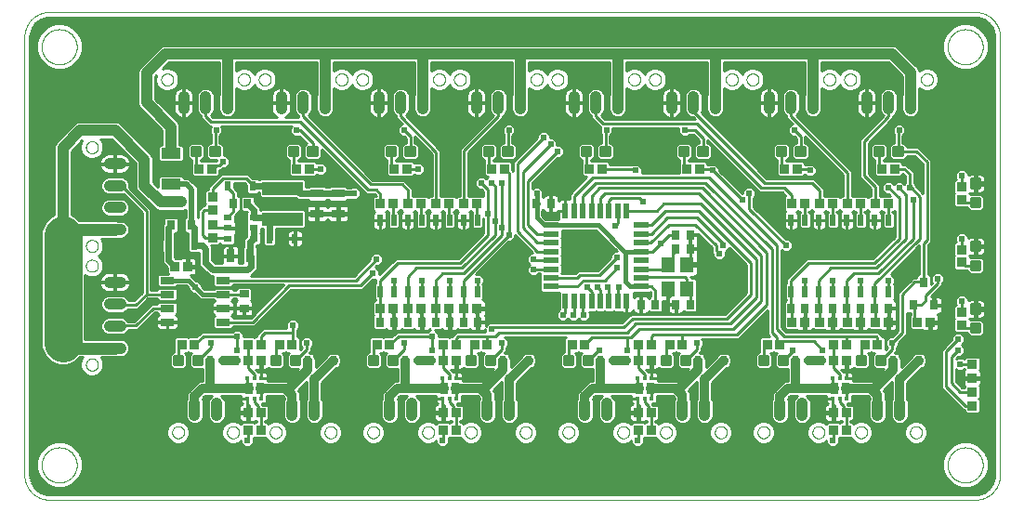
<source format=gtl>
G75*
%MOIN*%
%OFA0B0*%
%FSLAX25Y25*%
%IPPOS*%
%LPD*%
%AMOC8*
5,1,8,0,0,1.08239X$1,22.5*
%
%ADD10C,0.00000*%
%ADD11R,0.03543X0.03346*%
%ADD12R,0.14567X0.04724*%
%ADD13R,0.02756X0.03543*%
%ADD14R,0.03150X0.04724*%
%ADD15R,0.04724X0.03150*%
%ADD16R,0.02480X0.03268*%
%ADD17C,0.01181*%
%ADD18R,0.03543X0.02756*%
%ADD19R,0.05000X0.02500*%
%ADD20R,0.03150X0.02480*%
%ADD21R,0.03150X0.03543*%
%ADD22R,0.03346X0.03543*%
%ADD23R,0.03150X0.03937*%
%ADD24R,0.01654X0.01654*%
%ADD25R,0.03500X0.03200*%
%ADD26R,0.05709X0.01969*%
%ADD27R,0.01969X0.05709*%
%ADD28R,0.04724X0.05512*%
%ADD29R,0.01969X0.03937*%
%ADD30R,0.07087X0.03937*%
%ADD31C,0.04134*%
%ADD32C,0.01000*%
%ADD33C,0.02400*%
%ADD34C,0.01600*%
%ADD35C,0.02000*%
%ADD36C,0.02400*%
%ADD37C,0.03200*%
%ADD38C,0.13500*%
%ADD39C,0.04200*%
%ADD40C,0.04500*%
%ADD41C,0.04000*%
D10*
X0092333Y0346588D02*
X0424333Y0346588D01*
X0424550Y0346591D01*
X0424768Y0346599D01*
X0424985Y0346612D01*
X0425202Y0346630D01*
X0425418Y0346654D01*
X0425633Y0346682D01*
X0425848Y0346716D01*
X0426062Y0346756D01*
X0426275Y0346800D01*
X0426487Y0346850D01*
X0426697Y0346904D01*
X0426907Y0346964D01*
X0427114Y0347028D01*
X0427320Y0347098D01*
X0427524Y0347173D01*
X0427727Y0347252D01*
X0427927Y0347337D01*
X0428126Y0347426D01*
X0428322Y0347520D01*
X0428516Y0347619D01*
X0428707Y0347722D01*
X0428896Y0347830D01*
X0429082Y0347943D01*
X0429265Y0348060D01*
X0429446Y0348181D01*
X0429623Y0348307D01*
X0429797Y0348437D01*
X0429969Y0348571D01*
X0430137Y0348709D01*
X0430301Y0348851D01*
X0430462Y0348998D01*
X0430620Y0349148D01*
X0430773Y0349301D01*
X0430923Y0349459D01*
X0431070Y0349620D01*
X0431212Y0349784D01*
X0431350Y0349952D01*
X0431484Y0350124D01*
X0431614Y0350298D01*
X0431740Y0350475D01*
X0431861Y0350656D01*
X0431978Y0350839D01*
X0432091Y0351025D01*
X0432199Y0351214D01*
X0432302Y0351405D01*
X0432401Y0351599D01*
X0432495Y0351795D01*
X0432584Y0351994D01*
X0432669Y0352194D01*
X0432748Y0352397D01*
X0432823Y0352601D01*
X0432893Y0352807D01*
X0432957Y0353014D01*
X0433017Y0353224D01*
X0433071Y0353434D01*
X0433121Y0353646D01*
X0433165Y0353859D01*
X0433205Y0354073D01*
X0433239Y0354288D01*
X0433267Y0354503D01*
X0433291Y0354719D01*
X0433309Y0354936D01*
X0433322Y0355153D01*
X0433330Y0355371D01*
X0433333Y0355588D01*
X0433333Y0512588D01*
X0433330Y0512805D01*
X0433322Y0513023D01*
X0433309Y0513240D01*
X0433291Y0513457D01*
X0433267Y0513673D01*
X0433239Y0513888D01*
X0433205Y0514103D01*
X0433165Y0514317D01*
X0433121Y0514530D01*
X0433071Y0514742D01*
X0433017Y0514952D01*
X0432957Y0515162D01*
X0432893Y0515369D01*
X0432823Y0515575D01*
X0432748Y0515779D01*
X0432669Y0515982D01*
X0432584Y0516182D01*
X0432495Y0516381D01*
X0432401Y0516577D01*
X0432302Y0516771D01*
X0432199Y0516962D01*
X0432091Y0517151D01*
X0431978Y0517337D01*
X0431861Y0517520D01*
X0431740Y0517701D01*
X0431614Y0517878D01*
X0431484Y0518052D01*
X0431350Y0518224D01*
X0431212Y0518392D01*
X0431070Y0518556D01*
X0430923Y0518717D01*
X0430773Y0518875D01*
X0430620Y0519028D01*
X0430462Y0519178D01*
X0430301Y0519325D01*
X0430137Y0519467D01*
X0429969Y0519605D01*
X0429797Y0519739D01*
X0429623Y0519869D01*
X0429446Y0519995D01*
X0429265Y0520116D01*
X0429082Y0520233D01*
X0428896Y0520346D01*
X0428707Y0520454D01*
X0428516Y0520557D01*
X0428322Y0520656D01*
X0428126Y0520750D01*
X0427927Y0520839D01*
X0427727Y0520924D01*
X0427524Y0521003D01*
X0427320Y0521078D01*
X0427114Y0521148D01*
X0426907Y0521212D01*
X0426697Y0521272D01*
X0426487Y0521326D01*
X0426275Y0521376D01*
X0426062Y0521420D01*
X0425848Y0521460D01*
X0425633Y0521494D01*
X0425418Y0521522D01*
X0425202Y0521546D01*
X0424985Y0521564D01*
X0424768Y0521577D01*
X0424550Y0521585D01*
X0424333Y0521588D01*
X0092333Y0521588D01*
X0092116Y0521585D01*
X0091898Y0521577D01*
X0091681Y0521564D01*
X0091464Y0521546D01*
X0091248Y0521522D01*
X0091033Y0521494D01*
X0090818Y0521460D01*
X0090604Y0521420D01*
X0090391Y0521376D01*
X0090179Y0521326D01*
X0089969Y0521272D01*
X0089759Y0521212D01*
X0089552Y0521148D01*
X0089346Y0521078D01*
X0089142Y0521003D01*
X0088939Y0520924D01*
X0088739Y0520839D01*
X0088540Y0520750D01*
X0088344Y0520656D01*
X0088150Y0520557D01*
X0087959Y0520454D01*
X0087770Y0520346D01*
X0087584Y0520233D01*
X0087401Y0520116D01*
X0087220Y0519995D01*
X0087043Y0519869D01*
X0086869Y0519739D01*
X0086697Y0519605D01*
X0086529Y0519467D01*
X0086365Y0519325D01*
X0086204Y0519178D01*
X0086046Y0519028D01*
X0085893Y0518875D01*
X0085743Y0518717D01*
X0085596Y0518556D01*
X0085454Y0518392D01*
X0085316Y0518224D01*
X0085182Y0518052D01*
X0085052Y0517878D01*
X0084926Y0517701D01*
X0084805Y0517520D01*
X0084688Y0517337D01*
X0084575Y0517151D01*
X0084467Y0516962D01*
X0084364Y0516771D01*
X0084265Y0516577D01*
X0084171Y0516381D01*
X0084082Y0516182D01*
X0083997Y0515982D01*
X0083918Y0515779D01*
X0083843Y0515575D01*
X0083773Y0515369D01*
X0083709Y0515162D01*
X0083649Y0514952D01*
X0083595Y0514742D01*
X0083545Y0514530D01*
X0083501Y0514317D01*
X0083461Y0514103D01*
X0083427Y0513888D01*
X0083399Y0513673D01*
X0083375Y0513457D01*
X0083357Y0513240D01*
X0083344Y0513023D01*
X0083336Y0512805D01*
X0083333Y0512588D01*
X0083333Y0355588D01*
X0083336Y0355371D01*
X0083344Y0355153D01*
X0083357Y0354936D01*
X0083375Y0354719D01*
X0083399Y0354503D01*
X0083427Y0354288D01*
X0083461Y0354073D01*
X0083501Y0353859D01*
X0083545Y0353646D01*
X0083595Y0353434D01*
X0083649Y0353224D01*
X0083709Y0353014D01*
X0083773Y0352807D01*
X0083843Y0352601D01*
X0083918Y0352397D01*
X0083997Y0352194D01*
X0084082Y0351994D01*
X0084171Y0351795D01*
X0084265Y0351599D01*
X0084364Y0351405D01*
X0084467Y0351214D01*
X0084575Y0351025D01*
X0084688Y0350839D01*
X0084805Y0350656D01*
X0084926Y0350475D01*
X0085052Y0350298D01*
X0085182Y0350124D01*
X0085316Y0349952D01*
X0085454Y0349784D01*
X0085596Y0349620D01*
X0085743Y0349459D01*
X0085893Y0349301D01*
X0086046Y0349148D01*
X0086204Y0348998D01*
X0086365Y0348851D01*
X0086529Y0348709D01*
X0086697Y0348571D01*
X0086869Y0348437D01*
X0087043Y0348307D01*
X0087220Y0348181D01*
X0087401Y0348060D01*
X0087584Y0347943D01*
X0087770Y0347830D01*
X0087959Y0347722D01*
X0088150Y0347619D01*
X0088344Y0347520D01*
X0088540Y0347426D01*
X0088739Y0347337D01*
X0088939Y0347252D01*
X0089142Y0347173D01*
X0089346Y0347098D01*
X0089552Y0347028D01*
X0089759Y0346964D01*
X0089969Y0346904D01*
X0090179Y0346850D01*
X0090391Y0346800D01*
X0090604Y0346756D01*
X0090818Y0346716D01*
X0091033Y0346682D01*
X0091248Y0346654D01*
X0091464Y0346630D01*
X0091681Y0346612D01*
X0091898Y0346599D01*
X0092116Y0346591D01*
X0092333Y0346588D01*
X0089534Y0359088D02*
X0089536Y0359246D01*
X0089542Y0359404D01*
X0089552Y0359562D01*
X0089566Y0359720D01*
X0089584Y0359877D01*
X0089605Y0360034D01*
X0089631Y0360190D01*
X0089661Y0360346D01*
X0089694Y0360501D01*
X0089732Y0360654D01*
X0089773Y0360807D01*
X0089818Y0360959D01*
X0089867Y0361110D01*
X0089920Y0361259D01*
X0089976Y0361407D01*
X0090036Y0361553D01*
X0090100Y0361698D01*
X0090168Y0361841D01*
X0090239Y0361983D01*
X0090313Y0362123D01*
X0090391Y0362260D01*
X0090473Y0362396D01*
X0090557Y0362530D01*
X0090646Y0362661D01*
X0090737Y0362790D01*
X0090832Y0362917D01*
X0090929Y0363042D01*
X0091030Y0363164D01*
X0091134Y0363283D01*
X0091241Y0363400D01*
X0091351Y0363514D01*
X0091464Y0363625D01*
X0091579Y0363734D01*
X0091697Y0363839D01*
X0091818Y0363941D01*
X0091941Y0364041D01*
X0092067Y0364137D01*
X0092195Y0364230D01*
X0092325Y0364320D01*
X0092458Y0364406D01*
X0092593Y0364490D01*
X0092729Y0364569D01*
X0092868Y0364646D01*
X0093009Y0364718D01*
X0093151Y0364788D01*
X0093295Y0364853D01*
X0093441Y0364915D01*
X0093588Y0364973D01*
X0093737Y0365028D01*
X0093887Y0365079D01*
X0094038Y0365126D01*
X0094190Y0365169D01*
X0094343Y0365208D01*
X0094498Y0365244D01*
X0094653Y0365275D01*
X0094809Y0365303D01*
X0094965Y0365327D01*
X0095122Y0365347D01*
X0095280Y0365363D01*
X0095437Y0365375D01*
X0095596Y0365383D01*
X0095754Y0365387D01*
X0095912Y0365387D01*
X0096070Y0365383D01*
X0096229Y0365375D01*
X0096386Y0365363D01*
X0096544Y0365347D01*
X0096701Y0365327D01*
X0096857Y0365303D01*
X0097013Y0365275D01*
X0097168Y0365244D01*
X0097323Y0365208D01*
X0097476Y0365169D01*
X0097628Y0365126D01*
X0097779Y0365079D01*
X0097929Y0365028D01*
X0098078Y0364973D01*
X0098225Y0364915D01*
X0098371Y0364853D01*
X0098515Y0364788D01*
X0098657Y0364718D01*
X0098798Y0364646D01*
X0098937Y0364569D01*
X0099073Y0364490D01*
X0099208Y0364406D01*
X0099341Y0364320D01*
X0099471Y0364230D01*
X0099599Y0364137D01*
X0099725Y0364041D01*
X0099848Y0363941D01*
X0099969Y0363839D01*
X0100087Y0363734D01*
X0100202Y0363625D01*
X0100315Y0363514D01*
X0100425Y0363400D01*
X0100532Y0363283D01*
X0100636Y0363164D01*
X0100737Y0363042D01*
X0100834Y0362917D01*
X0100929Y0362790D01*
X0101020Y0362661D01*
X0101109Y0362530D01*
X0101193Y0362396D01*
X0101275Y0362260D01*
X0101353Y0362123D01*
X0101427Y0361983D01*
X0101498Y0361841D01*
X0101566Y0361698D01*
X0101630Y0361553D01*
X0101690Y0361407D01*
X0101746Y0361259D01*
X0101799Y0361110D01*
X0101848Y0360959D01*
X0101893Y0360807D01*
X0101934Y0360654D01*
X0101972Y0360501D01*
X0102005Y0360346D01*
X0102035Y0360190D01*
X0102061Y0360034D01*
X0102082Y0359877D01*
X0102100Y0359720D01*
X0102114Y0359562D01*
X0102124Y0359404D01*
X0102130Y0359246D01*
X0102132Y0359088D01*
X0102130Y0358930D01*
X0102124Y0358772D01*
X0102114Y0358614D01*
X0102100Y0358456D01*
X0102082Y0358299D01*
X0102061Y0358142D01*
X0102035Y0357986D01*
X0102005Y0357830D01*
X0101972Y0357675D01*
X0101934Y0357522D01*
X0101893Y0357369D01*
X0101848Y0357217D01*
X0101799Y0357066D01*
X0101746Y0356917D01*
X0101690Y0356769D01*
X0101630Y0356623D01*
X0101566Y0356478D01*
X0101498Y0356335D01*
X0101427Y0356193D01*
X0101353Y0356053D01*
X0101275Y0355916D01*
X0101193Y0355780D01*
X0101109Y0355646D01*
X0101020Y0355515D01*
X0100929Y0355386D01*
X0100834Y0355259D01*
X0100737Y0355134D01*
X0100636Y0355012D01*
X0100532Y0354893D01*
X0100425Y0354776D01*
X0100315Y0354662D01*
X0100202Y0354551D01*
X0100087Y0354442D01*
X0099969Y0354337D01*
X0099848Y0354235D01*
X0099725Y0354135D01*
X0099599Y0354039D01*
X0099471Y0353946D01*
X0099341Y0353856D01*
X0099208Y0353770D01*
X0099073Y0353686D01*
X0098937Y0353607D01*
X0098798Y0353530D01*
X0098657Y0353458D01*
X0098515Y0353388D01*
X0098371Y0353323D01*
X0098225Y0353261D01*
X0098078Y0353203D01*
X0097929Y0353148D01*
X0097779Y0353097D01*
X0097628Y0353050D01*
X0097476Y0353007D01*
X0097323Y0352968D01*
X0097168Y0352932D01*
X0097013Y0352901D01*
X0096857Y0352873D01*
X0096701Y0352849D01*
X0096544Y0352829D01*
X0096386Y0352813D01*
X0096229Y0352801D01*
X0096070Y0352793D01*
X0095912Y0352789D01*
X0095754Y0352789D01*
X0095596Y0352793D01*
X0095437Y0352801D01*
X0095280Y0352813D01*
X0095122Y0352829D01*
X0094965Y0352849D01*
X0094809Y0352873D01*
X0094653Y0352901D01*
X0094498Y0352932D01*
X0094343Y0352968D01*
X0094190Y0353007D01*
X0094038Y0353050D01*
X0093887Y0353097D01*
X0093737Y0353148D01*
X0093588Y0353203D01*
X0093441Y0353261D01*
X0093295Y0353323D01*
X0093151Y0353388D01*
X0093009Y0353458D01*
X0092868Y0353530D01*
X0092729Y0353607D01*
X0092593Y0353686D01*
X0092458Y0353770D01*
X0092325Y0353856D01*
X0092195Y0353946D01*
X0092067Y0354039D01*
X0091941Y0354135D01*
X0091818Y0354235D01*
X0091697Y0354337D01*
X0091579Y0354442D01*
X0091464Y0354551D01*
X0091351Y0354662D01*
X0091241Y0354776D01*
X0091134Y0354893D01*
X0091030Y0355012D01*
X0090929Y0355134D01*
X0090832Y0355259D01*
X0090737Y0355386D01*
X0090646Y0355515D01*
X0090557Y0355646D01*
X0090473Y0355780D01*
X0090391Y0355916D01*
X0090313Y0356053D01*
X0090239Y0356193D01*
X0090168Y0356335D01*
X0090100Y0356478D01*
X0090036Y0356623D01*
X0089976Y0356769D01*
X0089920Y0356917D01*
X0089867Y0357066D01*
X0089818Y0357217D01*
X0089773Y0357369D01*
X0089732Y0357522D01*
X0089694Y0357675D01*
X0089661Y0357830D01*
X0089631Y0357986D01*
X0089605Y0358142D01*
X0089584Y0358299D01*
X0089566Y0358456D01*
X0089552Y0358614D01*
X0089542Y0358772D01*
X0089536Y0358930D01*
X0089534Y0359088D01*
X0105401Y0395122D02*
X0105403Y0395215D01*
X0105409Y0395307D01*
X0105419Y0395399D01*
X0105433Y0395490D01*
X0105450Y0395581D01*
X0105472Y0395671D01*
X0105497Y0395760D01*
X0105526Y0395848D01*
X0105559Y0395934D01*
X0105596Y0396019D01*
X0105636Y0396103D01*
X0105680Y0396184D01*
X0105727Y0396264D01*
X0105777Y0396342D01*
X0105831Y0396417D01*
X0105888Y0396490D01*
X0105948Y0396560D01*
X0106011Y0396628D01*
X0106077Y0396693D01*
X0106145Y0396755D01*
X0106216Y0396815D01*
X0106290Y0396871D01*
X0106366Y0396924D01*
X0106444Y0396973D01*
X0106524Y0397020D01*
X0106606Y0397062D01*
X0106690Y0397102D01*
X0106775Y0397137D01*
X0106862Y0397169D01*
X0106950Y0397198D01*
X0107039Y0397222D01*
X0107129Y0397243D01*
X0107220Y0397259D01*
X0107312Y0397272D01*
X0107404Y0397281D01*
X0107497Y0397286D01*
X0107589Y0397287D01*
X0107682Y0397284D01*
X0107774Y0397277D01*
X0107866Y0397266D01*
X0107957Y0397251D01*
X0108048Y0397233D01*
X0108138Y0397210D01*
X0108226Y0397184D01*
X0108314Y0397154D01*
X0108400Y0397120D01*
X0108484Y0397083D01*
X0108567Y0397041D01*
X0108648Y0396997D01*
X0108728Y0396949D01*
X0108805Y0396898D01*
X0108879Y0396843D01*
X0108952Y0396785D01*
X0109022Y0396725D01*
X0109089Y0396661D01*
X0109153Y0396595D01*
X0109215Y0396525D01*
X0109273Y0396454D01*
X0109328Y0396380D01*
X0109380Y0396303D01*
X0109429Y0396224D01*
X0109475Y0396144D01*
X0109517Y0396061D01*
X0109555Y0395977D01*
X0109590Y0395891D01*
X0109621Y0395804D01*
X0109648Y0395716D01*
X0109671Y0395626D01*
X0109691Y0395536D01*
X0109707Y0395445D01*
X0109719Y0395353D01*
X0109727Y0395261D01*
X0109731Y0395168D01*
X0109731Y0395076D01*
X0109727Y0394983D01*
X0109719Y0394891D01*
X0109707Y0394799D01*
X0109691Y0394708D01*
X0109671Y0394618D01*
X0109648Y0394528D01*
X0109621Y0394440D01*
X0109590Y0394353D01*
X0109555Y0394267D01*
X0109517Y0394183D01*
X0109475Y0394100D01*
X0109429Y0394020D01*
X0109380Y0393941D01*
X0109328Y0393864D01*
X0109273Y0393790D01*
X0109215Y0393719D01*
X0109153Y0393649D01*
X0109089Y0393583D01*
X0109022Y0393519D01*
X0108952Y0393459D01*
X0108879Y0393401D01*
X0108805Y0393346D01*
X0108728Y0393295D01*
X0108649Y0393247D01*
X0108567Y0393203D01*
X0108484Y0393161D01*
X0108400Y0393124D01*
X0108314Y0393090D01*
X0108226Y0393060D01*
X0108138Y0393034D01*
X0108048Y0393011D01*
X0107957Y0392993D01*
X0107866Y0392978D01*
X0107774Y0392967D01*
X0107682Y0392960D01*
X0107589Y0392957D01*
X0107497Y0392958D01*
X0107404Y0392963D01*
X0107312Y0392972D01*
X0107220Y0392985D01*
X0107129Y0393001D01*
X0107039Y0393022D01*
X0106950Y0393046D01*
X0106862Y0393075D01*
X0106775Y0393107D01*
X0106690Y0393142D01*
X0106606Y0393182D01*
X0106524Y0393224D01*
X0106444Y0393271D01*
X0106366Y0393320D01*
X0106290Y0393373D01*
X0106216Y0393429D01*
X0106145Y0393489D01*
X0106077Y0393551D01*
X0106011Y0393616D01*
X0105948Y0393684D01*
X0105888Y0393754D01*
X0105831Y0393827D01*
X0105777Y0393902D01*
X0105727Y0393980D01*
X0105680Y0394060D01*
X0105636Y0394141D01*
X0105596Y0394225D01*
X0105559Y0394310D01*
X0105526Y0394396D01*
X0105497Y0394484D01*
X0105472Y0394573D01*
X0105450Y0394663D01*
X0105433Y0394754D01*
X0105419Y0394845D01*
X0105409Y0394937D01*
X0105403Y0395029D01*
X0105401Y0395122D01*
X0105401Y0430555D02*
X0105403Y0430648D01*
X0105409Y0430740D01*
X0105419Y0430832D01*
X0105433Y0430923D01*
X0105450Y0431014D01*
X0105472Y0431104D01*
X0105497Y0431193D01*
X0105526Y0431281D01*
X0105559Y0431367D01*
X0105596Y0431452D01*
X0105636Y0431536D01*
X0105680Y0431617D01*
X0105727Y0431697D01*
X0105777Y0431775D01*
X0105831Y0431850D01*
X0105888Y0431923D01*
X0105948Y0431993D01*
X0106011Y0432061D01*
X0106077Y0432126D01*
X0106145Y0432188D01*
X0106216Y0432248D01*
X0106290Y0432304D01*
X0106366Y0432357D01*
X0106444Y0432406D01*
X0106524Y0432453D01*
X0106606Y0432495D01*
X0106690Y0432535D01*
X0106775Y0432570D01*
X0106862Y0432602D01*
X0106950Y0432631D01*
X0107039Y0432655D01*
X0107129Y0432676D01*
X0107220Y0432692D01*
X0107312Y0432705D01*
X0107404Y0432714D01*
X0107497Y0432719D01*
X0107589Y0432720D01*
X0107682Y0432717D01*
X0107774Y0432710D01*
X0107866Y0432699D01*
X0107957Y0432684D01*
X0108048Y0432666D01*
X0108138Y0432643D01*
X0108226Y0432617D01*
X0108314Y0432587D01*
X0108400Y0432553D01*
X0108484Y0432516D01*
X0108567Y0432474D01*
X0108648Y0432430D01*
X0108728Y0432382D01*
X0108805Y0432331D01*
X0108879Y0432276D01*
X0108952Y0432218D01*
X0109022Y0432158D01*
X0109089Y0432094D01*
X0109153Y0432028D01*
X0109215Y0431958D01*
X0109273Y0431887D01*
X0109328Y0431813D01*
X0109380Y0431736D01*
X0109429Y0431657D01*
X0109475Y0431577D01*
X0109517Y0431494D01*
X0109555Y0431410D01*
X0109590Y0431324D01*
X0109621Y0431237D01*
X0109648Y0431149D01*
X0109671Y0431059D01*
X0109691Y0430969D01*
X0109707Y0430878D01*
X0109719Y0430786D01*
X0109727Y0430694D01*
X0109731Y0430601D01*
X0109731Y0430509D01*
X0109727Y0430416D01*
X0109719Y0430324D01*
X0109707Y0430232D01*
X0109691Y0430141D01*
X0109671Y0430051D01*
X0109648Y0429961D01*
X0109621Y0429873D01*
X0109590Y0429786D01*
X0109555Y0429700D01*
X0109517Y0429616D01*
X0109475Y0429533D01*
X0109429Y0429453D01*
X0109380Y0429374D01*
X0109328Y0429297D01*
X0109273Y0429223D01*
X0109215Y0429152D01*
X0109153Y0429082D01*
X0109089Y0429016D01*
X0109022Y0428952D01*
X0108952Y0428892D01*
X0108879Y0428834D01*
X0108805Y0428779D01*
X0108728Y0428728D01*
X0108649Y0428680D01*
X0108567Y0428636D01*
X0108484Y0428594D01*
X0108400Y0428557D01*
X0108314Y0428523D01*
X0108226Y0428493D01*
X0108138Y0428467D01*
X0108048Y0428444D01*
X0107957Y0428426D01*
X0107866Y0428411D01*
X0107774Y0428400D01*
X0107682Y0428393D01*
X0107589Y0428390D01*
X0107497Y0428391D01*
X0107404Y0428396D01*
X0107312Y0428405D01*
X0107220Y0428418D01*
X0107129Y0428434D01*
X0107039Y0428455D01*
X0106950Y0428479D01*
X0106862Y0428508D01*
X0106775Y0428540D01*
X0106690Y0428575D01*
X0106606Y0428615D01*
X0106524Y0428657D01*
X0106444Y0428704D01*
X0106366Y0428753D01*
X0106290Y0428806D01*
X0106216Y0428862D01*
X0106145Y0428922D01*
X0106077Y0428984D01*
X0106011Y0429049D01*
X0105948Y0429117D01*
X0105888Y0429187D01*
X0105831Y0429260D01*
X0105777Y0429335D01*
X0105727Y0429413D01*
X0105680Y0429493D01*
X0105636Y0429574D01*
X0105596Y0429658D01*
X0105559Y0429743D01*
X0105526Y0429829D01*
X0105497Y0429917D01*
X0105472Y0430006D01*
X0105450Y0430096D01*
X0105433Y0430187D01*
X0105419Y0430278D01*
X0105409Y0430370D01*
X0105403Y0430462D01*
X0105401Y0430555D01*
X0105401Y0437622D02*
X0105403Y0437715D01*
X0105409Y0437807D01*
X0105419Y0437899D01*
X0105433Y0437990D01*
X0105450Y0438081D01*
X0105472Y0438171D01*
X0105497Y0438260D01*
X0105526Y0438348D01*
X0105559Y0438434D01*
X0105596Y0438519D01*
X0105636Y0438603D01*
X0105680Y0438684D01*
X0105727Y0438764D01*
X0105777Y0438842D01*
X0105831Y0438917D01*
X0105888Y0438990D01*
X0105948Y0439060D01*
X0106011Y0439128D01*
X0106077Y0439193D01*
X0106145Y0439255D01*
X0106216Y0439315D01*
X0106290Y0439371D01*
X0106366Y0439424D01*
X0106444Y0439473D01*
X0106524Y0439520D01*
X0106606Y0439562D01*
X0106690Y0439602D01*
X0106775Y0439637D01*
X0106862Y0439669D01*
X0106950Y0439698D01*
X0107039Y0439722D01*
X0107129Y0439743D01*
X0107220Y0439759D01*
X0107312Y0439772D01*
X0107404Y0439781D01*
X0107497Y0439786D01*
X0107589Y0439787D01*
X0107682Y0439784D01*
X0107774Y0439777D01*
X0107866Y0439766D01*
X0107957Y0439751D01*
X0108048Y0439733D01*
X0108138Y0439710D01*
X0108226Y0439684D01*
X0108314Y0439654D01*
X0108400Y0439620D01*
X0108484Y0439583D01*
X0108567Y0439541D01*
X0108648Y0439497D01*
X0108728Y0439449D01*
X0108805Y0439398D01*
X0108879Y0439343D01*
X0108952Y0439285D01*
X0109022Y0439225D01*
X0109089Y0439161D01*
X0109153Y0439095D01*
X0109215Y0439025D01*
X0109273Y0438954D01*
X0109328Y0438880D01*
X0109380Y0438803D01*
X0109429Y0438724D01*
X0109475Y0438644D01*
X0109517Y0438561D01*
X0109555Y0438477D01*
X0109590Y0438391D01*
X0109621Y0438304D01*
X0109648Y0438216D01*
X0109671Y0438126D01*
X0109691Y0438036D01*
X0109707Y0437945D01*
X0109719Y0437853D01*
X0109727Y0437761D01*
X0109731Y0437668D01*
X0109731Y0437576D01*
X0109727Y0437483D01*
X0109719Y0437391D01*
X0109707Y0437299D01*
X0109691Y0437208D01*
X0109671Y0437118D01*
X0109648Y0437028D01*
X0109621Y0436940D01*
X0109590Y0436853D01*
X0109555Y0436767D01*
X0109517Y0436683D01*
X0109475Y0436600D01*
X0109429Y0436520D01*
X0109380Y0436441D01*
X0109328Y0436364D01*
X0109273Y0436290D01*
X0109215Y0436219D01*
X0109153Y0436149D01*
X0109089Y0436083D01*
X0109022Y0436019D01*
X0108952Y0435959D01*
X0108879Y0435901D01*
X0108805Y0435846D01*
X0108728Y0435795D01*
X0108649Y0435747D01*
X0108567Y0435703D01*
X0108484Y0435661D01*
X0108400Y0435624D01*
X0108314Y0435590D01*
X0108226Y0435560D01*
X0108138Y0435534D01*
X0108048Y0435511D01*
X0107957Y0435493D01*
X0107866Y0435478D01*
X0107774Y0435467D01*
X0107682Y0435460D01*
X0107589Y0435457D01*
X0107497Y0435458D01*
X0107404Y0435463D01*
X0107312Y0435472D01*
X0107220Y0435485D01*
X0107129Y0435501D01*
X0107039Y0435522D01*
X0106950Y0435546D01*
X0106862Y0435575D01*
X0106775Y0435607D01*
X0106690Y0435642D01*
X0106606Y0435682D01*
X0106524Y0435724D01*
X0106444Y0435771D01*
X0106366Y0435820D01*
X0106290Y0435873D01*
X0106216Y0435929D01*
X0106145Y0435989D01*
X0106077Y0436051D01*
X0106011Y0436116D01*
X0105948Y0436184D01*
X0105888Y0436254D01*
X0105831Y0436327D01*
X0105777Y0436402D01*
X0105727Y0436480D01*
X0105680Y0436560D01*
X0105636Y0436641D01*
X0105596Y0436725D01*
X0105559Y0436810D01*
X0105526Y0436896D01*
X0105497Y0436984D01*
X0105472Y0437073D01*
X0105450Y0437163D01*
X0105433Y0437254D01*
X0105419Y0437345D01*
X0105409Y0437437D01*
X0105403Y0437529D01*
X0105401Y0437622D01*
X0105401Y0473055D02*
X0105403Y0473148D01*
X0105409Y0473240D01*
X0105419Y0473332D01*
X0105433Y0473423D01*
X0105450Y0473514D01*
X0105472Y0473604D01*
X0105497Y0473693D01*
X0105526Y0473781D01*
X0105559Y0473867D01*
X0105596Y0473952D01*
X0105636Y0474036D01*
X0105680Y0474117D01*
X0105727Y0474197D01*
X0105777Y0474275D01*
X0105831Y0474350D01*
X0105888Y0474423D01*
X0105948Y0474493D01*
X0106011Y0474561D01*
X0106077Y0474626D01*
X0106145Y0474688D01*
X0106216Y0474748D01*
X0106290Y0474804D01*
X0106366Y0474857D01*
X0106444Y0474906D01*
X0106524Y0474953D01*
X0106606Y0474995D01*
X0106690Y0475035D01*
X0106775Y0475070D01*
X0106862Y0475102D01*
X0106950Y0475131D01*
X0107039Y0475155D01*
X0107129Y0475176D01*
X0107220Y0475192D01*
X0107312Y0475205D01*
X0107404Y0475214D01*
X0107497Y0475219D01*
X0107589Y0475220D01*
X0107682Y0475217D01*
X0107774Y0475210D01*
X0107866Y0475199D01*
X0107957Y0475184D01*
X0108048Y0475166D01*
X0108138Y0475143D01*
X0108226Y0475117D01*
X0108314Y0475087D01*
X0108400Y0475053D01*
X0108484Y0475016D01*
X0108567Y0474974D01*
X0108648Y0474930D01*
X0108728Y0474882D01*
X0108805Y0474831D01*
X0108879Y0474776D01*
X0108952Y0474718D01*
X0109022Y0474658D01*
X0109089Y0474594D01*
X0109153Y0474528D01*
X0109215Y0474458D01*
X0109273Y0474387D01*
X0109328Y0474313D01*
X0109380Y0474236D01*
X0109429Y0474157D01*
X0109475Y0474077D01*
X0109517Y0473994D01*
X0109555Y0473910D01*
X0109590Y0473824D01*
X0109621Y0473737D01*
X0109648Y0473649D01*
X0109671Y0473559D01*
X0109691Y0473469D01*
X0109707Y0473378D01*
X0109719Y0473286D01*
X0109727Y0473194D01*
X0109731Y0473101D01*
X0109731Y0473009D01*
X0109727Y0472916D01*
X0109719Y0472824D01*
X0109707Y0472732D01*
X0109691Y0472641D01*
X0109671Y0472551D01*
X0109648Y0472461D01*
X0109621Y0472373D01*
X0109590Y0472286D01*
X0109555Y0472200D01*
X0109517Y0472116D01*
X0109475Y0472033D01*
X0109429Y0471953D01*
X0109380Y0471874D01*
X0109328Y0471797D01*
X0109273Y0471723D01*
X0109215Y0471652D01*
X0109153Y0471582D01*
X0109089Y0471516D01*
X0109022Y0471452D01*
X0108952Y0471392D01*
X0108879Y0471334D01*
X0108805Y0471279D01*
X0108728Y0471228D01*
X0108649Y0471180D01*
X0108567Y0471136D01*
X0108484Y0471094D01*
X0108400Y0471057D01*
X0108314Y0471023D01*
X0108226Y0470993D01*
X0108138Y0470967D01*
X0108048Y0470944D01*
X0107957Y0470926D01*
X0107866Y0470911D01*
X0107774Y0470900D01*
X0107682Y0470893D01*
X0107589Y0470890D01*
X0107497Y0470891D01*
X0107404Y0470896D01*
X0107312Y0470905D01*
X0107220Y0470918D01*
X0107129Y0470934D01*
X0107039Y0470955D01*
X0106950Y0470979D01*
X0106862Y0471008D01*
X0106775Y0471040D01*
X0106690Y0471075D01*
X0106606Y0471115D01*
X0106524Y0471157D01*
X0106444Y0471204D01*
X0106366Y0471253D01*
X0106290Y0471306D01*
X0106216Y0471362D01*
X0106145Y0471422D01*
X0106077Y0471484D01*
X0106011Y0471549D01*
X0105948Y0471617D01*
X0105888Y0471687D01*
X0105831Y0471760D01*
X0105777Y0471835D01*
X0105727Y0471913D01*
X0105680Y0471993D01*
X0105636Y0472074D01*
X0105596Y0472158D01*
X0105559Y0472243D01*
X0105526Y0472329D01*
X0105497Y0472417D01*
X0105472Y0472506D01*
X0105450Y0472596D01*
X0105433Y0472687D01*
X0105419Y0472778D01*
X0105409Y0472870D01*
X0105403Y0472962D01*
X0105401Y0473055D01*
X0132389Y0497356D02*
X0132391Y0497449D01*
X0132397Y0497541D01*
X0132407Y0497633D01*
X0132421Y0497724D01*
X0132438Y0497815D01*
X0132460Y0497905D01*
X0132485Y0497994D01*
X0132514Y0498082D01*
X0132547Y0498168D01*
X0132584Y0498253D01*
X0132624Y0498337D01*
X0132668Y0498418D01*
X0132715Y0498498D01*
X0132765Y0498576D01*
X0132819Y0498651D01*
X0132876Y0498724D01*
X0132936Y0498794D01*
X0132999Y0498862D01*
X0133065Y0498927D01*
X0133133Y0498989D01*
X0133204Y0499049D01*
X0133278Y0499105D01*
X0133354Y0499158D01*
X0133432Y0499207D01*
X0133512Y0499254D01*
X0133594Y0499296D01*
X0133678Y0499336D01*
X0133763Y0499371D01*
X0133850Y0499403D01*
X0133938Y0499432D01*
X0134027Y0499456D01*
X0134117Y0499477D01*
X0134208Y0499493D01*
X0134300Y0499506D01*
X0134392Y0499515D01*
X0134485Y0499520D01*
X0134577Y0499521D01*
X0134670Y0499518D01*
X0134762Y0499511D01*
X0134854Y0499500D01*
X0134945Y0499485D01*
X0135036Y0499467D01*
X0135126Y0499444D01*
X0135214Y0499418D01*
X0135302Y0499388D01*
X0135388Y0499354D01*
X0135472Y0499317D01*
X0135555Y0499275D01*
X0135636Y0499231D01*
X0135716Y0499183D01*
X0135793Y0499132D01*
X0135867Y0499077D01*
X0135940Y0499019D01*
X0136010Y0498959D01*
X0136077Y0498895D01*
X0136141Y0498829D01*
X0136203Y0498759D01*
X0136261Y0498688D01*
X0136316Y0498614D01*
X0136368Y0498537D01*
X0136417Y0498458D01*
X0136463Y0498378D01*
X0136505Y0498295D01*
X0136543Y0498211D01*
X0136578Y0498125D01*
X0136609Y0498038D01*
X0136636Y0497950D01*
X0136659Y0497860D01*
X0136679Y0497770D01*
X0136695Y0497679D01*
X0136707Y0497587D01*
X0136715Y0497495D01*
X0136719Y0497402D01*
X0136719Y0497310D01*
X0136715Y0497217D01*
X0136707Y0497125D01*
X0136695Y0497033D01*
X0136679Y0496942D01*
X0136659Y0496852D01*
X0136636Y0496762D01*
X0136609Y0496674D01*
X0136578Y0496587D01*
X0136543Y0496501D01*
X0136505Y0496417D01*
X0136463Y0496334D01*
X0136417Y0496254D01*
X0136368Y0496175D01*
X0136316Y0496098D01*
X0136261Y0496024D01*
X0136203Y0495953D01*
X0136141Y0495883D01*
X0136077Y0495817D01*
X0136010Y0495753D01*
X0135940Y0495693D01*
X0135867Y0495635D01*
X0135793Y0495580D01*
X0135716Y0495529D01*
X0135637Y0495481D01*
X0135555Y0495437D01*
X0135472Y0495395D01*
X0135388Y0495358D01*
X0135302Y0495324D01*
X0135214Y0495294D01*
X0135126Y0495268D01*
X0135036Y0495245D01*
X0134945Y0495227D01*
X0134854Y0495212D01*
X0134762Y0495201D01*
X0134670Y0495194D01*
X0134577Y0495191D01*
X0134485Y0495192D01*
X0134392Y0495197D01*
X0134300Y0495206D01*
X0134208Y0495219D01*
X0134117Y0495235D01*
X0134027Y0495256D01*
X0133938Y0495280D01*
X0133850Y0495309D01*
X0133763Y0495341D01*
X0133678Y0495376D01*
X0133594Y0495416D01*
X0133512Y0495458D01*
X0133432Y0495505D01*
X0133354Y0495554D01*
X0133278Y0495607D01*
X0133204Y0495663D01*
X0133133Y0495723D01*
X0133065Y0495785D01*
X0132999Y0495850D01*
X0132936Y0495918D01*
X0132876Y0495988D01*
X0132819Y0496061D01*
X0132765Y0496136D01*
X0132715Y0496214D01*
X0132668Y0496294D01*
X0132624Y0496375D01*
X0132584Y0496459D01*
X0132547Y0496544D01*
X0132514Y0496630D01*
X0132485Y0496718D01*
X0132460Y0496807D01*
X0132438Y0496897D01*
X0132421Y0496988D01*
X0132407Y0497079D01*
X0132397Y0497171D01*
X0132391Y0497263D01*
X0132389Y0497356D01*
X0159948Y0497356D02*
X0159950Y0497449D01*
X0159956Y0497541D01*
X0159966Y0497633D01*
X0159980Y0497724D01*
X0159997Y0497815D01*
X0160019Y0497905D01*
X0160044Y0497994D01*
X0160073Y0498082D01*
X0160106Y0498168D01*
X0160143Y0498253D01*
X0160183Y0498337D01*
X0160227Y0498418D01*
X0160274Y0498498D01*
X0160324Y0498576D01*
X0160378Y0498651D01*
X0160435Y0498724D01*
X0160495Y0498794D01*
X0160558Y0498862D01*
X0160624Y0498927D01*
X0160692Y0498989D01*
X0160763Y0499049D01*
X0160837Y0499105D01*
X0160913Y0499158D01*
X0160991Y0499207D01*
X0161071Y0499254D01*
X0161153Y0499296D01*
X0161237Y0499336D01*
X0161322Y0499371D01*
X0161409Y0499403D01*
X0161497Y0499432D01*
X0161586Y0499456D01*
X0161676Y0499477D01*
X0161767Y0499493D01*
X0161859Y0499506D01*
X0161951Y0499515D01*
X0162044Y0499520D01*
X0162136Y0499521D01*
X0162229Y0499518D01*
X0162321Y0499511D01*
X0162413Y0499500D01*
X0162504Y0499485D01*
X0162595Y0499467D01*
X0162685Y0499444D01*
X0162773Y0499418D01*
X0162861Y0499388D01*
X0162947Y0499354D01*
X0163031Y0499317D01*
X0163114Y0499275D01*
X0163195Y0499231D01*
X0163275Y0499183D01*
X0163352Y0499132D01*
X0163426Y0499077D01*
X0163499Y0499019D01*
X0163569Y0498959D01*
X0163636Y0498895D01*
X0163700Y0498829D01*
X0163762Y0498759D01*
X0163820Y0498688D01*
X0163875Y0498614D01*
X0163927Y0498537D01*
X0163976Y0498458D01*
X0164022Y0498378D01*
X0164064Y0498295D01*
X0164102Y0498211D01*
X0164137Y0498125D01*
X0164168Y0498038D01*
X0164195Y0497950D01*
X0164218Y0497860D01*
X0164238Y0497770D01*
X0164254Y0497679D01*
X0164266Y0497587D01*
X0164274Y0497495D01*
X0164278Y0497402D01*
X0164278Y0497310D01*
X0164274Y0497217D01*
X0164266Y0497125D01*
X0164254Y0497033D01*
X0164238Y0496942D01*
X0164218Y0496852D01*
X0164195Y0496762D01*
X0164168Y0496674D01*
X0164137Y0496587D01*
X0164102Y0496501D01*
X0164064Y0496417D01*
X0164022Y0496334D01*
X0163976Y0496254D01*
X0163927Y0496175D01*
X0163875Y0496098D01*
X0163820Y0496024D01*
X0163762Y0495953D01*
X0163700Y0495883D01*
X0163636Y0495817D01*
X0163569Y0495753D01*
X0163499Y0495693D01*
X0163426Y0495635D01*
X0163352Y0495580D01*
X0163275Y0495529D01*
X0163196Y0495481D01*
X0163114Y0495437D01*
X0163031Y0495395D01*
X0162947Y0495358D01*
X0162861Y0495324D01*
X0162773Y0495294D01*
X0162685Y0495268D01*
X0162595Y0495245D01*
X0162504Y0495227D01*
X0162413Y0495212D01*
X0162321Y0495201D01*
X0162229Y0495194D01*
X0162136Y0495191D01*
X0162044Y0495192D01*
X0161951Y0495197D01*
X0161859Y0495206D01*
X0161767Y0495219D01*
X0161676Y0495235D01*
X0161586Y0495256D01*
X0161497Y0495280D01*
X0161409Y0495309D01*
X0161322Y0495341D01*
X0161237Y0495376D01*
X0161153Y0495416D01*
X0161071Y0495458D01*
X0160991Y0495505D01*
X0160913Y0495554D01*
X0160837Y0495607D01*
X0160763Y0495663D01*
X0160692Y0495723D01*
X0160624Y0495785D01*
X0160558Y0495850D01*
X0160495Y0495918D01*
X0160435Y0495988D01*
X0160378Y0496061D01*
X0160324Y0496136D01*
X0160274Y0496214D01*
X0160227Y0496294D01*
X0160183Y0496375D01*
X0160143Y0496459D01*
X0160106Y0496544D01*
X0160073Y0496630D01*
X0160044Y0496718D01*
X0160019Y0496807D01*
X0159997Y0496897D01*
X0159980Y0496988D01*
X0159966Y0497079D01*
X0159956Y0497171D01*
X0159950Y0497263D01*
X0159948Y0497356D01*
X0167389Y0497356D02*
X0167391Y0497449D01*
X0167397Y0497541D01*
X0167407Y0497633D01*
X0167421Y0497724D01*
X0167438Y0497815D01*
X0167460Y0497905D01*
X0167485Y0497994D01*
X0167514Y0498082D01*
X0167547Y0498168D01*
X0167584Y0498253D01*
X0167624Y0498337D01*
X0167668Y0498418D01*
X0167715Y0498498D01*
X0167765Y0498576D01*
X0167819Y0498651D01*
X0167876Y0498724D01*
X0167936Y0498794D01*
X0167999Y0498862D01*
X0168065Y0498927D01*
X0168133Y0498989D01*
X0168204Y0499049D01*
X0168278Y0499105D01*
X0168354Y0499158D01*
X0168432Y0499207D01*
X0168512Y0499254D01*
X0168594Y0499296D01*
X0168678Y0499336D01*
X0168763Y0499371D01*
X0168850Y0499403D01*
X0168938Y0499432D01*
X0169027Y0499456D01*
X0169117Y0499477D01*
X0169208Y0499493D01*
X0169300Y0499506D01*
X0169392Y0499515D01*
X0169485Y0499520D01*
X0169577Y0499521D01*
X0169670Y0499518D01*
X0169762Y0499511D01*
X0169854Y0499500D01*
X0169945Y0499485D01*
X0170036Y0499467D01*
X0170126Y0499444D01*
X0170214Y0499418D01*
X0170302Y0499388D01*
X0170388Y0499354D01*
X0170472Y0499317D01*
X0170555Y0499275D01*
X0170636Y0499231D01*
X0170716Y0499183D01*
X0170793Y0499132D01*
X0170867Y0499077D01*
X0170940Y0499019D01*
X0171010Y0498959D01*
X0171077Y0498895D01*
X0171141Y0498829D01*
X0171203Y0498759D01*
X0171261Y0498688D01*
X0171316Y0498614D01*
X0171368Y0498537D01*
X0171417Y0498458D01*
X0171463Y0498378D01*
X0171505Y0498295D01*
X0171543Y0498211D01*
X0171578Y0498125D01*
X0171609Y0498038D01*
X0171636Y0497950D01*
X0171659Y0497860D01*
X0171679Y0497770D01*
X0171695Y0497679D01*
X0171707Y0497587D01*
X0171715Y0497495D01*
X0171719Y0497402D01*
X0171719Y0497310D01*
X0171715Y0497217D01*
X0171707Y0497125D01*
X0171695Y0497033D01*
X0171679Y0496942D01*
X0171659Y0496852D01*
X0171636Y0496762D01*
X0171609Y0496674D01*
X0171578Y0496587D01*
X0171543Y0496501D01*
X0171505Y0496417D01*
X0171463Y0496334D01*
X0171417Y0496254D01*
X0171368Y0496175D01*
X0171316Y0496098D01*
X0171261Y0496024D01*
X0171203Y0495953D01*
X0171141Y0495883D01*
X0171077Y0495817D01*
X0171010Y0495753D01*
X0170940Y0495693D01*
X0170867Y0495635D01*
X0170793Y0495580D01*
X0170716Y0495529D01*
X0170637Y0495481D01*
X0170555Y0495437D01*
X0170472Y0495395D01*
X0170388Y0495358D01*
X0170302Y0495324D01*
X0170214Y0495294D01*
X0170126Y0495268D01*
X0170036Y0495245D01*
X0169945Y0495227D01*
X0169854Y0495212D01*
X0169762Y0495201D01*
X0169670Y0495194D01*
X0169577Y0495191D01*
X0169485Y0495192D01*
X0169392Y0495197D01*
X0169300Y0495206D01*
X0169208Y0495219D01*
X0169117Y0495235D01*
X0169027Y0495256D01*
X0168938Y0495280D01*
X0168850Y0495309D01*
X0168763Y0495341D01*
X0168678Y0495376D01*
X0168594Y0495416D01*
X0168512Y0495458D01*
X0168432Y0495505D01*
X0168354Y0495554D01*
X0168278Y0495607D01*
X0168204Y0495663D01*
X0168133Y0495723D01*
X0168065Y0495785D01*
X0167999Y0495850D01*
X0167936Y0495918D01*
X0167876Y0495988D01*
X0167819Y0496061D01*
X0167765Y0496136D01*
X0167715Y0496214D01*
X0167668Y0496294D01*
X0167624Y0496375D01*
X0167584Y0496459D01*
X0167547Y0496544D01*
X0167514Y0496630D01*
X0167485Y0496718D01*
X0167460Y0496807D01*
X0167438Y0496897D01*
X0167421Y0496988D01*
X0167407Y0497079D01*
X0167397Y0497171D01*
X0167391Y0497263D01*
X0167389Y0497356D01*
X0194948Y0497356D02*
X0194950Y0497449D01*
X0194956Y0497541D01*
X0194966Y0497633D01*
X0194980Y0497724D01*
X0194997Y0497815D01*
X0195019Y0497905D01*
X0195044Y0497994D01*
X0195073Y0498082D01*
X0195106Y0498168D01*
X0195143Y0498253D01*
X0195183Y0498337D01*
X0195227Y0498418D01*
X0195274Y0498498D01*
X0195324Y0498576D01*
X0195378Y0498651D01*
X0195435Y0498724D01*
X0195495Y0498794D01*
X0195558Y0498862D01*
X0195624Y0498927D01*
X0195692Y0498989D01*
X0195763Y0499049D01*
X0195837Y0499105D01*
X0195913Y0499158D01*
X0195991Y0499207D01*
X0196071Y0499254D01*
X0196153Y0499296D01*
X0196237Y0499336D01*
X0196322Y0499371D01*
X0196409Y0499403D01*
X0196497Y0499432D01*
X0196586Y0499456D01*
X0196676Y0499477D01*
X0196767Y0499493D01*
X0196859Y0499506D01*
X0196951Y0499515D01*
X0197044Y0499520D01*
X0197136Y0499521D01*
X0197229Y0499518D01*
X0197321Y0499511D01*
X0197413Y0499500D01*
X0197504Y0499485D01*
X0197595Y0499467D01*
X0197685Y0499444D01*
X0197773Y0499418D01*
X0197861Y0499388D01*
X0197947Y0499354D01*
X0198031Y0499317D01*
X0198114Y0499275D01*
X0198195Y0499231D01*
X0198275Y0499183D01*
X0198352Y0499132D01*
X0198426Y0499077D01*
X0198499Y0499019D01*
X0198569Y0498959D01*
X0198636Y0498895D01*
X0198700Y0498829D01*
X0198762Y0498759D01*
X0198820Y0498688D01*
X0198875Y0498614D01*
X0198927Y0498537D01*
X0198976Y0498458D01*
X0199022Y0498378D01*
X0199064Y0498295D01*
X0199102Y0498211D01*
X0199137Y0498125D01*
X0199168Y0498038D01*
X0199195Y0497950D01*
X0199218Y0497860D01*
X0199238Y0497770D01*
X0199254Y0497679D01*
X0199266Y0497587D01*
X0199274Y0497495D01*
X0199278Y0497402D01*
X0199278Y0497310D01*
X0199274Y0497217D01*
X0199266Y0497125D01*
X0199254Y0497033D01*
X0199238Y0496942D01*
X0199218Y0496852D01*
X0199195Y0496762D01*
X0199168Y0496674D01*
X0199137Y0496587D01*
X0199102Y0496501D01*
X0199064Y0496417D01*
X0199022Y0496334D01*
X0198976Y0496254D01*
X0198927Y0496175D01*
X0198875Y0496098D01*
X0198820Y0496024D01*
X0198762Y0495953D01*
X0198700Y0495883D01*
X0198636Y0495817D01*
X0198569Y0495753D01*
X0198499Y0495693D01*
X0198426Y0495635D01*
X0198352Y0495580D01*
X0198275Y0495529D01*
X0198196Y0495481D01*
X0198114Y0495437D01*
X0198031Y0495395D01*
X0197947Y0495358D01*
X0197861Y0495324D01*
X0197773Y0495294D01*
X0197685Y0495268D01*
X0197595Y0495245D01*
X0197504Y0495227D01*
X0197413Y0495212D01*
X0197321Y0495201D01*
X0197229Y0495194D01*
X0197136Y0495191D01*
X0197044Y0495192D01*
X0196951Y0495197D01*
X0196859Y0495206D01*
X0196767Y0495219D01*
X0196676Y0495235D01*
X0196586Y0495256D01*
X0196497Y0495280D01*
X0196409Y0495309D01*
X0196322Y0495341D01*
X0196237Y0495376D01*
X0196153Y0495416D01*
X0196071Y0495458D01*
X0195991Y0495505D01*
X0195913Y0495554D01*
X0195837Y0495607D01*
X0195763Y0495663D01*
X0195692Y0495723D01*
X0195624Y0495785D01*
X0195558Y0495850D01*
X0195495Y0495918D01*
X0195435Y0495988D01*
X0195378Y0496061D01*
X0195324Y0496136D01*
X0195274Y0496214D01*
X0195227Y0496294D01*
X0195183Y0496375D01*
X0195143Y0496459D01*
X0195106Y0496544D01*
X0195073Y0496630D01*
X0195044Y0496718D01*
X0195019Y0496807D01*
X0194997Y0496897D01*
X0194980Y0496988D01*
X0194966Y0497079D01*
X0194956Y0497171D01*
X0194950Y0497263D01*
X0194948Y0497356D01*
X0202389Y0497356D02*
X0202391Y0497449D01*
X0202397Y0497541D01*
X0202407Y0497633D01*
X0202421Y0497724D01*
X0202438Y0497815D01*
X0202460Y0497905D01*
X0202485Y0497994D01*
X0202514Y0498082D01*
X0202547Y0498168D01*
X0202584Y0498253D01*
X0202624Y0498337D01*
X0202668Y0498418D01*
X0202715Y0498498D01*
X0202765Y0498576D01*
X0202819Y0498651D01*
X0202876Y0498724D01*
X0202936Y0498794D01*
X0202999Y0498862D01*
X0203065Y0498927D01*
X0203133Y0498989D01*
X0203204Y0499049D01*
X0203278Y0499105D01*
X0203354Y0499158D01*
X0203432Y0499207D01*
X0203512Y0499254D01*
X0203594Y0499296D01*
X0203678Y0499336D01*
X0203763Y0499371D01*
X0203850Y0499403D01*
X0203938Y0499432D01*
X0204027Y0499456D01*
X0204117Y0499477D01*
X0204208Y0499493D01*
X0204300Y0499506D01*
X0204392Y0499515D01*
X0204485Y0499520D01*
X0204577Y0499521D01*
X0204670Y0499518D01*
X0204762Y0499511D01*
X0204854Y0499500D01*
X0204945Y0499485D01*
X0205036Y0499467D01*
X0205126Y0499444D01*
X0205214Y0499418D01*
X0205302Y0499388D01*
X0205388Y0499354D01*
X0205472Y0499317D01*
X0205555Y0499275D01*
X0205636Y0499231D01*
X0205716Y0499183D01*
X0205793Y0499132D01*
X0205867Y0499077D01*
X0205940Y0499019D01*
X0206010Y0498959D01*
X0206077Y0498895D01*
X0206141Y0498829D01*
X0206203Y0498759D01*
X0206261Y0498688D01*
X0206316Y0498614D01*
X0206368Y0498537D01*
X0206417Y0498458D01*
X0206463Y0498378D01*
X0206505Y0498295D01*
X0206543Y0498211D01*
X0206578Y0498125D01*
X0206609Y0498038D01*
X0206636Y0497950D01*
X0206659Y0497860D01*
X0206679Y0497770D01*
X0206695Y0497679D01*
X0206707Y0497587D01*
X0206715Y0497495D01*
X0206719Y0497402D01*
X0206719Y0497310D01*
X0206715Y0497217D01*
X0206707Y0497125D01*
X0206695Y0497033D01*
X0206679Y0496942D01*
X0206659Y0496852D01*
X0206636Y0496762D01*
X0206609Y0496674D01*
X0206578Y0496587D01*
X0206543Y0496501D01*
X0206505Y0496417D01*
X0206463Y0496334D01*
X0206417Y0496254D01*
X0206368Y0496175D01*
X0206316Y0496098D01*
X0206261Y0496024D01*
X0206203Y0495953D01*
X0206141Y0495883D01*
X0206077Y0495817D01*
X0206010Y0495753D01*
X0205940Y0495693D01*
X0205867Y0495635D01*
X0205793Y0495580D01*
X0205716Y0495529D01*
X0205637Y0495481D01*
X0205555Y0495437D01*
X0205472Y0495395D01*
X0205388Y0495358D01*
X0205302Y0495324D01*
X0205214Y0495294D01*
X0205126Y0495268D01*
X0205036Y0495245D01*
X0204945Y0495227D01*
X0204854Y0495212D01*
X0204762Y0495201D01*
X0204670Y0495194D01*
X0204577Y0495191D01*
X0204485Y0495192D01*
X0204392Y0495197D01*
X0204300Y0495206D01*
X0204208Y0495219D01*
X0204117Y0495235D01*
X0204027Y0495256D01*
X0203938Y0495280D01*
X0203850Y0495309D01*
X0203763Y0495341D01*
X0203678Y0495376D01*
X0203594Y0495416D01*
X0203512Y0495458D01*
X0203432Y0495505D01*
X0203354Y0495554D01*
X0203278Y0495607D01*
X0203204Y0495663D01*
X0203133Y0495723D01*
X0203065Y0495785D01*
X0202999Y0495850D01*
X0202936Y0495918D01*
X0202876Y0495988D01*
X0202819Y0496061D01*
X0202765Y0496136D01*
X0202715Y0496214D01*
X0202668Y0496294D01*
X0202624Y0496375D01*
X0202584Y0496459D01*
X0202547Y0496544D01*
X0202514Y0496630D01*
X0202485Y0496718D01*
X0202460Y0496807D01*
X0202438Y0496897D01*
X0202421Y0496988D01*
X0202407Y0497079D01*
X0202397Y0497171D01*
X0202391Y0497263D01*
X0202389Y0497356D01*
X0229948Y0497356D02*
X0229950Y0497449D01*
X0229956Y0497541D01*
X0229966Y0497633D01*
X0229980Y0497724D01*
X0229997Y0497815D01*
X0230019Y0497905D01*
X0230044Y0497994D01*
X0230073Y0498082D01*
X0230106Y0498168D01*
X0230143Y0498253D01*
X0230183Y0498337D01*
X0230227Y0498418D01*
X0230274Y0498498D01*
X0230324Y0498576D01*
X0230378Y0498651D01*
X0230435Y0498724D01*
X0230495Y0498794D01*
X0230558Y0498862D01*
X0230624Y0498927D01*
X0230692Y0498989D01*
X0230763Y0499049D01*
X0230837Y0499105D01*
X0230913Y0499158D01*
X0230991Y0499207D01*
X0231071Y0499254D01*
X0231153Y0499296D01*
X0231237Y0499336D01*
X0231322Y0499371D01*
X0231409Y0499403D01*
X0231497Y0499432D01*
X0231586Y0499456D01*
X0231676Y0499477D01*
X0231767Y0499493D01*
X0231859Y0499506D01*
X0231951Y0499515D01*
X0232044Y0499520D01*
X0232136Y0499521D01*
X0232229Y0499518D01*
X0232321Y0499511D01*
X0232413Y0499500D01*
X0232504Y0499485D01*
X0232595Y0499467D01*
X0232685Y0499444D01*
X0232773Y0499418D01*
X0232861Y0499388D01*
X0232947Y0499354D01*
X0233031Y0499317D01*
X0233114Y0499275D01*
X0233195Y0499231D01*
X0233275Y0499183D01*
X0233352Y0499132D01*
X0233426Y0499077D01*
X0233499Y0499019D01*
X0233569Y0498959D01*
X0233636Y0498895D01*
X0233700Y0498829D01*
X0233762Y0498759D01*
X0233820Y0498688D01*
X0233875Y0498614D01*
X0233927Y0498537D01*
X0233976Y0498458D01*
X0234022Y0498378D01*
X0234064Y0498295D01*
X0234102Y0498211D01*
X0234137Y0498125D01*
X0234168Y0498038D01*
X0234195Y0497950D01*
X0234218Y0497860D01*
X0234238Y0497770D01*
X0234254Y0497679D01*
X0234266Y0497587D01*
X0234274Y0497495D01*
X0234278Y0497402D01*
X0234278Y0497310D01*
X0234274Y0497217D01*
X0234266Y0497125D01*
X0234254Y0497033D01*
X0234238Y0496942D01*
X0234218Y0496852D01*
X0234195Y0496762D01*
X0234168Y0496674D01*
X0234137Y0496587D01*
X0234102Y0496501D01*
X0234064Y0496417D01*
X0234022Y0496334D01*
X0233976Y0496254D01*
X0233927Y0496175D01*
X0233875Y0496098D01*
X0233820Y0496024D01*
X0233762Y0495953D01*
X0233700Y0495883D01*
X0233636Y0495817D01*
X0233569Y0495753D01*
X0233499Y0495693D01*
X0233426Y0495635D01*
X0233352Y0495580D01*
X0233275Y0495529D01*
X0233196Y0495481D01*
X0233114Y0495437D01*
X0233031Y0495395D01*
X0232947Y0495358D01*
X0232861Y0495324D01*
X0232773Y0495294D01*
X0232685Y0495268D01*
X0232595Y0495245D01*
X0232504Y0495227D01*
X0232413Y0495212D01*
X0232321Y0495201D01*
X0232229Y0495194D01*
X0232136Y0495191D01*
X0232044Y0495192D01*
X0231951Y0495197D01*
X0231859Y0495206D01*
X0231767Y0495219D01*
X0231676Y0495235D01*
X0231586Y0495256D01*
X0231497Y0495280D01*
X0231409Y0495309D01*
X0231322Y0495341D01*
X0231237Y0495376D01*
X0231153Y0495416D01*
X0231071Y0495458D01*
X0230991Y0495505D01*
X0230913Y0495554D01*
X0230837Y0495607D01*
X0230763Y0495663D01*
X0230692Y0495723D01*
X0230624Y0495785D01*
X0230558Y0495850D01*
X0230495Y0495918D01*
X0230435Y0495988D01*
X0230378Y0496061D01*
X0230324Y0496136D01*
X0230274Y0496214D01*
X0230227Y0496294D01*
X0230183Y0496375D01*
X0230143Y0496459D01*
X0230106Y0496544D01*
X0230073Y0496630D01*
X0230044Y0496718D01*
X0230019Y0496807D01*
X0229997Y0496897D01*
X0229980Y0496988D01*
X0229966Y0497079D01*
X0229956Y0497171D01*
X0229950Y0497263D01*
X0229948Y0497356D01*
X0237389Y0497356D02*
X0237391Y0497449D01*
X0237397Y0497541D01*
X0237407Y0497633D01*
X0237421Y0497724D01*
X0237438Y0497815D01*
X0237460Y0497905D01*
X0237485Y0497994D01*
X0237514Y0498082D01*
X0237547Y0498168D01*
X0237584Y0498253D01*
X0237624Y0498337D01*
X0237668Y0498418D01*
X0237715Y0498498D01*
X0237765Y0498576D01*
X0237819Y0498651D01*
X0237876Y0498724D01*
X0237936Y0498794D01*
X0237999Y0498862D01*
X0238065Y0498927D01*
X0238133Y0498989D01*
X0238204Y0499049D01*
X0238278Y0499105D01*
X0238354Y0499158D01*
X0238432Y0499207D01*
X0238512Y0499254D01*
X0238594Y0499296D01*
X0238678Y0499336D01*
X0238763Y0499371D01*
X0238850Y0499403D01*
X0238938Y0499432D01*
X0239027Y0499456D01*
X0239117Y0499477D01*
X0239208Y0499493D01*
X0239300Y0499506D01*
X0239392Y0499515D01*
X0239485Y0499520D01*
X0239577Y0499521D01*
X0239670Y0499518D01*
X0239762Y0499511D01*
X0239854Y0499500D01*
X0239945Y0499485D01*
X0240036Y0499467D01*
X0240126Y0499444D01*
X0240214Y0499418D01*
X0240302Y0499388D01*
X0240388Y0499354D01*
X0240472Y0499317D01*
X0240555Y0499275D01*
X0240636Y0499231D01*
X0240716Y0499183D01*
X0240793Y0499132D01*
X0240867Y0499077D01*
X0240940Y0499019D01*
X0241010Y0498959D01*
X0241077Y0498895D01*
X0241141Y0498829D01*
X0241203Y0498759D01*
X0241261Y0498688D01*
X0241316Y0498614D01*
X0241368Y0498537D01*
X0241417Y0498458D01*
X0241463Y0498378D01*
X0241505Y0498295D01*
X0241543Y0498211D01*
X0241578Y0498125D01*
X0241609Y0498038D01*
X0241636Y0497950D01*
X0241659Y0497860D01*
X0241679Y0497770D01*
X0241695Y0497679D01*
X0241707Y0497587D01*
X0241715Y0497495D01*
X0241719Y0497402D01*
X0241719Y0497310D01*
X0241715Y0497217D01*
X0241707Y0497125D01*
X0241695Y0497033D01*
X0241679Y0496942D01*
X0241659Y0496852D01*
X0241636Y0496762D01*
X0241609Y0496674D01*
X0241578Y0496587D01*
X0241543Y0496501D01*
X0241505Y0496417D01*
X0241463Y0496334D01*
X0241417Y0496254D01*
X0241368Y0496175D01*
X0241316Y0496098D01*
X0241261Y0496024D01*
X0241203Y0495953D01*
X0241141Y0495883D01*
X0241077Y0495817D01*
X0241010Y0495753D01*
X0240940Y0495693D01*
X0240867Y0495635D01*
X0240793Y0495580D01*
X0240716Y0495529D01*
X0240637Y0495481D01*
X0240555Y0495437D01*
X0240472Y0495395D01*
X0240388Y0495358D01*
X0240302Y0495324D01*
X0240214Y0495294D01*
X0240126Y0495268D01*
X0240036Y0495245D01*
X0239945Y0495227D01*
X0239854Y0495212D01*
X0239762Y0495201D01*
X0239670Y0495194D01*
X0239577Y0495191D01*
X0239485Y0495192D01*
X0239392Y0495197D01*
X0239300Y0495206D01*
X0239208Y0495219D01*
X0239117Y0495235D01*
X0239027Y0495256D01*
X0238938Y0495280D01*
X0238850Y0495309D01*
X0238763Y0495341D01*
X0238678Y0495376D01*
X0238594Y0495416D01*
X0238512Y0495458D01*
X0238432Y0495505D01*
X0238354Y0495554D01*
X0238278Y0495607D01*
X0238204Y0495663D01*
X0238133Y0495723D01*
X0238065Y0495785D01*
X0237999Y0495850D01*
X0237936Y0495918D01*
X0237876Y0495988D01*
X0237819Y0496061D01*
X0237765Y0496136D01*
X0237715Y0496214D01*
X0237668Y0496294D01*
X0237624Y0496375D01*
X0237584Y0496459D01*
X0237547Y0496544D01*
X0237514Y0496630D01*
X0237485Y0496718D01*
X0237460Y0496807D01*
X0237438Y0496897D01*
X0237421Y0496988D01*
X0237407Y0497079D01*
X0237397Y0497171D01*
X0237391Y0497263D01*
X0237389Y0497356D01*
X0264948Y0497356D02*
X0264950Y0497449D01*
X0264956Y0497541D01*
X0264966Y0497633D01*
X0264980Y0497724D01*
X0264997Y0497815D01*
X0265019Y0497905D01*
X0265044Y0497994D01*
X0265073Y0498082D01*
X0265106Y0498168D01*
X0265143Y0498253D01*
X0265183Y0498337D01*
X0265227Y0498418D01*
X0265274Y0498498D01*
X0265324Y0498576D01*
X0265378Y0498651D01*
X0265435Y0498724D01*
X0265495Y0498794D01*
X0265558Y0498862D01*
X0265624Y0498927D01*
X0265692Y0498989D01*
X0265763Y0499049D01*
X0265837Y0499105D01*
X0265913Y0499158D01*
X0265991Y0499207D01*
X0266071Y0499254D01*
X0266153Y0499296D01*
X0266237Y0499336D01*
X0266322Y0499371D01*
X0266409Y0499403D01*
X0266497Y0499432D01*
X0266586Y0499456D01*
X0266676Y0499477D01*
X0266767Y0499493D01*
X0266859Y0499506D01*
X0266951Y0499515D01*
X0267044Y0499520D01*
X0267136Y0499521D01*
X0267229Y0499518D01*
X0267321Y0499511D01*
X0267413Y0499500D01*
X0267504Y0499485D01*
X0267595Y0499467D01*
X0267685Y0499444D01*
X0267773Y0499418D01*
X0267861Y0499388D01*
X0267947Y0499354D01*
X0268031Y0499317D01*
X0268114Y0499275D01*
X0268195Y0499231D01*
X0268275Y0499183D01*
X0268352Y0499132D01*
X0268426Y0499077D01*
X0268499Y0499019D01*
X0268569Y0498959D01*
X0268636Y0498895D01*
X0268700Y0498829D01*
X0268762Y0498759D01*
X0268820Y0498688D01*
X0268875Y0498614D01*
X0268927Y0498537D01*
X0268976Y0498458D01*
X0269022Y0498378D01*
X0269064Y0498295D01*
X0269102Y0498211D01*
X0269137Y0498125D01*
X0269168Y0498038D01*
X0269195Y0497950D01*
X0269218Y0497860D01*
X0269238Y0497770D01*
X0269254Y0497679D01*
X0269266Y0497587D01*
X0269274Y0497495D01*
X0269278Y0497402D01*
X0269278Y0497310D01*
X0269274Y0497217D01*
X0269266Y0497125D01*
X0269254Y0497033D01*
X0269238Y0496942D01*
X0269218Y0496852D01*
X0269195Y0496762D01*
X0269168Y0496674D01*
X0269137Y0496587D01*
X0269102Y0496501D01*
X0269064Y0496417D01*
X0269022Y0496334D01*
X0268976Y0496254D01*
X0268927Y0496175D01*
X0268875Y0496098D01*
X0268820Y0496024D01*
X0268762Y0495953D01*
X0268700Y0495883D01*
X0268636Y0495817D01*
X0268569Y0495753D01*
X0268499Y0495693D01*
X0268426Y0495635D01*
X0268352Y0495580D01*
X0268275Y0495529D01*
X0268196Y0495481D01*
X0268114Y0495437D01*
X0268031Y0495395D01*
X0267947Y0495358D01*
X0267861Y0495324D01*
X0267773Y0495294D01*
X0267685Y0495268D01*
X0267595Y0495245D01*
X0267504Y0495227D01*
X0267413Y0495212D01*
X0267321Y0495201D01*
X0267229Y0495194D01*
X0267136Y0495191D01*
X0267044Y0495192D01*
X0266951Y0495197D01*
X0266859Y0495206D01*
X0266767Y0495219D01*
X0266676Y0495235D01*
X0266586Y0495256D01*
X0266497Y0495280D01*
X0266409Y0495309D01*
X0266322Y0495341D01*
X0266237Y0495376D01*
X0266153Y0495416D01*
X0266071Y0495458D01*
X0265991Y0495505D01*
X0265913Y0495554D01*
X0265837Y0495607D01*
X0265763Y0495663D01*
X0265692Y0495723D01*
X0265624Y0495785D01*
X0265558Y0495850D01*
X0265495Y0495918D01*
X0265435Y0495988D01*
X0265378Y0496061D01*
X0265324Y0496136D01*
X0265274Y0496214D01*
X0265227Y0496294D01*
X0265183Y0496375D01*
X0265143Y0496459D01*
X0265106Y0496544D01*
X0265073Y0496630D01*
X0265044Y0496718D01*
X0265019Y0496807D01*
X0264997Y0496897D01*
X0264980Y0496988D01*
X0264966Y0497079D01*
X0264956Y0497171D01*
X0264950Y0497263D01*
X0264948Y0497356D01*
X0272389Y0497356D02*
X0272391Y0497449D01*
X0272397Y0497541D01*
X0272407Y0497633D01*
X0272421Y0497724D01*
X0272438Y0497815D01*
X0272460Y0497905D01*
X0272485Y0497994D01*
X0272514Y0498082D01*
X0272547Y0498168D01*
X0272584Y0498253D01*
X0272624Y0498337D01*
X0272668Y0498418D01*
X0272715Y0498498D01*
X0272765Y0498576D01*
X0272819Y0498651D01*
X0272876Y0498724D01*
X0272936Y0498794D01*
X0272999Y0498862D01*
X0273065Y0498927D01*
X0273133Y0498989D01*
X0273204Y0499049D01*
X0273278Y0499105D01*
X0273354Y0499158D01*
X0273432Y0499207D01*
X0273512Y0499254D01*
X0273594Y0499296D01*
X0273678Y0499336D01*
X0273763Y0499371D01*
X0273850Y0499403D01*
X0273938Y0499432D01*
X0274027Y0499456D01*
X0274117Y0499477D01*
X0274208Y0499493D01*
X0274300Y0499506D01*
X0274392Y0499515D01*
X0274485Y0499520D01*
X0274577Y0499521D01*
X0274670Y0499518D01*
X0274762Y0499511D01*
X0274854Y0499500D01*
X0274945Y0499485D01*
X0275036Y0499467D01*
X0275126Y0499444D01*
X0275214Y0499418D01*
X0275302Y0499388D01*
X0275388Y0499354D01*
X0275472Y0499317D01*
X0275555Y0499275D01*
X0275636Y0499231D01*
X0275716Y0499183D01*
X0275793Y0499132D01*
X0275867Y0499077D01*
X0275940Y0499019D01*
X0276010Y0498959D01*
X0276077Y0498895D01*
X0276141Y0498829D01*
X0276203Y0498759D01*
X0276261Y0498688D01*
X0276316Y0498614D01*
X0276368Y0498537D01*
X0276417Y0498458D01*
X0276463Y0498378D01*
X0276505Y0498295D01*
X0276543Y0498211D01*
X0276578Y0498125D01*
X0276609Y0498038D01*
X0276636Y0497950D01*
X0276659Y0497860D01*
X0276679Y0497770D01*
X0276695Y0497679D01*
X0276707Y0497587D01*
X0276715Y0497495D01*
X0276719Y0497402D01*
X0276719Y0497310D01*
X0276715Y0497217D01*
X0276707Y0497125D01*
X0276695Y0497033D01*
X0276679Y0496942D01*
X0276659Y0496852D01*
X0276636Y0496762D01*
X0276609Y0496674D01*
X0276578Y0496587D01*
X0276543Y0496501D01*
X0276505Y0496417D01*
X0276463Y0496334D01*
X0276417Y0496254D01*
X0276368Y0496175D01*
X0276316Y0496098D01*
X0276261Y0496024D01*
X0276203Y0495953D01*
X0276141Y0495883D01*
X0276077Y0495817D01*
X0276010Y0495753D01*
X0275940Y0495693D01*
X0275867Y0495635D01*
X0275793Y0495580D01*
X0275716Y0495529D01*
X0275637Y0495481D01*
X0275555Y0495437D01*
X0275472Y0495395D01*
X0275388Y0495358D01*
X0275302Y0495324D01*
X0275214Y0495294D01*
X0275126Y0495268D01*
X0275036Y0495245D01*
X0274945Y0495227D01*
X0274854Y0495212D01*
X0274762Y0495201D01*
X0274670Y0495194D01*
X0274577Y0495191D01*
X0274485Y0495192D01*
X0274392Y0495197D01*
X0274300Y0495206D01*
X0274208Y0495219D01*
X0274117Y0495235D01*
X0274027Y0495256D01*
X0273938Y0495280D01*
X0273850Y0495309D01*
X0273763Y0495341D01*
X0273678Y0495376D01*
X0273594Y0495416D01*
X0273512Y0495458D01*
X0273432Y0495505D01*
X0273354Y0495554D01*
X0273278Y0495607D01*
X0273204Y0495663D01*
X0273133Y0495723D01*
X0273065Y0495785D01*
X0272999Y0495850D01*
X0272936Y0495918D01*
X0272876Y0495988D01*
X0272819Y0496061D01*
X0272765Y0496136D01*
X0272715Y0496214D01*
X0272668Y0496294D01*
X0272624Y0496375D01*
X0272584Y0496459D01*
X0272547Y0496544D01*
X0272514Y0496630D01*
X0272485Y0496718D01*
X0272460Y0496807D01*
X0272438Y0496897D01*
X0272421Y0496988D01*
X0272407Y0497079D01*
X0272397Y0497171D01*
X0272391Y0497263D01*
X0272389Y0497356D01*
X0299948Y0497356D02*
X0299950Y0497449D01*
X0299956Y0497541D01*
X0299966Y0497633D01*
X0299980Y0497724D01*
X0299997Y0497815D01*
X0300019Y0497905D01*
X0300044Y0497994D01*
X0300073Y0498082D01*
X0300106Y0498168D01*
X0300143Y0498253D01*
X0300183Y0498337D01*
X0300227Y0498418D01*
X0300274Y0498498D01*
X0300324Y0498576D01*
X0300378Y0498651D01*
X0300435Y0498724D01*
X0300495Y0498794D01*
X0300558Y0498862D01*
X0300624Y0498927D01*
X0300692Y0498989D01*
X0300763Y0499049D01*
X0300837Y0499105D01*
X0300913Y0499158D01*
X0300991Y0499207D01*
X0301071Y0499254D01*
X0301153Y0499296D01*
X0301237Y0499336D01*
X0301322Y0499371D01*
X0301409Y0499403D01*
X0301497Y0499432D01*
X0301586Y0499456D01*
X0301676Y0499477D01*
X0301767Y0499493D01*
X0301859Y0499506D01*
X0301951Y0499515D01*
X0302044Y0499520D01*
X0302136Y0499521D01*
X0302229Y0499518D01*
X0302321Y0499511D01*
X0302413Y0499500D01*
X0302504Y0499485D01*
X0302595Y0499467D01*
X0302685Y0499444D01*
X0302773Y0499418D01*
X0302861Y0499388D01*
X0302947Y0499354D01*
X0303031Y0499317D01*
X0303114Y0499275D01*
X0303195Y0499231D01*
X0303275Y0499183D01*
X0303352Y0499132D01*
X0303426Y0499077D01*
X0303499Y0499019D01*
X0303569Y0498959D01*
X0303636Y0498895D01*
X0303700Y0498829D01*
X0303762Y0498759D01*
X0303820Y0498688D01*
X0303875Y0498614D01*
X0303927Y0498537D01*
X0303976Y0498458D01*
X0304022Y0498378D01*
X0304064Y0498295D01*
X0304102Y0498211D01*
X0304137Y0498125D01*
X0304168Y0498038D01*
X0304195Y0497950D01*
X0304218Y0497860D01*
X0304238Y0497770D01*
X0304254Y0497679D01*
X0304266Y0497587D01*
X0304274Y0497495D01*
X0304278Y0497402D01*
X0304278Y0497310D01*
X0304274Y0497217D01*
X0304266Y0497125D01*
X0304254Y0497033D01*
X0304238Y0496942D01*
X0304218Y0496852D01*
X0304195Y0496762D01*
X0304168Y0496674D01*
X0304137Y0496587D01*
X0304102Y0496501D01*
X0304064Y0496417D01*
X0304022Y0496334D01*
X0303976Y0496254D01*
X0303927Y0496175D01*
X0303875Y0496098D01*
X0303820Y0496024D01*
X0303762Y0495953D01*
X0303700Y0495883D01*
X0303636Y0495817D01*
X0303569Y0495753D01*
X0303499Y0495693D01*
X0303426Y0495635D01*
X0303352Y0495580D01*
X0303275Y0495529D01*
X0303196Y0495481D01*
X0303114Y0495437D01*
X0303031Y0495395D01*
X0302947Y0495358D01*
X0302861Y0495324D01*
X0302773Y0495294D01*
X0302685Y0495268D01*
X0302595Y0495245D01*
X0302504Y0495227D01*
X0302413Y0495212D01*
X0302321Y0495201D01*
X0302229Y0495194D01*
X0302136Y0495191D01*
X0302044Y0495192D01*
X0301951Y0495197D01*
X0301859Y0495206D01*
X0301767Y0495219D01*
X0301676Y0495235D01*
X0301586Y0495256D01*
X0301497Y0495280D01*
X0301409Y0495309D01*
X0301322Y0495341D01*
X0301237Y0495376D01*
X0301153Y0495416D01*
X0301071Y0495458D01*
X0300991Y0495505D01*
X0300913Y0495554D01*
X0300837Y0495607D01*
X0300763Y0495663D01*
X0300692Y0495723D01*
X0300624Y0495785D01*
X0300558Y0495850D01*
X0300495Y0495918D01*
X0300435Y0495988D01*
X0300378Y0496061D01*
X0300324Y0496136D01*
X0300274Y0496214D01*
X0300227Y0496294D01*
X0300183Y0496375D01*
X0300143Y0496459D01*
X0300106Y0496544D01*
X0300073Y0496630D01*
X0300044Y0496718D01*
X0300019Y0496807D01*
X0299997Y0496897D01*
X0299980Y0496988D01*
X0299966Y0497079D01*
X0299956Y0497171D01*
X0299950Y0497263D01*
X0299948Y0497356D01*
X0307389Y0497356D02*
X0307391Y0497449D01*
X0307397Y0497541D01*
X0307407Y0497633D01*
X0307421Y0497724D01*
X0307438Y0497815D01*
X0307460Y0497905D01*
X0307485Y0497994D01*
X0307514Y0498082D01*
X0307547Y0498168D01*
X0307584Y0498253D01*
X0307624Y0498337D01*
X0307668Y0498418D01*
X0307715Y0498498D01*
X0307765Y0498576D01*
X0307819Y0498651D01*
X0307876Y0498724D01*
X0307936Y0498794D01*
X0307999Y0498862D01*
X0308065Y0498927D01*
X0308133Y0498989D01*
X0308204Y0499049D01*
X0308278Y0499105D01*
X0308354Y0499158D01*
X0308432Y0499207D01*
X0308512Y0499254D01*
X0308594Y0499296D01*
X0308678Y0499336D01*
X0308763Y0499371D01*
X0308850Y0499403D01*
X0308938Y0499432D01*
X0309027Y0499456D01*
X0309117Y0499477D01*
X0309208Y0499493D01*
X0309300Y0499506D01*
X0309392Y0499515D01*
X0309485Y0499520D01*
X0309577Y0499521D01*
X0309670Y0499518D01*
X0309762Y0499511D01*
X0309854Y0499500D01*
X0309945Y0499485D01*
X0310036Y0499467D01*
X0310126Y0499444D01*
X0310214Y0499418D01*
X0310302Y0499388D01*
X0310388Y0499354D01*
X0310472Y0499317D01*
X0310555Y0499275D01*
X0310636Y0499231D01*
X0310716Y0499183D01*
X0310793Y0499132D01*
X0310867Y0499077D01*
X0310940Y0499019D01*
X0311010Y0498959D01*
X0311077Y0498895D01*
X0311141Y0498829D01*
X0311203Y0498759D01*
X0311261Y0498688D01*
X0311316Y0498614D01*
X0311368Y0498537D01*
X0311417Y0498458D01*
X0311463Y0498378D01*
X0311505Y0498295D01*
X0311543Y0498211D01*
X0311578Y0498125D01*
X0311609Y0498038D01*
X0311636Y0497950D01*
X0311659Y0497860D01*
X0311679Y0497770D01*
X0311695Y0497679D01*
X0311707Y0497587D01*
X0311715Y0497495D01*
X0311719Y0497402D01*
X0311719Y0497310D01*
X0311715Y0497217D01*
X0311707Y0497125D01*
X0311695Y0497033D01*
X0311679Y0496942D01*
X0311659Y0496852D01*
X0311636Y0496762D01*
X0311609Y0496674D01*
X0311578Y0496587D01*
X0311543Y0496501D01*
X0311505Y0496417D01*
X0311463Y0496334D01*
X0311417Y0496254D01*
X0311368Y0496175D01*
X0311316Y0496098D01*
X0311261Y0496024D01*
X0311203Y0495953D01*
X0311141Y0495883D01*
X0311077Y0495817D01*
X0311010Y0495753D01*
X0310940Y0495693D01*
X0310867Y0495635D01*
X0310793Y0495580D01*
X0310716Y0495529D01*
X0310637Y0495481D01*
X0310555Y0495437D01*
X0310472Y0495395D01*
X0310388Y0495358D01*
X0310302Y0495324D01*
X0310214Y0495294D01*
X0310126Y0495268D01*
X0310036Y0495245D01*
X0309945Y0495227D01*
X0309854Y0495212D01*
X0309762Y0495201D01*
X0309670Y0495194D01*
X0309577Y0495191D01*
X0309485Y0495192D01*
X0309392Y0495197D01*
X0309300Y0495206D01*
X0309208Y0495219D01*
X0309117Y0495235D01*
X0309027Y0495256D01*
X0308938Y0495280D01*
X0308850Y0495309D01*
X0308763Y0495341D01*
X0308678Y0495376D01*
X0308594Y0495416D01*
X0308512Y0495458D01*
X0308432Y0495505D01*
X0308354Y0495554D01*
X0308278Y0495607D01*
X0308204Y0495663D01*
X0308133Y0495723D01*
X0308065Y0495785D01*
X0307999Y0495850D01*
X0307936Y0495918D01*
X0307876Y0495988D01*
X0307819Y0496061D01*
X0307765Y0496136D01*
X0307715Y0496214D01*
X0307668Y0496294D01*
X0307624Y0496375D01*
X0307584Y0496459D01*
X0307547Y0496544D01*
X0307514Y0496630D01*
X0307485Y0496718D01*
X0307460Y0496807D01*
X0307438Y0496897D01*
X0307421Y0496988D01*
X0307407Y0497079D01*
X0307397Y0497171D01*
X0307391Y0497263D01*
X0307389Y0497356D01*
X0334948Y0497356D02*
X0334950Y0497449D01*
X0334956Y0497541D01*
X0334966Y0497633D01*
X0334980Y0497724D01*
X0334997Y0497815D01*
X0335019Y0497905D01*
X0335044Y0497994D01*
X0335073Y0498082D01*
X0335106Y0498168D01*
X0335143Y0498253D01*
X0335183Y0498337D01*
X0335227Y0498418D01*
X0335274Y0498498D01*
X0335324Y0498576D01*
X0335378Y0498651D01*
X0335435Y0498724D01*
X0335495Y0498794D01*
X0335558Y0498862D01*
X0335624Y0498927D01*
X0335692Y0498989D01*
X0335763Y0499049D01*
X0335837Y0499105D01*
X0335913Y0499158D01*
X0335991Y0499207D01*
X0336071Y0499254D01*
X0336153Y0499296D01*
X0336237Y0499336D01*
X0336322Y0499371D01*
X0336409Y0499403D01*
X0336497Y0499432D01*
X0336586Y0499456D01*
X0336676Y0499477D01*
X0336767Y0499493D01*
X0336859Y0499506D01*
X0336951Y0499515D01*
X0337044Y0499520D01*
X0337136Y0499521D01*
X0337229Y0499518D01*
X0337321Y0499511D01*
X0337413Y0499500D01*
X0337504Y0499485D01*
X0337595Y0499467D01*
X0337685Y0499444D01*
X0337773Y0499418D01*
X0337861Y0499388D01*
X0337947Y0499354D01*
X0338031Y0499317D01*
X0338114Y0499275D01*
X0338195Y0499231D01*
X0338275Y0499183D01*
X0338352Y0499132D01*
X0338426Y0499077D01*
X0338499Y0499019D01*
X0338569Y0498959D01*
X0338636Y0498895D01*
X0338700Y0498829D01*
X0338762Y0498759D01*
X0338820Y0498688D01*
X0338875Y0498614D01*
X0338927Y0498537D01*
X0338976Y0498458D01*
X0339022Y0498378D01*
X0339064Y0498295D01*
X0339102Y0498211D01*
X0339137Y0498125D01*
X0339168Y0498038D01*
X0339195Y0497950D01*
X0339218Y0497860D01*
X0339238Y0497770D01*
X0339254Y0497679D01*
X0339266Y0497587D01*
X0339274Y0497495D01*
X0339278Y0497402D01*
X0339278Y0497310D01*
X0339274Y0497217D01*
X0339266Y0497125D01*
X0339254Y0497033D01*
X0339238Y0496942D01*
X0339218Y0496852D01*
X0339195Y0496762D01*
X0339168Y0496674D01*
X0339137Y0496587D01*
X0339102Y0496501D01*
X0339064Y0496417D01*
X0339022Y0496334D01*
X0338976Y0496254D01*
X0338927Y0496175D01*
X0338875Y0496098D01*
X0338820Y0496024D01*
X0338762Y0495953D01*
X0338700Y0495883D01*
X0338636Y0495817D01*
X0338569Y0495753D01*
X0338499Y0495693D01*
X0338426Y0495635D01*
X0338352Y0495580D01*
X0338275Y0495529D01*
X0338196Y0495481D01*
X0338114Y0495437D01*
X0338031Y0495395D01*
X0337947Y0495358D01*
X0337861Y0495324D01*
X0337773Y0495294D01*
X0337685Y0495268D01*
X0337595Y0495245D01*
X0337504Y0495227D01*
X0337413Y0495212D01*
X0337321Y0495201D01*
X0337229Y0495194D01*
X0337136Y0495191D01*
X0337044Y0495192D01*
X0336951Y0495197D01*
X0336859Y0495206D01*
X0336767Y0495219D01*
X0336676Y0495235D01*
X0336586Y0495256D01*
X0336497Y0495280D01*
X0336409Y0495309D01*
X0336322Y0495341D01*
X0336237Y0495376D01*
X0336153Y0495416D01*
X0336071Y0495458D01*
X0335991Y0495505D01*
X0335913Y0495554D01*
X0335837Y0495607D01*
X0335763Y0495663D01*
X0335692Y0495723D01*
X0335624Y0495785D01*
X0335558Y0495850D01*
X0335495Y0495918D01*
X0335435Y0495988D01*
X0335378Y0496061D01*
X0335324Y0496136D01*
X0335274Y0496214D01*
X0335227Y0496294D01*
X0335183Y0496375D01*
X0335143Y0496459D01*
X0335106Y0496544D01*
X0335073Y0496630D01*
X0335044Y0496718D01*
X0335019Y0496807D01*
X0334997Y0496897D01*
X0334980Y0496988D01*
X0334966Y0497079D01*
X0334956Y0497171D01*
X0334950Y0497263D01*
X0334948Y0497356D01*
X0342389Y0497356D02*
X0342391Y0497449D01*
X0342397Y0497541D01*
X0342407Y0497633D01*
X0342421Y0497724D01*
X0342438Y0497815D01*
X0342460Y0497905D01*
X0342485Y0497994D01*
X0342514Y0498082D01*
X0342547Y0498168D01*
X0342584Y0498253D01*
X0342624Y0498337D01*
X0342668Y0498418D01*
X0342715Y0498498D01*
X0342765Y0498576D01*
X0342819Y0498651D01*
X0342876Y0498724D01*
X0342936Y0498794D01*
X0342999Y0498862D01*
X0343065Y0498927D01*
X0343133Y0498989D01*
X0343204Y0499049D01*
X0343278Y0499105D01*
X0343354Y0499158D01*
X0343432Y0499207D01*
X0343512Y0499254D01*
X0343594Y0499296D01*
X0343678Y0499336D01*
X0343763Y0499371D01*
X0343850Y0499403D01*
X0343938Y0499432D01*
X0344027Y0499456D01*
X0344117Y0499477D01*
X0344208Y0499493D01*
X0344300Y0499506D01*
X0344392Y0499515D01*
X0344485Y0499520D01*
X0344577Y0499521D01*
X0344670Y0499518D01*
X0344762Y0499511D01*
X0344854Y0499500D01*
X0344945Y0499485D01*
X0345036Y0499467D01*
X0345126Y0499444D01*
X0345214Y0499418D01*
X0345302Y0499388D01*
X0345388Y0499354D01*
X0345472Y0499317D01*
X0345555Y0499275D01*
X0345636Y0499231D01*
X0345716Y0499183D01*
X0345793Y0499132D01*
X0345867Y0499077D01*
X0345940Y0499019D01*
X0346010Y0498959D01*
X0346077Y0498895D01*
X0346141Y0498829D01*
X0346203Y0498759D01*
X0346261Y0498688D01*
X0346316Y0498614D01*
X0346368Y0498537D01*
X0346417Y0498458D01*
X0346463Y0498378D01*
X0346505Y0498295D01*
X0346543Y0498211D01*
X0346578Y0498125D01*
X0346609Y0498038D01*
X0346636Y0497950D01*
X0346659Y0497860D01*
X0346679Y0497770D01*
X0346695Y0497679D01*
X0346707Y0497587D01*
X0346715Y0497495D01*
X0346719Y0497402D01*
X0346719Y0497310D01*
X0346715Y0497217D01*
X0346707Y0497125D01*
X0346695Y0497033D01*
X0346679Y0496942D01*
X0346659Y0496852D01*
X0346636Y0496762D01*
X0346609Y0496674D01*
X0346578Y0496587D01*
X0346543Y0496501D01*
X0346505Y0496417D01*
X0346463Y0496334D01*
X0346417Y0496254D01*
X0346368Y0496175D01*
X0346316Y0496098D01*
X0346261Y0496024D01*
X0346203Y0495953D01*
X0346141Y0495883D01*
X0346077Y0495817D01*
X0346010Y0495753D01*
X0345940Y0495693D01*
X0345867Y0495635D01*
X0345793Y0495580D01*
X0345716Y0495529D01*
X0345637Y0495481D01*
X0345555Y0495437D01*
X0345472Y0495395D01*
X0345388Y0495358D01*
X0345302Y0495324D01*
X0345214Y0495294D01*
X0345126Y0495268D01*
X0345036Y0495245D01*
X0344945Y0495227D01*
X0344854Y0495212D01*
X0344762Y0495201D01*
X0344670Y0495194D01*
X0344577Y0495191D01*
X0344485Y0495192D01*
X0344392Y0495197D01*
X0344300Y0495206D01*
X0344208Y0495219D01*
X0344117Y0495235D01*
X0344027Y0495256D01*
X0343938Y0495280D01*
X0343850Y0495309D01*
X0343763Y0495341D01*
X0343678Y0495376D01*
X0343594Y0495416D01*
X0343512Y0495458D01*
X0343432Y0495505D01*
X0343354Y0495554D01*
X0343278Y0495607D01*
X0343204Y0495663D01*
X0343133Y0495723D01*
X0343065Y0495785D01*
X0342999Y0495850D01*
X0342936Y0495918D01*
X0342876Y0495988D01*
X0342819Y0496061D01*
X0342765Y0496136D01*
X0342715Y0496214D01*
X0342668Y0496294D01*
X0342624Y0496375D01*
X0342584Y0496459D01*
X0342547Y0496544D01*
X0342514Y0496630D01*
X0342485Y0496718D01*
X0342460Y0496807D01*
X0342438Y0496897D01*
X0342421Y0496988D01*
X0342407Y0497079D01*
X0342397Y0497171D01*
X0342391Y0497263D01*
X0342389Y0497356D01*
X0369948Y0497356D02*
X0369950Y0497449D01*
X0369956Y0497541D01*
X0369966Y0497633D01*
X0369980Y0497724D01*
X0369997Y0497815D01*
X0370019Y0497905D01*
X0370044Y0497994D01*
X0370073Y0498082D01*
X0370106Y0498168D01*
X0370143Y0498253D01*
X0370183Y0498337D01*
X0370227Y0498418D01*
X0370274Y0498498D01*
X0370324Y0498576D01*
X0370378Y0498651D01*
X0370435Y0498724D01*
X0370495Y0498794D01*
X0370558Y0498862D01*
X0370624Y0498927D01*
X0370692Y0498989D01*
X0370763Y0499049D01*
X0370837Y0499105D01*
X0370913Y0499158D01*
X0370991Y0499207D01*
X0371071Y0499254D01*
X0371153Y0499296D01*
X0371237Y0499336D01*
X0371322Y0499371D01*
X0371409Y0499403D01*
X0371497Y0499432D01*
X0371586Y0499456D01*
X0371676Y0499477D01*
X0371767Y0499493D01*
X0371859Y0499506D01*
X0371951Y0499515D01*
X0372044Y0499520D01*
X0372136Y0499521D01*
X0372229Y0499518D01*
X0372321Y0499511D01*
X0372413Y0499500D01*
X0372504Y0499485D01*
X0372595Y0499467D01*
X0372685Y0499444D01*
X0372773Y0499418D01*
X0372861Y0499388D01*
X0372947Y0499354D01*
X0373031Y0499317D01*
X0373114Y0499275D01*
X0373195Y0499231D01*
X0373275Y0499183D01*
X0373352Y0499132D01*
X0373426Y0499077D01*
X0373499Y0499019D01*
X0373569Y0498959D01*
X0373636Y0498895D01*
X0373700Y0498829D01*
X0373762Y0498759D01*
X0373820Y0498688D01*
X0373875Y0498614D01*
X0373927Y0498537D01*
X0373976Y0498458D01*
X0374022Y0498378D01*
X0374064Y0498295D01*
X0374102Y0498211D01*
X0374137Y0498125D01*
X0374168Y0498038D01*
X0374195Y0497950D01*
X0374218Y0497860D01*
X0374238Y0497770D01*
X0374254Y0497679D01*
X0374266Y0497587D01*
X0374274Y0497495D01*
X0374278Y0497402D01*
X0374278Y0497310D01*
X0374274Y0497217D01*
X0374266Y0497125D01*
X0374254Y0497033D01*
X0374238Y0496942D01*
X0374218Y0496852D01*
X0374195Y0496762D01*
X0374168Y0496674D01*
X0374137Y0496587D01*
X0374102Y0496501D01*
X0374064Y0496417D01*
X0374022Y0496334D01*
X0373976Y0496254D01*
X0373927Y0496175D01*
X0373875Y0496098D01*
X0373820Y0496024D01*
X0373762Y0495953D01*
X0373700Y0495883D01*
X0373636Y0495817D01*
X0373569Y0495753D01*
X0373499Y0495693D01*
X0373426Y0495635D01*
X0373352Y0495580D01*
X0373275Y0495529D01*
X0373196Y0495481D01*
X0373114Y0495437D01*
X0373031Y0495395D01*
X0372947Y0495358D01*
X0372861Y0495324D01*
X0372773Y0495294D01*
X0372685Y0495268D01*
X0372595Y0495245D01*
X0372504Y0495227D01*
X0372413Y0495212D01*
X0372321Y0495201D01*
X0372229Y0495194D01*
X0372136Y0495191D01*
X0372044Y0495192D01*
X0371951Y0495197D01*
X0371859Y0495206D01*
X0371767Y0495219D01*
X0371676Y0495235D01*
X0371586Y0495256D01*
X0371497Y0495280D01*
X0371409Y0495309D01*
X0371322Y0495341D01*
X0371237Y0495376D01*
X0371153Y0495416D01*
X0371071Y0495458D01*
X0370991Y0495505D01*
X0370913Y0495554D01*
X0370837Y0495607D01*
X0370763Y0495663D01*
X0370692Y0495723D01*
X0370624Y0495785D01*
X0370558Y0495850D01*
X0370495Y0495918D01*
X0370435Y0495988D01*
X0370378Y0496061D01*
X0370324Y0496136D01*
X0370274Y0496214D01*
X0370227Y0496294D01*
X0370183Y0496375D01*
X0370143Y0496459D01*
X0370106Y0496544D01*
X0370073Y0496630D01*
X0370044Y0496718D01*
X0370019Y0496807D01*
X0369997Y0496897D01*
X0369980Y0496988D01*
X0369966Y0497079D01*
X0369956Y0497171D01*
X0369950Y0497263D01*
X0369948Y0497356D01*
X0377389Y0497356D02*
X0377391Y0497449D01*
X0377397Y0497541D01*
X0377407Y0497633D01*
X0377421Y0497724D01*
X0377438Y0497815D01*
X0377460Y0497905D01*
X0377485Y0497994D01*
X0377514Y0498082D01*
X0377547Y0498168D01*
X0377584Y0498253D01*
X0377624Y0498337D01*
X0377668Y0498418D01*
X0377715Y0498498D01*
X0377765Y0498576D01*
X0377819Y0498651D01*
X0377876Y0498724D01*
X0377936Y0498794D01*
X0377999Y0498862D01*
X0378065Y0498927D01*
X0378133Y0498989D01*
X0378204Y0499049D01*
X0378278Y0499105D01*
X0378354Y0499158D01*
X0378432Y0499207D01*
X0378512Y0499254D01*
X0378594Y0499296D01*
X0378678Y0499336D01*
X0378763Y0499371D01*
X0378850Y0499403D01*
X0378938Y0499432D01*
X0379027Y0499456D01*
X0379117Y0499477D01*
X0379208Y0499493D01*
X0379300Y0499506D01*
X0379392Y0499515D01*
X0379485Y0499520D01*
X0379577Y0499521D01*
X0379670Y0499518D01*
X0379762Y0499511D01*
X0379854Y0499500D01*
X0379945Y0499485D01*
X0380036Y0499467D01*
X0380126Y0499444D01*
X0380214Y0499418D01*
X0380302Y0499388D01*
X0380388Y0499354D01*
X0380472Y0499317D01*
X0380555Y0499275D01*
X0380636Y0499231D01*
X0380716Y0499183D01*
X0380793Y0499132D01*
X0380867Y0499077D01*
X0380940Y0499019D01*
X0381010Y0498959D01*
X0381077Y0498895D01*
X0381141Y0498829D01*
X0381203Y0498759D01*
X0381261Y0498688D01*
X0381316Y0498614D01*
X0381368Y0498537D01*
X0381417Y0498458D01*
X0381463Y0498378D01*
X0381505Y0498295D01*
X0381543Y0498211D01*
X0381578Y0498125D01*
X0381609Y0498038D01*
X0381636Y0497950D01*
X0381659Y0497860D01*
X0381679Y0497770D01*
X0381695Y0497679D01*
X0381707Y0497587D01*
X0381715Y0497495D01*
X0381719Y0497402D01*
X0381719Y0497310D01*
X0381715Y0497217D01*
X0381707Y0497125D01*
X0381695Y0497033D01*
X0381679Y0496942D01*
X0381659Y0496852D01*
X0381636Y0496762D01*
X0381609Y0496674D01*
X0381578Y0496587D01*
X0381543Y0496501D01*
X0381505Y0496417D01*
X0381463Y0496334D01*
X0381417Y0496254D01*
X0381368Y0496175D01*
X0381316Y0496098D01*
X0381261Y0496024D01*
X0381203Y0495953D01*
X0381141Y0495883D01*
X0381077Y0495817D01*
X0381010Y0495753D01*
X0380940Y0495693D01*
X0380867Y0495635D01*
X0380793Y0495580D01*
X0380716Y0495529D01*
X0380637Y0495481D01*
X0380555Y0495437D01*
X0380472Y0495395D01*
X0380388Y0495358D01*
X0380302Y0495324D01*
X0380214Y0495294D01*
X0380126Y0495268D01*
X0380036Y0495245D01*
X0379945Y0495227D01*
X0379854Y0495212D01*
X0379762Y0495201D01*
X0379670Y0495194D01*
X0379577Y0495191D01*
X0379485Y0495192D01*
X0379392Y0495197D01*
X0379300Y0495206D01*
X0379208Y0495219D01*
X0379117Y0495235D01*
X0379027Y0495256D01*
X0378938Y0495280D01*
X0378850Y0495309D01*
X0378763Y0495341D01*
X0378678Y0495376D01*
X0378594Y0495416D01*
X0378512Y0495458D01*
X0378432Y0495505D01*
X0378354Y0495554D01*
X0378278Y0495607D01*
X0378204Y0495663D01*
X0378133Y0495723D01*
X0378065Y0495785D01*
X0377999Y0495850D01*
X0377936Y0495918D01*
X0377876Y0495988D01*
X0377819Y0496061D01*
X0377765Y0496136D01*
X0377715Y0496214D01*
X0377668Y0496294D01*
X0377624Y0496375D01*
X0377584Y0496459D01*
X0377547Y0496544D01*
X0377514Y0496630D01*
X0377485Y0496718D01*
X0377460Y0496807D01*
X0377438Y0496897D01*
X0377421Y0496988D01*
X0377407Y0497079D01*
X0377397Y0497171D01*
X0377391Y0497263D01*
X0377389Y0497356D01*
X0404948Y0497356D02*
X0404950Y0497449D01*
X0404956Y0497541D01*
X0404966Y0497633D01*
X0404980Y0497724D01*
X0404997Y0497815D01*
X0405019Y0497905D01*
X0405044Y0497994D01*
X0405073Y0498082D01*
X0405106Y0498168D01*
X0405143Y0498253D01*
X0405183Y0498337D01*
X0405227Y0498418D01*
X0405274Y0498498D01*
X0405324Y0498576D01*
X0405378Y0498651D01*
X0405435Y0498724D01*
X0405495Y0498794D01*
X0405558Y0498862D01*
X0405624Y0498927D01*
X0405692Y0498989D01*
X0405763Y0499049D01*
X0405837Y0499105D01*
X0405913Y0499158D01*
X0405991Y0499207D01*
X0406071Y0499254D01*
X0406153Y0499296D01*
X0406237Y0499336D01*
X0406322Y0499371D01*
X0406409Y0499403D01*
X0406497Y0499432D01*
X0406586Y0499456D01*
X0406676Y0499477D01*
X0406767Y0499493D01*
X0406859Y0499506D01*
X0406951Y0499515D01*
X0407044Y0499520D01*
X0407136Y0499521D01*
X0407229Y0499518D01*
X0407321Y0499511D01*
X0407413Y0499500D01*
X0407504Y0499485D01*
X0407595Y0499467D01*
X0407685Y0499444D01*
X0407773Y0499418D01*
X0407861Y0499388D01*
X0407947Y0499354D01*
X0408031Y0499317D01*
X0408114Y0499275D01*
X0408195Y0499231D01*
X0408275Y0499183D01*
X0408352Y0499132D01*
X0408426Y0499077D01*
X0408499Y0499019D01*
X0408569Y0498959D01*
X0408636Y0498895D01*
X0408700Y0498829D01*
X0408762Y0498759D01*
X0408820Y0498688D01*
X0408875Y0498614D01*
X0408927Y0498537D01*
X0408976Y0498458D01*
X0409022Y0498378D01*
X0409064Y0498295D01*
X0409102Y0498211D01*
X0409137Y0498125D01*
X0409168Y0498038D01*
X0409195Y0497950D01*
X0409218Y0497860D01*
X0409238Y0497770D01*
X0409254Y0497679D01*
X0409266Y0497587D01*
X0409274Y0497495D01*
X0409278Y0497402D01*
X0409278Y0497310D01*
X0409274Y0497217D01*
X0409266Y0497125D01*
X0409254Y0497033D01*
X0409238Y0496942D01*
X0409218Y0496852D01*
X0409195Y0496762D01*
X0409168Y0496674D01*
X0409137Y0496587D01*
X0409102Y0496501D01*
X0409064Y0496417D01*
X0409022Y0496334D01*
X0408976Y0496254D01*
X0408927Y0496175D01*
X0408875Y0496098D01*
X0408820Y0496024D01*
X0408762Y0495953D01*
X0408700Y0495883D01*
X0408636Y0495817D01*
X0408569Y0495753D01*
X0408499Y0495693D01*
X0408426Y0495635D01*
X0408352Y0495580D01*
X0408275Y0495529D01*
X0408196Y0495481D01*
X0408114Y0495437D01*
X0408031Y0495395D01*
X0407947Y0495358D01*
X0407861Y0495324D01*
X0407773Y0495294D01*
X0407685Y0495268D01*
X0407595Y0495245D01*
X0407504Y0495227D01*
X0407413Y0495212D01*
X0407321Y0495201D01*
X0407229Y0495194D01*
X0407136Y0495191D01*
X0407044Y0495192D01*
X0406951Y0495197D01*
X0406859Y0495206D01*
X0406767Y0495219D01*
X0406676Y0495235D01*
X0406586Y0495256D01*
X0406497Y0495280D01*
X0406409Y0495309D01*
X0406322Y0495341D01*
X0406237Y0495376D01*
X0406153Y0495416D01*
X0406071Y0495458D01*
X0405991Y0495505D01*
X0405913Y0495554D01*
X0405837Y0495607D01*
X0405763Y0495663D01*
X0405692Y0495723D01*
X0405624Y0495785D01*
X0405558Y0495850D01*
X0405495Y0495918D01*
X0405435Y0495988D01*
X0405378Y0496061D01*
X0405324Y0496136D01*
X0405274Y0496214D01*
X0405227Y0496294D01*
X0405183Y0496375D01*
X0405143Y0496459D01*
X0405106Y0496544D01*
X0405073Y0496630D01*
X0405044Y0496718D01*
X0405019Y0496807D01*
X0404997Y0496897D01*
X0404980Y0496988D01*
X0404966Y0497079D01*
X0404956Y0497171D01*
X0404950Y0497263D01*
X0404948Y0497356D01*
X0414534Y0509088D02*
X0414536Y0509246D01*
X0414542Y0509404D01*
X0414552Y0509562D01*
X0414566Y0509720D01*
X0414584Y0509877D01*
X0414605Y0510034D01*
X0414631Y0510190D01*
X0414661Y0510346D01*
X0414694Y0510501D01*
X0414732Y0510654D01*
X0414773Y0510807D01*
X0414818Y0510959D01*
X0414867Y0511110D01*
X0414920Y0511259D01*
X0414976Y0511407D01*
X0415036Y0511553D01*
X0415100Y0511698D01*
X0415168Y0511841D01*
X0415239Y0511983D01*
X0415313Y0512123D01*
X0415391Y0512260D01*
X0415473Y0512396D01*
X0415557Y0512530D01*
X0415646Y0512661D01*
X0415737Y0512790D01*
X0415832Y0512917D01*
X0415929Y0513042D01*
X0416030Y0513164D01*
X0416134Y0513283D01*
X0416241Y0513400D01*
X0416351Y0513514D01*
X0416464Y0513625D01*
X0416579Y0513734D01*
X0416697Y0513839D01*
X0416818Y0513941D01*
X0416941Y0514041D01*
X0417067Y0514137D01*
X0417195Y0514230D01*
X0417325Y0514320D01*
X0417458Y0514406D01*
X0417593Y0514490D01*
X0417729Y0514569D01*
X0417868Y0514646D01*
X0418009Y0514718D01*
X0418151Y0514788D01*
X0418295Y0514853D01*
X0418441Y0514915D01*
X0418588Y0514973D01*
X0418737Y0515028D01*
X0418887Y0515079D01*
X0419038Y0515126D01*
X0419190Y0515169D01*
X0419343Y0515208D01*
X0419498Y0515244D01*
X0419653Y0515275D01*
X0419809Y0515303D01*
X0419965Y0515327D01*
X0420122Y0515347D01*
X0420280Y0515363D01*
X0420437Y0515375D01*
X0420596Y0515383D01*
X0420754Y0515387D01*
X0420912Y0515387D01*
X0421070Y0515383D01*
X0421229Y0515375D01*
X0421386Y0515363D01*
X0421544Y0515347D01*
X0421701Y0515327D01*
X0421857Y0515303D01*
X0422013Y0515275D01*
X0422168Y0515244D01*
X0422323Y0515208D01*
X0422476Y0515169D01*
X0422628Y0515126D01*
X0422779Y0515079D01*
X0422929Y0515028D01*
X0423078Y0514973D01*
X0423225Y0514915D01*
X0423371Y0514853D01*
X0423515Y0514788D01*
X0423657Y0514718D01*
X0423798Y0514646D01*
X0423937Y0514569D01*
X0424073Y0514490D01*
X0424208Y0514406D01*
X0424341Y0514320D01*
X0424471Y0514230D01*
X0424599Y0514137D01*
X0424725Y0514041D01*
X0424848Y0513941D01*
X0424969Y0513839D01*
X0425087Y0513734D01*
X0425202Y0513625D01*
X0425315Y0513514D01*
X0425425Y0513400D01*
X0425532Y0513283D01*
X0425636Y0513164D01*
X0425737Y0513042D01*
X0425834Y0512917D01*
X0425929Y0512790D01*
X0426020Y0512661D01*
X0426109Y0512530D01*
X0426193Y0512396D01*
X0426275Y0512260D01*
X0426353Y0512123D01*
X0426427Y0511983D01*
X0426498Y0511841D01*
X0426566Y0511698D01*
X0426630Y0511553D01*
X0426690Y0511407D01*
X0426746Y0511259D01*
X0426799Y0511110D01*
X0426848Y0510959D01*
X0426893Y0510807D01*
X0426934Y0510654D01*
X0426972Y0510501D01*
X0427005Y0510346D01*
X0427035Y0510190D01*
X0427061Y0510034D01*
X0427082Y0509877D01*
X0427100Y0509720D01*
X0427114Y0509562D01*
X0427124Y0509404D01*
X0427130Y0509246D01*
X0427132Y0509088D01*
X0427130Y0508930D01*
X0427124Y0508772D01*
X0427114Y0508614D01*
X0427100Y0508456D01*
X0427082Y0508299D01*
X0427061Y0508142D01*
X0427035Y0507986D01*
X0427005Y0507830D01*
X0426972Y0507675D01*
X0426934Y0507522D01*
X0426893Y0507369D01*
X0426848Y0507217D01*
X0426799Y0507066D01*
X0426746Y0506917D01*
X0426690Y0506769D01*
X0426630Y0506623D01*
X0426566Y0506478D01*
X0426498Y0506335D01*
X0426427Y0506193D01*
X0426353Y0506053D01*
X0426275Y0505916D01*
X0426193Y0505780D01*
X0426109Y0505646D01*
X0426020Y0505515D01*
X0425929Y0505386D01*
X0425834Y0505259D01*
X0425737Y0505134D01*
X0425636Y0505012D01*
X0425532Y0504893D01*
X0425425Y0504776D01*
X0425315Y0504662D01*
X0425202Y0504551D01*
X0425087Y0504442D01*
X0424969Y0504337D01*
X0424848Y0504235D01*
X0424725Y0504135D01*
X0424599Y0504039D01*
X0424471Y0503946D01*
X0424341Y0503856D01*
X0424208Y0503770D01*
X0424073Y0503686D01*
X0423937Y0503607D01*
X0423798Y0503530D01*
X0423657Y0503458D01*
X0423515Y0503388D01*
X0423371Y0503323D01*
X0423225Y0503261D01*
X0423078Y0503203D01*
X0422929Y0503148D01*
X0422779Y0503097D01*
X0422628Y0503050D01*
X0422476Y0503007D01*
X0422323Y0502968D01*
X0422168Y0502932D01*
X0422013Y0502901D01*
X0421857Y0502873D01*
X0421701Y0502849D01*
X0421544Y0502829D01*
X0421386Y0502813D01*
X0421229Y0502801D01*
X0421070Y0502793D01*
X0420912Y0502789D01*
X0420754Y0502789D01*
X0420596Y0502793D01*
X0420437Y0502801D01*
X0420280Y0502813D01*
X0420122Y0502829D01*
X0419965Y0502849D01*
X0419809Y0502873D01*
X0419653Y0502901D01*
X0419498Y0502932D01*
X0419343Y0502968D01*
X0419190Y0503007D01*
X0419038Y0503050D01*
X0418887Y0503097D01*
X0418737Y0503148D01*
X0418588Y0503203D01*
X0418441Y0503261D01*
X0418295Y0503323D01*
X0418151Y0503388D01*
X0418009Y0503458D01*
X0417868Y0503530D01*
X0417729Y0503607D01*
X0417593Y0503686D01*
X0417458Y0503770D01*
X0417325Y0503856D01*
X0417195Y0503946D01*
X0417067Y0504039D01*
X0416941Y0504135D01*
X0416818Y0504235D01*
X0416697Y0504337D01*
X0416579Y0504442D01*
X0416464Y0504551D01*
X0416351Y0504662D01*
X0416241Y0504776D01*
X0416134Y0504893D01*
X0416030Y0505012D01*
X0415929Y0505134D01*
X0415832Y0505259D01*
X0415737Y0505386D01*
X0415646Y0505515D01*
X0415557Y0505646D01*
X0415473Y0505780D01*
X0415391Y0505916D01*
X0415313Y0506053D01*
X0415239Y0506193D01*
X0415168Y0506335D01*
X0415100Y0506478D01*
X0415036Y0506623D01*
X0414976Y0506769D01*
X0414920Y0506917D01*
X0414867Y0507066D01*
X0414818Y0507217D01*
X0414773Y0507369D01*
X0414732Y0507522D01*
X0414694Y0507675D01*
X0414661Y0507830D01*
X0414631Y0507986D01*
X0414605Y0508142D01*
X0414584Y0508299D01*
X0414566Y0508456D01*
X0414552Y0508614D01*
X0414542Y0508772D01*
X0414536Y0508930D01*
X0414534Y0509088D01*
X0401011Y0370821D02*
X0401013Y0370914D01*
X0401019Y0371006D01*
X0401029Y0371098D01*
X0401043Y0371189D01*
X0401060Y0371280D01*
X0401082Y0371370D01*
X0401107Y0371459D01*
X0401136Y0371547D01*
X0401169Y0371633D01*
X0401206Y0371718D01*
X0401246Y0371802D01*
X0401290Y0371883D01*
X0401337Y0371963D01*
X0401387Y0372041D01*
X0401441Y0372116D01*
X0401498Y0372189D01*
X0401558Y0372259D01*
X0401621Y0372327D01*
X0401687Y0372392D01*
X0401755Y0372454D01*
X0401826Y0372514D01*
X0401900Y0372570D01*
X0401976Y0372623D01*
X0402054Y0372672D01*
X0402134Y0372719D01*
X0402216Y0372761D01*
X0402300Y0372801D01*
X0402385Y0372836D01*
X0402472Y0372868D01*
X0402560Y0372897D01*
X0402649Y0372921D01*
X0402739Y0372942D01*
X0402830Y0372958D01*
X0402922Y0372971D01*
X0403014Y0372980D01*
X0403107Y0372985D01*
X0403199Y0372986D01*
X0403292Y0372983D01*
X0403384Y0372976D01*
X0403476Y0372965D01*
X0403567Y0372950D01*
X0403658Y0372932D01*
X0403748Y0372909D01*
X0403836Y0372883D01*
X0403924Y0372853D01*
X0404010Y0372819D01*
X0404094Y0372782D01*
X0404177Y0372740D01*
X0404258Y0372696D01*
X0404338Y0372648D01*
X0404415Y0372597D01*
X0404489Y0372542D01*
X0404562Y0372484D01*
X0404632Y0372424D01*
X0404699Y0372360D01*
X0404763Y0372294D01*
X0404825Y0372224D01*
X0404883Y0372153D01*
X0404938Y0372079D01*
X0404990Y0372002D01*
X0405039Y0371923D01*
X0405085Y0371843D01*
X0405127Y0371760D01*
X0405165Y0371676D01*
X0405200Y0371590D01*
X0405231Y0371503D01*
X0405258Y0371415D01*
X0405281Y0371325D01*
X0405301Y0371235D01*
X0405317Y0371144D01*
X0405329Y0371052D01*
X0405337Y0370960D01*
X0405341Y0370867D01*
X0405341Y0370775D01*
X0405337Y0370682D01*
X0405329Y0370590D01*
X0405317Y0370498D01*
X0405301Y0370407D01*
X0405281Y0370317D01*
X0405258Y0370227D01*
X0405231Y0370139D01*
X0405200Y0370052D01*
X0405165Y0369966D01*
X0405127Y0369882D01*
X0405085Y0369799D01*
X0405039Y0369719D01*
X0404990Y0369640D01*
X0404938Y0369563D01*
X0404883Y0369489D01*
X0404825Y0369418D01*
X0404763Y0369348D01*
X0404699Y0369282D01*
X0404632Y0369218D01*
X0404562Y0369158D01*
X0404489Y0369100D01*
X0404415Y0369045D01*
X0404338Y0368994D01*
X0404259Y0368946D01*
X0404177Y0368902D01*
X0404094Y0368860D01*
X0404010Y0368823D01*
X0403924Y0368789D01*
X0403836Y0368759D01*
X0403748Y0368733D01*
X0403658Y0368710D01*
X0403567Y0368692D01*
X0403476Y0368677D01*
X0403384Y0368666D01*
X0403292Y0368659D01*
X0403199Y0368656D01*
X0403107Y0368657D01*
X0403014Y0368662D01*
X0402922Y0368671D01*
X0402830Y0368684D01*
X0402739Y0368700D01*
X0402649Y0368721D01*
X0402560Y0368745D01*
X0402472Y0368774D01*
X0402385Y0368806D01*
X0402300Y0368841D01*
X0402216Y0368881D01*
X0402134Y0368923D01*
X0402054Y0368970D01*
X0401976Y0369019D01*
X0401900Y0369072D01*
X0401826Y0369128D01*
X0401755Y0369188D01*
X0401687Y0369250D01*
X0401621Y0369315D01*
X0401558Y0369383D01*
X0401498Y0369453D01*
X0401441Y0369526D01*
X0401387Y0369601D01*
X0401337Y0369679D01*
X0401290Y0369759D01*
X0401246Y0369840D01*
X0401206Y0369924D01*
X0401169Y0370009D01*
X0401136Y0370095D01*
X0401107Y0370183D01*
X0401082Y0370272D01*
X0401060Y0370362D01*
X0401043Y0370453D01*
X0401029Y0370544D01*
X0401019Y0370636D01*
X0401013Y0370728D01*
X0401011Y0370821D01*
X0381326Y0370821D02*
X0381328Y0370914D01*
X0381334Y0371006D01*
X0381344Y0371098D01*
X0381358Y0371189D01*
X0381375Y0371280D01*
X0381397Y0371370D01*
X0381422Y0371459D01*
X0381451Y0371547D01*
X0381484Y0371633D01*
X0381521Y0371718D01*
X0381561Y0371802D01*
X0381605Y0371883D01*
X0381652Y0371963D01*
X0381702Y0372041D01*
X0381756Y0372116D01*
X0381813Y0372189D01*
X0381873Y0372259D01*
X0381936Y0372327D01*
X0382002Y0372392D01*
X0382070Y0372454D01*
X0382141Y0372514D01*
X0382215Y0372570D01*
X0382291Y0372623D01*
X0382369Y0372672D01*
X0382449Y0372719D01*
X0382531Y0372761D01*
X0382615Y0372801D01*
X0382700Y0372836D01*
X0382787Y0372868D01*
X0382875Y0372897D01*
X0382964Y0372921D01*
X0383054Y0372942D01*
X0383145Y0372958D01*
X0383237Y0372971D01*
X0383329Y0372980D01*
X0383422Y0372985D01*
X0383514Y0372986D01*
X0383607Y0372983D01*
X0383699Y0372976D01*
X0383791Y0372965D01*
X0383882Y0372950D01*
X0383973Y0372932D01*
X0384063Y0372909D01*
X0384151Y0372883D01*
X0384239Y0372853D01*
X0384325Y0372819D01*
X0384409Y0372782D01*
X0384492Y0372740D01*
X0384573Y0372696D01*
X0384653Y0372648D01*
X0384730Y0372597D01*
X0384804Y0372542D01*
X0384877Y0372484D01*
X0384947Y0372424D01*
X0385014Y0372360D01*
X0385078Y0372294D01*
X0385140Y0372224D01*
X0385198Y0372153D01*
X0385253Y0372079D01*
X0385305Y0372002D01*
X0385354Y0371923D01*
X0385400Y0371843D01*
X0385442Y0371760D01*
X0385480Y0371676D01*
X0385515Y0371590D01*
X0385546Y0371503D01*
X0385573Y0371415D01*
X0385596Y0371325D01*
X0385616Y0371235D01*
X0385632Y0371144D01*
X0385644Y0371052D01*
X0385652Y0370960D01*
X0385656Y0370867D01*
X0385656Y0370775D01*
X0385652Y0370682D01*
X0385644Y0370590D01*
X0385632Y0370498D01*
X0385616Y0370407D01*
X0385596Y0370317D01*
X0385573Y0370227D01*
X0385546Y0370139D01*
X0385515Y0370052D01*
X0385480Y0369966D01*
X0385442Y0369882D01*
X0385400Y0369799D01*
X0385354Y0369719D01*
X0385305Y0369640D01*
X0385253Y0369563D01*
X0385198Y0369489D01*
X0385140Y0369418D01*
X0385078Y0369348D01*
X0385014Y0369282D01*
X0384947Y0369218D01*
X0384877Y0369158D01*
X0384804Y0369100D01*
X0384730Y0369045D01*
X0384653Y0368994D01*
X0384574Y0368946D01*
X0384492Y0368902D01*
X0384409Y0368860D01*
X0384325Y0368823D01*
X0384239Y0368789D01*
X0384151Y0368759D01*
X0384063Y0368733D01*
X0383973Y0368710D01*
X0383882Y0368692D01*
X0383791Y0368677D01*
X0383699Y0368666D01*
X0383607Y0368659D01*
X0383514Y0368656D01*
X0383422Y0368657D01*
X0383329Y0368662D01*
X0383237Y0368671D01*
X0383145Y0368684D01*
X0383054Y0368700D01*
X0382964Y0368721D01*
X0382875Y0368745D01*
X0382787Y0368774D01*
X0382700Y0368806D01*
X0382615Y0368841D01*
X0382531Y0368881D01*
X0382449Y0368923D01*
X0382369Y0368970D01*
X0382291Y0369019D01*
X0382215Y0369072D01*
X0382141Y0369128D01*
X0382070Y0369188D01*
X0382002Y0369250D01*
X0381936Y0369315D01*
X0381873Y0369383D01*
X0381813Y0369453D01*
X0381756Y0369526D01*
X0381702Y0369601D01*
X0381652Y0369679D01*
X0381605Y0369759D01*
X0381561Y0369840D01*
X0381521Y0369924D01*
X0381484Y0370009D01*
X0381451Y0370095D01*
X0381422Y0370183D01*
X0381397Y0370272D01*
X0381375Y0370362D01*
X0381358Y0370453D01*
X0381344Y0370544D01*
X0381334Y0370636D01*
X0381328Y0370728D01*
X0381326Y0370821D01*
X0366011Y0370821D02*
X0366013Y0370914D01*
X0366019Y0371006D01*
X0366029Y0371098D01*
X0366043Y0371189D01*
X0366060Y0371280D01*
X0366082Y0371370D01*
X0366107Y0371459D01*
X0366136Y0371547D01*
X0366169Y0371633D01*
X0366206Y0371718D01*
X0366246Y0371802D01*
X0366290Y0371883D01*
X0366337Y0371963D01*
X0366387Y0372041D01*
X0366441Y0372116D01*
X0366498Y0372189D01*
X0366558Y0372259D01*
X0366621Y0372327D01*
X0366687Y0372392D01*
X0366755Y0372454D01*
X0366826Y0372514D01*
X0366900Y0372570D01*
X0366976Y0372623D01*
X0367054Y0372672D01*
X0367134Y0372719D01*
X0367216Y0372761D01*
X0367300Y0372801D01*
X0367385Y0372836D01*
X0367472Y0372868D01*
X0367560Y0372897D01*
X0367649Y0372921D01*
X0367739Y0372942D01*
X0367830Y0372958D01*
X0367922Y0372971D01*
X0368014Y0372980D01*
X0368107Y0372985D01*
X0368199Y0372986D01*
X0368292Y0372983D01*
X0368384Y0372976D01*
X0368476Y0372965D01*
X0368567Y0372950D01*
X0368658Y0372932D01*
X0368748Y0372909D01*
X0368836Y0372883D01*
X0368924Y0372853D01*
X0369010Y0372819D01*
X0369094Y0372782D01*
X0369177Y0372740D01*
X0369258Y0372696D01*
X0369338Y0372648D01*
X0369415Y0372597D01*
X0369489Y0372542D01*
X0369562Y0372484D01*
X0369632Y0372424D01*
X0369699Y0372360D01*
X0369763Y0372294D01*
X0369825Y0372224D01*
X0369883Y0372153D01*
X0369938Y0372079D01*
X0369990Y0372002D01*
X0370039Y0371923D01*
X0370085Y0371843D01*
X0370127Y0371760D01*
X0370165Y0371676D01*
X0370200Y0371590D01*
X0370231Y0371503D01*
X0370258Y0371415D01*
X0370281Y0371325D01*
X0370301Y0371235D01*
X0370317Y0371144D01*
X0370329Y0371052D01*
X0370337Y0370960D01*
X0370341Y0370867D01*
X0370341Y0370775D01*
X0370337Y0370682D01*
X0370329Y0370590D01*
X0370317Y0370498D01*
X0370301Y0370407D01*
X0370281Y0370317D01*
X0370258Y0370227D01*
X0370231Y0370139D01*
X0370200Y0370052D01*
X0370165Y0369966D01*
X0370127Y0369882D01*
X0370085Y0369799D01*
X0370039Y0369719D01*
X0369990Y0369640D01*
X0369938Y0369563D01*
X0369883Y0369489D01*
X0369825Y0369418D01*
X0369763Y0369348D01*
X0369699Y0369282D01*
X0369632Y0369218D01*
X0369562Y0369158D01*
X0369489Y0369100D01*
X0369415Y0369045D01*
X0369338Y0368994D01*
X0369259Y0368946D01*
X0369177Y0368902D01*
X0369094Y0368860D01*
X0369010Y0368823D01*
X0368924Y0368789D01*
X0368836Y0368759D01*
X0368748Y0368733D01*
X0368658Y0368710D01*
X0368567Y0368692D01*
X0368476Y0368677D01*
X0368384Y0368666D01*
X0368292Y0368659D01*
X0368199Y0368656D01*
X0368107Y0368657D01*
X0368014Y0368662D01*
X0367922Y0368671D01*
X0367830Y0368684D01*
X0367739Y0368700D01*
X0367649Y0368721D01*
X0367560Y0368745D01*
X0367472Y0368774D01*
X0367385Y0368806D01*
X0367300Y0368841D01*
X0367216Y0368881D01*
X0367134Y0368923D01*
X0367054Y0368970D01*
X0366976Y0369019D01*
X0366900Y0369072D01*
X0366826Y0369128D01*
X0366755Y0369188D01*
X0366687Y0369250D01*
X0366621Y0369315D01*
X0366558Y0369383D01*
X0366498Y0369453D01*
X0366441Y0369526D01*
X0366387Y0369601D01*
X0366337Y0369679D01*
X0366290Y0369759D01*
X0366246Y0369840D01*
X0366206Y0369924D01*
X0366169Y0370009D01*
X0366136Y0370095D01*
X0366107Y0370183D01*
X0366082Y0370272D01*
X0366060Y0370362D01*
X0366043Y0370453D01*
X0366029Y0370544D01*
X0366019Y0370636D01*
X0366013Y0370728D01*
X0366011Y0370821D01*
X0346326Y0370821D02*
X0346328Y0370914D01*
X0346334Y0371006D01*
X0346344Y0371098D01*
X0346358Y0371189D01*
X0346375Y0371280D01*
X0346397Y0371370D01*
X0346422Y0371459D01*
X0346451Y0371547D01*
X0346484Y0371633D01*
X0346521Y0371718D01*
X0346561Y0371802D01*
X0346605Y0371883D01*
X0346652Y0371963D01*
X0346702Y0372041D01*
X0346756Y0372116D01*
X0346813Y0372189D01*
X0346873Y0372259D01*
X0346936Y0372327D01*
X0347002Y0372392D01*
X0347070Y0372454D01*
X0347141Y0372514D01*
X0347215Y0372570D01*
X0347291Y0372623D01*
X0347369Y0372672D01*
X0347449Y0372719D01*
X0347531Y0372761D01*
X0347615Y0372801D01*
X0347700Y0372836D01*
X0347787Y0372868D01*
X0347875Y0372897D01*
X0347964Y0372921D01*
X0348054Y0372942D01*
X0348145Y0372958D01*
X0348237Y0372971D01*
X0348329Y0372980D01*
X0348422Y0372985D01*
X0348514Y0372986D01*
X0348607Y0372983D01*
X0348699Y0372976D01*
X0348791Y0372965D01*
X0348882Y0372950D01*
X0348973Y0372932D01*
X0349063Y0372909D01*
X0349151Y0372883D01*
X0349239Y0372853D01*
X0349325Y0372819D01*
X0349409Y0372782D01*
X0349492Y0372740D01*
X0349573Y0372696D01*
X0349653Y0372648D01*
X0349730Y0372597D01*
X0349804Y0372542D01*
X0349877Y0372484D01*
X0349947Y0372424D01*
X0350014Y0372360D01*
X0350078Y0372294D01*
X0350140Y0372224D01*
X0350198Y0372153D01*
X0350253Y0372079D01*
X0350305Y0372002D01*
X0350354Y0371923D01*
X0350400Y0371843D01*
X0350442Y0371760D01*
X0350480Y0371676D01*
X0350515Y0371590D01*
X0350546Y0371503D01*
X0350573Y0371415D01*
X0350596Y0371325D01*
X0350616Y0371235D01*
X0350632Y0371144D01*
X0350644Y0371052D01*
X0350652Y0370960D01*
X0350656Y0370867D01*
X0350656Y0370775D01*
X0350652Y0370682D01*
X0350644Y0370590D01*
X0350632Y0370498D01*
X0350616Y0370407D01*
X0350596Y0370317D01*
X0350573Y0370227D01*
X0350546Y0370139D01*
X0350515Y0370052D01*
X0350480Y0369966D01*
X0350442Y0369882D01*
X0350400Y0369799D01*
X0350354Y0369719D01*
X0350305Y0369640D01*
X0350253Y0369563D01*
X0350198Y0369489D01*
X0350140Y0369418D01*
X0350078Y0369348D01*
X0350014Y0369282D01*
X0349947Y0369218D01*
X0349877Y0369158D01*
X0349804Y0369100D01*
X0349730Y0369045D01*
X0349653Y0368994D01*
X0349574Y0368946D01*
X0349492Y0368902D01*
X0349409Y0368860D01*
X0349325Y0368823D01*
X0349239Y0368789D01*
X0349151Y0368759D01*
X0349063Y0368733D01*
X0348973Y0368710D01*
X0348882Y0368692D01*
X0348791Y0368677D01*
X0348699Y0368666D01*
X0348607Y0368659D01*
X0348514Y0368656D01*
X0348422Y0368657D01*
X0348329Y0368662D01*
X0348237Y0368671D01*
X0348145Y0368684D01*
X0348054Y0368700D01*
X0347964Y0368721D01*
X0347875Y0368745D01*
X0347787Y0368774D01*
X0347700Y0368806D01*
X0347615Y0368841D01*
X0347531Y0368881D01*
X0347449Y0368923D01*
X0347369Y0368970D01*
X0347291Y0369019D01*
X0347215Y0369072D01*
X0347141Y0369128D01*
X0347070Y0369188D01*
X0347002Y0369250D01*
X0346936Y0369315D01*
X0346873Y0369383D01*
X0346813Y0369453D01*
X0346756Y0369526D01*
X0346702Y0369601D01*
X0346652Y0369679D01*
X0346605Y0369759D01*
X0346561Y0369840D01*
X0346521Y0369924D01*
X0346484Y0370009D01*
X0346451Y0370095D01*
X0346422Y0370183D01*
X0346397Y0370272D01*
X0346375Y0370362D01*
X0346358Y0370453D01*
X0346344Y0370544D01*
X0346334Y0370636D01*
X0346328Y0370728D01*
X0346326Y0370821D01*
X0331011Y0370821D02*
X0331013Y0370914D01*
X0331019Y0371006D01*
X0331029Y0371098D01*
X0331043Y0371189D01*
X0331060Y0371280D01*
X0331082Y0371370D01*
X0331107Y0371459D01*
X0331136Y0371547D01*
X0331169Y0371633D01*
X0331206Y0371718D01*
X0331246Y0371802D01*
X0331290Y0371883D01*
X0331337Y0371963D01*
X0331387Y0372041D01*
X0331441Y0372116D01*
X0331498Y0372189D01*
X0331558Y0372259D01*
X0331621Y0372327D01*
X0331687Y0372392D01*
X0331755Y0372454D01*
X0331826Y0372514D01*
X0331900Y0372570D01*
X0331976Y0372623D01*
X0332054Y0372672D01*
X0332134Y0372719D01*
X0332216Y0372761D01*
X0332300Y0372801D01*
X0332385Y0372836D01*
X0332472Y0372868D01*
X0332560Y0372897D01*
X0332649Y0372921D01*
X0332739Y0372942D01*
X0332830Y0372958D01*
X0332922Y0372971D01*
X0333014Y0372980D01*
X0333107Y0372985D01*
X0333199Y0372986D01*
X0333292Y0372983D01*
X0333384Y0372976D01*
X0333476Y0372965D01*
X0333567Y0372950D01*
X0333658Y0372932D01*
X0333748Y0372909D01*
X0333836Y0372883D01*
X0333924Y0372853D01*
X0334010Y0372819D01*
X0334094Y0372782D01*
X0334177Y0372740D01*
X0334258Y0372696D01*
X0334338Y0372648D01*
X0334415Y0372597D01*
X0334489Y0372542D01*
X0334562Y0372484D01*
X0334632Y0372424D01*
X0334699Y0372360D01*
X0334763Y0372294D01*
X0334825Y0372224D01*
X0334883Y0372153D01*
X0334938Y0372079D01*
X0334990Y0372002D01*
X0335039Y0371923D01*
X0335085Y0371843D01*
X0335127Y0371760D01*
X0335165Y0371676D01*
X0335200Y0371590D01*
X0335231Y0371503D01*
X0335258Y0371415D01*
X0335281Y0371325D01*
X0335301Y0371235D01*
X0335317Y0371144D01*
X0335329Y0371052D01*
X0335337Y0370960D01*
X0335341Y0370867D01*
X0335341Y0370775D01*
X0335337Y0370682D01*
X0335329Y0370590D01*
X0335317Y0370498D01*
X0335301Y0370407D01*
X0335281Y0370317D01*
X0335258Y0370227D01*
X0335231Y0370139D01*
X0335200Y0370052D01*
X0335165Y0369966D01*
X0335127Y0369882D01*
X0335085Y0369799D01*
X0335039Y0369719D01*
X0334990Y0369640D01*
X0334938Y0369563D01*
X0334883Y0369489D01*
X0334825Y0369418D01*
X0334763Y0369348D01*
X0334699Y0369282D01*
X0334632Y0369218D01*
X0334562Y0369158D01*
X0334489Y0369100D01*
X0334415Y0369045D01*
X0334338Y0368994D01*
X0334259Y0368946D01*
X0334177Y0368902D01*
X0334094Y0368860D01*
X0334010Y0368823D01*
X0333924Y0368789D01*
X0333836Y0368759D01*
X0333748Y0368733D01*
X0333658Y0368710D01*
X0333567Y0368692D01*
X0333476Y0368677D01*
X0333384Y0368666D01*
X0333292Y0368659D01*
X0333199Y0368656D01*
X0333107Y0368657D01*
X0333014Y0368662D01*
X0332922Y0368671D01*
X0332830Y0368684D01*
X0332739Y0368700D01*
X0332649Y0368721D01*
X0332560Y0368745D01*
X0332472Y0368774D01*
X0332385Y0368806D01*
X0332300Y0368841D01*
X0332216Y0368881D01*
X0332134Y0368923D01*
X0332054Y0368970D01*
X0331976Y0369019D01*
X0331900Y0369072D01*
X0331826Y0369128D01*
X0331755Y0369188D01*
X0331687Y0369250D01*
X0331621Y0369315D01*
X0331558Y0369383D01*
X0331498Y0369453D01*
X0331441Y0369526D01*
X0331387Y0369601D01*
X0331337Y0369679D01*
X0331290Y0369759D01*
X0331246Y0369840D01*
X0331206Y0369924D01*
X0331169Y0370009D01*
X0331136Y0370095D01*
X0331107Y0370183D01*
X0331082Y0370272D01*
X0331060Y0370362D01*
X0331043Y0370453D01*
X0331029Y0370544D01*
X0331019Y0370636D01*
X0331013Y0370728D01*
X0331011Y0370821D01*
X0311326Y0370821D02*
X0311328Y0370914D01*
X0311334Y0371006D01*
X0311344Y0371098D01*
X0311358Y0371189D01*
X0311375Y0371280D01*
X0311397Y0371370D01*
X0311422Y0371459D01*
X0311451Y0371547D01*
X0311484Y0371633D01*
X0311521Y0371718D01*
X0311561Y0371802D01*
X0311605Y0371883D01*
X0311652Y0371963D01*
X0311702Y0372041D01*
X0311756Y0372116D01*
X0311813Y0372189D01*
X0311873Y0372259D01*
X0311936Y0372327D01*
X0312002Y0372392D01*
X0312070Y0372454D01*
X0312141Y0372514D01*
X0312215Y0372570D01*
X0312291Y0372623D01*
X0312369Y0372672D01*
X0312449Y0372719D01*
X0312531Y0372761D01*
X0312615Y0372801D01*
X0312700Y0372836D01*
X0312787Y0372868D01*
X0312875Y0372897D01*
X0312964Y0372921D01*
X0313054Y0372942D01*
X0313145Y0372958D01*
X0313237Y0372971D01*
X0313329Y0372980D01*
X0313422Y0372985D01*
X0313514Y0372986D01*
X0313607Y0372983D01*
X0313699Y0372976D01*
X0313791Y0372965D01*
X0313882Y0372950D01*
X0313973Y0372932D01*
X0314063Y0372909D01*
X0314151Y0372883D01*
X0314239Y0372853D01*
X0314325Y0372819D01*
X0314409Y0372782D01*
X0314492Y0372740D01*
X0314573Y0372696D01*
X0314653Y0372648D01*
X0314730Y0372597D01*
X0314804Y0372542D01*
X0314877Y0372484D01*
X0314947Y0372424D01*
X0315014Y0372360D01*
X0315078Y0372294D01*
X0315140Y0372224D01*
X0315198Y0372153D01*
X0315253Y0372079D01*
X0315305Y0372002D01*
X0315354Y0371923D01*
X0315400Y0371843D01*
X0315442Y0371760D01*
X0315480Y0371676D01*
X0315515Y0371590D01*
X0315546Y0371503D01*
X0315573Y0371415D01*
X0315596Y0371325D01*
X0315616Y0371235D01*
X0315632Y0371144D01*
X0315644Y0371052D01*
X0315652Y0370960D01*
X0315656Y0370867D01*
X0315656Y0370775D01*
X0315652Y0370682D01*
X0315644Y0370590D01*
X0315632Y0370498D01*
X0315616Y0370407D01*
X0315596Y0370317D01*
X0315573Y0370227D01*
X0315546Y0370139D01*
X0315515Y0370052D01*
X0315480Y0369966D01*
X0315442Y0369882D01*
X0315400Y0369799D01*
X0315354Y0369719D01*
X0315305Y0369640D01*
X0315253Y0369563D01*
X0315198Y0369489D01*
X0315140Y0369418D01*
X0315078Y0369348D01*
X0315014Y0369282D01*
X0314947Y0369218D01*
X0314877Y0369158D01*
X0314804Y0369100D01*
X0314730Y0369045D01*
X0314653Y0368994D01*
X0314574Y0368946D01*
X0314492Y0368902D01*
X0314409Y0368860D01*
X0314325Y0368823D01*
X0314239Y0368789D01*
X0314151Y0368759D01*
X0314063Y0368733D01*
X0313973Y0368710D01*
X0313882Y0368692D01*
X0313791Y0368677D01*
X0313699Y0368666D01*
X0313607Y0368659D01*
X0313514Y0368656D01*
X0313422Y0368657D01*
X0313329Y0368662D01*
X0313237Y0368671D01*
X0313145Y0368684D01*
X0313054Y0368700D01*
X0312964Y0368721D01*
X0312875Y0368745D01*
X0312787Y0368774D01*
X0312700Y0368806D01*
X0312615Y0368841D01*
X0312531Y0368881D01*
X0312449Y0368923D01*
X0312369Y0368970D01*
X0312291Y0369019D01*
X0312215Y0369072D01*
X0312141Y0369128D01*
X0312070Y0369188D01*
X0312002Y0369250D01*
X0311936Y0369315D01*
X0311873Y0369383D01*
X0311813Y0369453D01*
X0311756Y0369526D01*
X0311702Y0369601D01*
X0311652Y0369679D01*
X0311605Y0369759D01*
X0311561Y0369840D01*
X0311521Y0369924D01*
X0311484Y0370009D01*
X0311451Y0370095D01*
X0311422Y0370183D01*
X0311397Y0370272D01*
X0311375Y0370362D01*
X0311358Y0370453D01*
X0311344Y0370544D01*
X0311334Y0370636D01*
X0311328Y0370728D01*
X0311326Y0370821D01*
X0296011Y0370821D02*
X0296013Y0370914D01*
X0296019Y0371006D01*
X0296029Y0371098D01*
X0296043Y0371189D01*
X0296060Y0371280D01*
X0296082Y0371370D01*
X0296107Y0371459D01*
X0296136Y0371547D01*
X0296169Y0371633D01*
X0296206Y0371718D01*
X0296246Y0371802D01*
X0296290Y0371883D01*
X0296337Y0371963D01*
X0296387Y0372041D01*
X0296441Y0372116D01*
X0296498Y0372189D01*
X0296558Y0372259D01*
X0296621Y0372327D01*
X0296687Y0372392D01*
X0296755Y0372454D01*
X0296826Y0372514D01*
X0296900Y0372570D01*
X0296976Y0372623D01*
X0297054Y0372672D01*
X0297134Y0372719D01*
X0297216Y0372761D01*
X0297300Y0372801D01*
X0297385Y0372836D01*
X0297472Y0372868D01*
X0297560Y0372897D01*
X0297649Y0372921D01*
X0297739Y0372942D01*
X0297830Y0372958D01*
X0297922Y0372971D01*
X0298014Y0372980D01*
X0298107Y0372985D01*
X0298199Y0372986D01*
X0298292Y0372983D01*
X0298384Y0372976D01*
X0298476Y0372965D01*
X0298567Y0372950D01*
X0298658Y0372932D01*
X0298748Y0372909D01*
X0298836Y0372883D01*
X0298924Y0372853D01*
X0299010Y0372819D01*
X0299094Y0372782D01*
X0299177Y0372740D01*
X0299258Y0372696D01*
X0299338Y0372648D01*
X0299415Y0372597D01*
X0299489Y0372542D01*
X0299562Y0372484D01*
X0299632Y0372424D01*
X0299699Y0372360D01*
X0299763Y0372294D01*
X0299825Y0372224D01*
X0299883Y0372153D01*
X0299938Y0372079D01*
X0299990Y0372002D01*
X0300039Y0371923D01*
X0300085Y0371843D01*
X0300127Y0371760D01*
X0300165Y0371676D01*
X0300200Y0371590D01*
X0300231Y0371503D01*
X0300258Y0371415D01*
X0300281Y0371325D01*
X0300301Y0371235D01*
X0300317Y0371144D01*
X0300329Y0371052D01*
X0300337Y0370960D01*
X0300341Y0370867D01*
X0300341Y0370775D01*
X0300337Y0370682D01*
X0300329Y0370590D01*
X0300317Y0370498D01*
X0300301Y0370407D01*
X0300281Y0370317D01*
X0300258Y0370227D01*
X0300231Y0370139D01*
X0300200Y0370052D01*
X0300165Y0369966D01*
X0300127Y0369882D01*
X0300085Y0369799D01*
X0300039Y0369719D01*
X0299990Y0369640D01*
X0299938Y0369563D01*
X0299883Y0369489D01*
X0299825Y0369418D01*
X0299763Y0369348D01*
X0299699Y0369282D01*
X0299632Y0369218D01*
X0299562Y0369158D01*
X0299489Y0369100D01*
X0299415Y0369045D01*
X0299338Y0368994D01*
X0299259Y0368946D01*
X0299177Y0368902D01*
X0299094Y0368860D01*
X0299010Y0368823D01*
X0298924Y0368789D01*
X0298836Y0368759D01*
X0298748Y0368733D01*
X0298658Y0368710D01*
X0298567Y0368692D01*
X0298476Y0368677D01*
X0298384Y0368666D01*
X0298292Y0368659D01*
X0298199Y0368656D01*
X0298107Y0368657D01*
X0298014Y0368662D01*
X0297922Y0368671D01*
X0297830Y0368684D01*
X0297739Y0368700D01*
X0297649Y0368721D01*
X0297560Y0368745D01*
X0297472Y0368774D01*
X0297385Y0368806D01*
X0297300Y0368841D01*
X0297216Y0368881D01*
X0297134Y0368923D01*
X0297054Y0368970D01*
X0296976Y0369019D01*
X0296900Y0369072D01*
X0296826Y0369128D01*
X0296755Y0369188D01*
X0296687Y0369250D01*
X0296621Y0369315D01*
X0296558Y0369383D01*
X0296498Y0369453D01*
X0296441Y0369526D01*
X0296387Y0369601D01*
X0296337Y0369679D01*
X0296290Y0369759D01*
X0296246Y0369840D01*
X0296206Y0369924D01*
X0296169Y0370009D01*
X0296136Y0370095D01*
X0296107Y0370183D01*
X0296082Y0370272D01*
X0296060Y0370362D01*
X0296043Y0370453D01*
X0296029Y0370544D01*
X0296019Y0370636D01*
X0296013Y0370728D01*
X0296011Y0370821D01*
X0276326Y0370821D02*
X0276328Y0370914D01*
X0276334Y0371006D01*
X0276344Y0371098D01*
X0276358Y0371189D01*
X0276375Y0371280D01*
X0276397Y0371370D01*
X0276422Y0371459D01*
X0276451Y0371547D01*
X0276484Y0371633D01*
X0276521Y0371718D01*
X0276561Y0371802D01*
X0276605Y0371883D01*
X0276652Y0371963D01*
X0276702Y0372041D01*
X0276756Y0372116D01*
X0276813Y0372189D01*
X0276873Y0372259D01*
X0276936Y0372327D01*
X0277002Y0372392D01*
X0277070Y0372454D01*
X0277141Y0372514D01*
X0277215Y0372570D01*
X0277291Y0372623D01*
X0277369Y0372672D01*
X0277449Y0372719D01*
X0277531Y0372761D01*
X0277615Y0372801D01*
X0277700Y0372836D01*
X0277787Y0372868D01*
X0277875Y0372897D01*
X0277964Y0372921D01*
X0278054Y0372942D01*
X0278145Y0372958D01*
X0278237Y0372971D01*
X0278329Y0372980D01*
X0278422Y0372985D01*
X0278514Y0372986D01*
X0278607Y0372983D01*
X0278699Y0372976D01*
X0278791Y0372965D01*
X0278882Y0372950D01*
X0278973Y0372932D01*
X0279063Y0372909D01*
X0279151Y0372883D01*
X0279239Y0372853D01*
X0279325Y0372819D01*
X0279409Y0372782D01*
X0279492Y0372740D01*
X0279573Y0372696D01*
X0279653Y0372648D01*
X0279730Y0372597D01*
X0279804Y0372542D01*
X0279877Y0372484D01*
X0279947Y0372424D01*
X0280014Y0372360D01*
X0280078Y0372294D01*
X0280140Y0372224D01*
X0280198Y0372153D01*
X0280253Y0372079D01*
X0280305Y0372002D01*
X0280354Y0371923D01*
X0280400Y0371843D01*
X0280442Y0371760D01*
X0280480Y0371676D01*
X0280515Y0371590D01*
X0280546Y0371503D01*
X0280573Y0371415D01*
X0280596Y0371325D01*
X0280616Y0371235D01*
X0280632Y0371144D01*
X0280644Y0371052D01*
X0280652Y0370960D01*
X0280656Y0370867D01*
X0280656Y0370775D01*
X0280652Y0370682D01*
X0280644Y0370590D01*
X0280632Y0370498D01*
X0280616Y0370407D01*
X0280596Y0370317D01*
X0280573Y0370227D01*
X0280546Y0370139D01*
X0280515Y0370052D01*
X0280480Y0369966D01*
X0280442Y0369882D01*
X0280400Y0369799D01*
X0280354Y0369719D01*
X0280305Y0369640D01*
X0280253Y0369563D01*
X0280198Y0369489D01*
X0280140Y0369418D01*
X0280078Y0369348D01*
X0280014Y0369282D01*
X0279947Y0369218D01*
X0279877Y0369158D01*
X0279804Y0369100D01*
X0279730Y0369045D01*
X0279653Y0368994D01*
X0279574Y0368946D01*
X0279492Y0368902D01*
X0279409Y0368860D01*
X0279325Y0368823D01*
X0279239Y0368789D01*
X0279151Y0368759D01*
X0279063Y0368733D01*
X0278973Y0368710D01*
X0278882Y0368692D01*
X0278791Y0368677D01*
X0278699Y0368666D01*
X0278607Y0368659D01*
X0278514Y0368656D01*
X0278422Y0368657D01*
X0278329Y0368662D01*
X0278237Y0368671D01*
X0278145Y0368684D01*
X0278054Y0368700D01*
X0277964Y0368721D01*
X0277875Y0368745D01*
X0277787Y0368774D01*
X0277700Y0368806D01*
X0277615Y0368841D01*
X0277531Y0368881D01*
X0277449Y0368923D01*
X0277369Y0368970D01*
X0277291Y0369019D01*
X0277215Y0369072D01*
X0277141Y0369128D01*
X0277070Y0369188D01*
X0277002Y0369250D01*
X0276936Y0369315D01*
X0276873Y0369383D01*
X0276813Y0369453D01*
X0276756Y0369526D01*
X0276702Y0369601D01*
X0276652Y0369679D01*
X0276605Y0369759D01*
X0276561Y0369840D01*
X0276521Y0369924D01*
X0276484Y0370009D01*
X0276451Y0370095D01*
X0276422Y0370183D01*
X0276397Y0370272D01*
X0276375Y0370362D01*
X0276358Y0370453D01*
X0276344Y0370544D01*
X0276334Y0370636D01*
X0276328Y0370728D01*
X0276326Y0370821D01*
X0261011Y0370821D02*
X0261013Y0370914D01*
X0261019Y0371006D01*
X0261029Y0371098D01*
X0261043Y0371189D01*
X0261060Y0371280D01*
X0261082Y0371370D01*
X0261107Y0371459D01*
X0261136Y0371547D01*
X0261169Y0371633D01*
X0261206Y0371718D01*
X0261246Y0371802D01*
X0261290Y0371883D01*
X0261337Y0371963D01*
X0261387Y0372041D01*
X0261441Y0372116D01*
X0261498Y0372189D01*
X0261558Y0372259D01*
X0261621Y0372327D01*
X0261687Y0372392D01*
X0261755Y0372454D01*
X0261826Y0372514D01*
X0261900Y0372570D01*
X0261976Y0372623D01*
X0262054Y0372672D01*
X0262134Y0372719D01*
X0262216Y0372761D01*
X0262300Y0372801D01*
X0262385Y0372836D01*
X0262472Y0372868D01*
X0262560Y0372897D01*
X0262649Y0372921D01*
X0262739Y0372942D01*
X0262830Y0372958D01*
X0262922Y0372971D01*
X0263014Y0372980D01*
X0263107Y0372985D01*
X0263199Y0372986D01*
X0263292Y0372983D01*
X0263384Y0372976D01*
X0263476Y0372965D01*
X0263567Y0372950D01*
X0263658Y0372932D01*
X0263748Y0372909D01*
X0263836Y0372883D01*
X0263924Y0372853D01*
X0264010Y0372819D01*
X0264094Y0372782D01*
X0264177Y0372740D01*
X0264258Y0372696D01*
X0264338Y0372648D01*
X0264415Y0372597D01*
X0264489Y0372542D01*
X0264562Y0372484D01*
X0264632Y0372424D01*
X0264699Y0372360D01*
X0264763Y0372294D01*
X0264825Y0372224D01*
X0264883Y0372153D01*
X0264938Y0372079D01*
X0264990Y0372002D01*
X0265039Y0371923D01*
X0265085Y0371843D01*
X0265127Y0371760D01*
X0265165Y0371676D01*
X0265200Y0371590D01*
X0265231Y0371503D01*
X0265258Y0371415D01*
X0265281Y0371325D01*
X0265301Y0371235D01*
X0265317Y0371144D01*
X0265329Y0371052D01*
X0265337Y0370960D01*
X0265341Y0370867D01*
X0265341Y0370775D01*
X0265337Y0370682D01*
X0265329Y0370590D01*
X0265317Y0370498D01*
X0265301Y0370407D01*
X0265281Y0370317D01*
X0265258Y0370227D01*
X0265231Y0370139D01*
X0265200Y0370052D01*
X0265165Y0369966D01*
X0265127Y0369882D01*
X0265085Y0369799D01*
X0265039Y0369719D01*
X0264990Y0369640D01*
X0264938Y0369563D01*
X0264883Y0369489D01*
X0264825Y0369418D01*
X0264763Y0369348D01*
X0264699Y0369282D01*
X0264632Y0369218D01*
X0264562Y0369158D01*
X0264489Y0369100D01*
X0264415Y0369045D01*
X0264338Y0368994D01*
X0264259Y0368946D01*
X0264177Y0368902D01*
X0264094Y0368860D01*
X0264010Y0368823D01*
X0263924Y0368789D01*
X0263836Y0368759D01*
X0263748Y0368733D01*
X0263658Y0368710D01*
X0263567Y0368692D01*
X0263476Y0368677D01*
X0263384Y0368666D01*
X0263292Y0368659D01*
X0263199Y0368656D01*
X0263107Y0368657D01*
X0263014Y0368662D01*
X0262922Y0368671D01*
X0262830Y0368684D01*
X0262739Y0368700D01*
X0262649Y0368721D01*
X0262560Y0368745D01*
X0262472Y0368774D01*
X0262385Y0368806D01*
X0262300Y0368841D01*
X0262216Y0368881D01*
X0262134Y0368923D01*
X0262054Y0368970D01*
X0261976Y0369019D01*
X0261900Y0369072D01*
X0261826Y0369128D01*
X0261755Y0369188D01*
X0261687Y0369250D01*
X0261621Y0369315D01*
X0261558Y0369383D01*
X0261498Y0369453D01*
X0261441Y0369526D01*
X0261387Y0369601D01*
X0261337Y0369679D01*
X0261290Y0369759D01*
X0261246Y0369840D01*
X0261206Y0369924D01*
X0261169Y0370009D01*
X0261136Y0370095D01*
X0261107Y0370183D01*
X0261082Y0370272D01*
X0261060Y0370362D01*
X0261043Y0370453D01*
X0261029Y0370544D01*
X0261019Y0370636D01*
X0261013Y0370728D01*
X0261011Y0370821D01*
X0241326Y0370821D02*
X0241328Y0370914D01*
X0241334Y0371006D01*
X0241344Y0371098D01*
X0241358Y0371189D01*
X0241375Y0371280D01*
X0241397Y0371370D01*
X0241422Y0371459D01*
X0241451Y0371547D01*
X0241484Y0371633D01*
X0241521Y0371718D01*
X0241561Y0371802D01*
X0241605Y0371883D01*
X0241652Y0371963D01*
X0241702Y0372041D01*
X0241756Y0372116D01*
X0241813Y0372189D01*
X0241873Y0372259D01*
X0241936Y0372327D01*
X0242002Y0372392D01*
X0242070Y0372454D01*
X0242141Y0372514D01*
X0242215Y0372570D01*
X0242291Y0372623D01*
X0242369Y0372672D01*
X0242449Y0372719D01*
X0242531Y0372761D01*
X0242615Y0372801D01*
X0242700Y0372836D01*
X0242787Y0372868D01*
X0242875Y0372897D01*
X0242964Y0372921D01*
X0243054Y0372942D01*
X0243145Y0372958D01*
X0243237Y0372971D01*
X0243329Y0372980D01*
X0243422Y0372985D01*
X0243514Y0372986D01*
X0243607Y0372983D01*
X0243699Y0372976D01*
X0243791Y0372965D01*
X0243882Y0372950D01*
X0243973Y0372932D01*
X0244063Y0372909D01*
X0244151Y0372883D01*
X0244239Y0372853D01*
X0244325Y0372819D01*
X0244409Y0372782D01*
X0244492Y0372740D01*
X0244573Y0372696D01*
X0244653Y0372648D01*
X0244730Y0372597D01*
X0244804Y0372542D01*
X0244877Y0372484D01*
X0244947Y0372424D01*
X0245014Y0372360D01*
X0245078Y0372294D01*
X0245140Y0372224D01*
X0245198Y0372153D01*
X0245253Y0372079D01*
X0245305Y0372002D01*
X0245354Y0371923D01*
X0245400Y0371843D01*
X0245442Y0371760D01*
X0245480Y0371676D01*
X0245515Y0371590D01*
X0245546Y0371503D01*
X0245573Y0371415D01*
X0245596Y0371325D01*
X0245616Y0371235D01*
X0245632Y0371144D01*
X0245644Y0371052D01*
X0245652Y0370960D01*
X0245656Y0370867D01*
X0245656Y0370775D01*
X0245652Y0370682D01*
X0245644Y0370590D01*
X0245632Y0370498D01*
X0245616Y0370407D01*
X0245596Y0370317D01*
X0245573Y0370227D01*
X0245546Y0370139D01*
X0245515Y0370052D01*
X0245480Y0369966D01*
X0245442Y0369882D01*
X0245400Y0369799D01*
X0245354Y0369719D01*
X0245305Y0369640D01*
X0245253Y0369563D01*
X0245198Y0369489D01*
X0245140Y0369418D01*
X0245078Y0369348D01*
X0245014Y0369282D01*
X0244947Y0369218D01*
X0244877Y0369158D01*
X0244804Y0369100D01*
X0244730Y0369045D01*
X0244653Y0368994D01*
X0244574Y0368946D01*
X0244492Y0368902D01*
X0244409Y0368860D01*
X0244325Y0368823D01*
X0244239Y0368789D01*
X0244151Y0368759D01*
X0244063Y0368733D01*
X0243973Y0368710D01*
X0243882Y0368692D01*
X0243791Y0368677D01*
X0243699Y0368666D01*
X0243607Y0368659D01*
X0243514Y0368656D01*
X0243422Y0368657D01*
X0243329Y0368662D01*
X0243237Y0368671D01*
X0243145Y0368684D01*
X0243054Y0368700D01*
X0242964Y0368721D01*
X0242875Y0368745D01*
X0242787Y0368774D01*
X0242700Y0368806D01*
X0242615Y0368841D01*
X0242531Y0368881D01*
X0242449Y0368923D01*
X0242369Y0368970D01*
X0242291Y0369019D01*
X0242215Y0369072D01*
X0242141Y0369128D01*
X0242070Y0369188D01*
X0242002Y0369250D01*
X0241936Y0369315D01*
X0241873Y0369383D01*
X0241813Y0369453D01*
X0241756Y0369526D01*
X0241702Y0369601D01*
X0241652Y0369679D01*
X0241605Y0369759D01*
X0241561Y0369840D01*
X0241521Y0369924D01*
X0241484Y0370009D01*
X0241451Y0370095D01*
X0241422Y0370183D01*
X0241397Y0370272D01*
X0241375Y0370362D01*
X0241358Y0370453D01*
X0241344Y0370544D01*
X0241334Y0370636D01*
X0241328Y0370728D01*
X0241326Y0370821D01*
X0226011Y0370821D02*
X0226013Y0370914D01*
X0226019Y0371006D01*
X0226029Y0371098D01*
X0226043Y0371189D01*
X0226060Y0371280D01*
X0226082Y0371370D01*
X0226107Y0371459D01*
X0226136Y0371547D01*
X0226169Y0371633D01*
X0226206Y0371718D01*
X0226246Y0371802D01*
X0226290Y0371883D01*
X0226337Y0371963D01*
X0226387Y0372041D01*
X0226441Y0372116D01*
X0226498Y0372189D01*
X0226558Y0372259D01*
X0226621Y0372327D01*
X0226687Y0372392D01*
X0226755Y0372454D01*
X0226826Y0372514D01*
X0226900Y0372570D01*
X0226976Y0372623D01*
X0227054Y0372672D01*
X0227134Y0372719D01*
X0227216Y0372761D01*
X0227300Y0372801D01*
X0227385Y0372836D01*
X0227472Y0372868D01*
X0227560Y0372897D01*
X0227649Y0372921D01*
X0227739Y0372942D01*
X0227830Y0372958D01*
X0227922Y0372971D01*
X0228014Y0372980D01*
X0228107Y0372985D01*
X0228199Y0372986D01*
X0228292Y0372983D01*
X0228384Y0372976D01*
X0228476Y0372965D01*
X0228567Y0372950D01*
X0228658Y0372932D01*
X0228748Y0372909D01*
X0228836Y0372883D01*
X0228924Y0372853D01*
X0229010Y0372819D01*
X0229094Y0372782D01*
X0229177Y0372740D01*
X0229258Y0372696D01*
X0229338Y0372648D01*
X0229415Y0372597D01*
X0229489Y0372542D01*
X0229562Y0372484D01*
X0229632Y0372424D01*
X0229699Y0372360D01*
X0229763Y0372294D01*
X0229825Y0372224D01*
X0229883Y0372153D01*
X0229938Y0372079D01*
X0229990Y0372002D01*
X0230039Y0371923D01*
X0230085Y0371843D01*
X0230127Y0371760D01*
X0230165Y0371676D01*
X0230200Y0371590D01*
X0230231Y0371503D01*
X0230258Y0371415D01*
X0230281Y0371325D01*
X0230301Y0371235D01*
X0230317Y0371144D01*
X0230329Y0371052D01*
X0230337Y0370960D01*
X0230341Y0370867D01*
X0230341Y0370775D01*
X0230337Y0370682D01*
X0230329Y0370590D01*
X0230317Y0370498D01*
X0230301Y0370407D01*
X0230281Y0370317D01*
X0230258Y0370227D01*
X0230231Y0370139D01*
X0230200Y0370052D01*
X0230165Y0369966D01*
X0230127Y0369882D01*
X0230085Y0369799D01*
X0230039Y0369719D01*
X0229990Y0369640D01*
X0229938Y0369563D01*
X0229883Y0369489D01*
X0229825Y0369418D01*
X0229763Y0369348D01*
X0229699Y0369282D01*
X0229632Y0369218D01*
X0229562Y0369158D01*
X0229489Y0369100D01*
X0229415Y0369045D01*
X0229338Y0368994D01*
X0229259Y0368946D01*
X0229177Y0368902D01*
X0229094Y0368860D01*
X0229010Y0368823D01*
X0228924Y0368789D01*
X0228836Y0368759D01*
X0228748Y0368733D01*
X0228658Y0368710D01*
X0228567Y0368692D01*
X0228476Y0368677D01*
X0228384Y0368666D01*
X0228292Y0368659D01*
X0228199Y0368656D01*
X0228107Y0368657D01*
X0228014Y0368662D01*
X0227922Y0368671D01*
X0227830Y0368684D01*
X0227739Y0368700D01*
X0227649Y0368721D01*
X0227560Y0368745D01*
X0227472Y0368774D01*
X0227385Y0368806D01*
X0227300Y0368841D01*
X0227216Y0368881D01*
X0227134Y0368923D01*
X0227054Y0368970D01*
X0226976Y0369019D01*
X0226900Y0369072D01*
X0226826Y0369128D01*
X0226755Y0369188D01*
X0226687Y0369250D01*
X0226621Y0369315D01*
X0226558Y0369383D01*
X0226498Y0369453D01*
X0226441Y0369526D01*
X0226387Y0369601D01*
X0226337Y0369679D01*
X0226290Y0369759D01*
X0226246Y0369840D01*
X0226206Y0369924D01*
X0226169Y0370009D01*
X0226136Y0370095D01*
X0226107Y0370183D01*
X0226082Y0370272D01*
X0226060Y0370362D01*
X0226043Y0370453D01*
X0226029Y0370544D01*
X0226019Y0370636D01*
X0226013Y0370728D01*
X0226011Y0370821D01*
X0206326Y0370821D02*
X0206328Y0370914D01*
X0206334Y0371006D01*
X0206344Y0371098D01*
X0206358Y0371189D01*
X0206375Y0371280D01*
X0206397Y0371370D01*
X0206422Y0371459D01*
X0206451Y0371547D01*
X0206484Y0371633D01*
X0206521Y0371718D01*
X0206561Y0371802D01*
X0206605Y0371883D01*
X0206652Y0371963D01*
X0206702Y0372041D01*
X0206756Y0372116D01*
X0206813Y0372189D01*
X0206873Y0372259D01*
X0206936Y0372327D01*
X0207002Y0372392D01*
X0207070Y0372454D01*
X0207141Y0372514D01*
X0207215Y0372570D01*
X0207291Y0372623D01*
X0207369Y0372672D01*
X0207449Y0372719D01*
X0207531Y0372761D01*
X0207615Y0372801D01*
X0207700Y0372836D01*
X0207787Y0372868D01*
X0207875Y0372897D01*
X0207964Y0372921D01*
X0208054Y0372942D01*
X0208145Y0372958D01*
X0208237Y0372971D01*
X0208329Y0372980D01*
X0208422Y0372985D01*
X0208514Y0372986D01*
X0208607Y0372983D01*
X0208699Y0372976D01*
X0208791Y0372965D01*
X0208882Y0372950D01*
X0208973Y0372932D01*
X0209063Y0372909D01*
X0209151Y0372883D01*
X0209239Y0372853D01*
X0209325Y0372819D01*
X0209409Y0372782D01*
X0209492Y0372740D01*
X0209573Y0372696D01*
X0209653Y0372648D01*
X0209730Y0372597D01*
X0209804Y0372542D01*
X0209877Y0372484D01*
X0209947Y0372424D01*
X0210014Y0372360D01*
X0210078Y0372294D01*
X0210140Y0372224D01*
X0210198Y0372153D01*
X0210253Y0372079D01*
X0210305Y0372002D01*
X0210354Y0371923D01*
X0210400Y0371843D01*
X0210442Y0371760D01*
X0210480Y0371676D01*
X0210515Y0371590D01*
X0210546Y0371503D01*
X0210573Y0371415D01*
X0210596Y0371325D01*
X0210616Y0371235D01*
X0210632Y0371144D01*
X0210644Y0371052D01*
X0210652Y0370960D01*
X0210656Y0370867D01*
X0210656Y0370775D01*
X0210652Y0370682D01*
X0210644Y0370590D01*
X0210632Y0370498D01*
X0210616Y0370407D01*
X0210596Y0370317D01*
X0210573Y0370227D01*
X0210546Y0370139D01*
X0210515Y0370052D01*
X0210480Y0369966D01*
X0210442Y0369882D01*
X0210400Y0369799D01*
X0210354Y0369719D01*
X0210305Y0369640D01*
X0210253Y0369563D01*
X0210198Y0369489D01*
X0210140Y0369418D01*
X0210078Y0369348D01*
X0210014Y0369282D01*
X0209947Y0369218D01*
X0209877Y0369158D01*
X0209804Y0369100D01*
X0209730Y0369045D01*
X0209653Y0368994D01*
X0209574Y0368946D01*
X0209492Y0368902D01*
X0209409Y0368860D01*
X0209325Y0368823D01*
X0209239Y0368789D01*
X0209151Y0368759D01*
X0209063Y0368733D01*
X0208973Y0368710D01*
X0208882Y0368692D01*
X0208791Y0368677D01*
X0208699Y0368666D01*
X0208607Y0368659D01*
X0208514Y0368656D01*
X0208422Y0368657D01*
X0208329Y0368662D01*
X0208237Y0368671D01*
X0208145Y0368684D01*
X0208054Y0368700D01*
X0207964Y0368721D01*
X0207875Y0368745D01*
X0207787Y0368774D01*
X0207700Y0368806D01*
X0207615Y0368841D01*
X0207531Y0368881D01*
X0207449Y0368923D01*
X0207369Y0368970D01*
X0207291Y0369019D01*
X0207215Y0369072D01*
X0207141Y0369128D01*
X0207070Y0369188D01*
X0207002Y0369250D01*
X0206936Y0369315D01*
X0206873Y0369383D01*
X0206813Y0369453D01*
X0206756Y0369526D01*
X0206702Y0369601D01*
X0206652Y0369679D01*
X0206605Y0369759D01*
X0206561Y0369840D01*
X0206521Y0369924D01*
X0206484Y0370009D01*
X0206451Y0370095D01*
X0206422Y0370183D01*
X0206397Y0370272D01*
X0206375Y0370362D01*
X0206358Y0370453D01*
X0206344Y0370544D01*
X0206334Y0370636D01*
X0206328Y0370728D01*
X0206326Y0370821D01*
X0191011Y0370821D02*
X0191013Y0370914D01*
X0191019Y0371006D01*
X0191029Y0371098D01*
X0191043Y0371189D01*
X0191060Y0371280D01*
X0191082Y0371370D01*
X0191107Y0371459D01*
X0191136Y0371547D01*
X0191169Y0371633D01*
X0191206Y0371718D01*
X0191246Y0371802D01*
X0191290Y0371883D01*
X0191337Y0371963D01*
X0191387Y0372041D01*
X0191441Y0372116D01*
X0191498Y0372189D01*
X0191558Y0372259D01*
X0191621Y0372327D01*
X0191687Y0372392D01*
X0191755Y0372454D01*
X0191826Y0372514D01*
X0191900Y0372570D01*
X0191976Y0372623D01*
X0192054Y0372672D01*
X0192134Y0372719D01*
X0192216Y0372761D01*
X0192300Y0372801D01*
X0192385Y0372836D01*
X0192472Y0372868D01*
X0192560Y0372897D01*
X0192649Y0372921D01*
X0192739Y0372942D01*
X0192830Y0372958D01*
X0192922Y0372971D01*
X0193014Y0372980D01*
X0193107Y0372985D01*
X0193199Y0372986D01*
X0193292Y0372983D01*
X0193384Y0372976D01*
X0193476Y0372965D01*
X0193567Y0372950D01*
X0193658Y0372932D01*
X0193748Y0372909D01*
X0193836Y0372883D01*
X0193924Y0372853D01*
X0194010Y0372819D01*
X0194094Y0372782D01*
X0194177Y0372740D01*
X0194258Y0372696D01*
X0194338Y0372648D01*
X0194415Y0372597D01*
X0194489Y0372542D01*
X0194562Y0372484D01*
X0194632Y0372424D01*
X0194699Y0372360D01*
X0194763Y0372294D01*
X0194825Y0372224D01*
X0194883Y0372153D01*
X0194938Y0372079D01*
X0194990Y0372002D01*
X0195039Y0371923D01*
X0195085Y0371843D01*
X0195127Y0371760D01*
X0195165Y0371676D01*
X0195200Y0371590D01*
X0195231Y0371503D01*
X0195258Y0371415D01*
X0195281Y0371325D01*
X0195301Y0371235D01*
X0195317Y0371144D01*
X0195329Y0371052D01*
X0195337Y0370960D01*
X0195341Y0370867D01*
X0195341Y0370775D01*
X0195337Y0370682D01*
X0195329Y0370590D01*
X0195317Y0370498D01*
X0195301Y0370407D01*
X0195281Y0370317D01*
X0195258Y0370227D01*
X0195231Y0370139D01*
X0195200Y0370052D01*
X0195165Y0369966D01*
X0195127Y0369882D01*
X0195085Y0369799D01*
X0195039Y0369719D01*
X0194990Y0369640D01*
X0194938Y0369563D01*
X0194883Y0369489D01*
X0194825Y0369418D01*
X0194763Y0369348D01*
X0194699Y0369282D01*
X0194632Y0369218D01*
X0194562Y0369158D01*
X0194489Y0369100D01*
X0194415Y0369045D01*
X0194338Y0368994D01*
X0194259Y0368946D01*
X0194177Y0368902D01*
X0194094Y0368860D01*
X0194010Y0368823D01*
X0193924Y0368789D01*
X0193836Y0368759D01*
X0193748Y0368733D01*
X0193658Y0368710D01*
X0193567Y0368692D01*
X0193476Y0368677D01*
X0193384Y0368666D01*
X0193292Y0368659D01*
X0193199Y0368656D01*
X0193107Y0368657D01*
X0193014Y0368662D01*
X0192922Y0368671D01*
X0192830Y0368684D01*
X0192739Y0368700D01*
X0192649Y0368721D01*
X0192560Y0368745D01*
X0192472Y0368774D01*
X0192385Y0368806D01*
X0192300Y0368841D01*
X0192216Y0368881D01*
X0192134Y0368923D01*
X0192054Y0368970D01*
X0191976Y0369019D01*
X0191900Y0369072D01*
X0191826Y0369128D01*
X0191755Y0369188D01*
X0191687Y0369250D01*
X0191621Y0369315D01*
X0191558Y0369383D01*
X0191498Y0369453D01*
X0191441Y0369526D01*
X0191387Y0369601D01*
X0191337Y0369679D01*
X0191290Y0369759D01*
X0191246Y0369840D01*
X0191206Y0369924D01*
X0191169Y0370009D01*
X0191136Y0370095D01*
X0191107Y0370183D01*
X0191082Y0370272D01*
X0191060Y0370362D01*
X0191043Y0370453D01*
X0191029Y0370544D01*
X0191019Y0370636D01*
X0191013Y0370728D01*
X0191011Y0370821D01*
X0171326Y0370821D02*
X0171328Y0370914D01*
X0171334Y0371006D01*
X0171344Y0371098D01*
X0171358Y0371189D01*
X0171375Y0371280D01*
X0171397Y0371370D01*
X0171422Y0371459D01*
X0171451Y0371547D01*
X0171484Y0371633D01*
X0171521Y0371718D01*
X0171561Y0371802D01*
X0171605Y0371883D01*
X0171652Y0371963D01*
X0171702Y0372041D01*
X0171756Y0372116D01*
X0171813Y0372189D01*
X0171873Y0372259D01*
X0171936Y0372327D01*
X0172002Y0372392D01*
X0172070Y0372454D01*
X0172141Y0372514D01*
X0172215Y0372570D01*
X0172291Y0372623D01*
X0172369Y0372672D01*
X0172449Y0372719D01*
X0172531Y0372761D01*
X0172615Y0372801D01*
X0172700Y0372836D01*
X0172787Y0372868D01*
X0172875Y0372897D01*
X0172964Y0372921D01*
X0173054Y0372942D01*
X0173145Y0372958D01*
X0173237Y0372971D01*
X0173329Y0372980D01*
X0173422Y0372985D01*
X0173514Y0372986D01*
X0173607Y0372983D01*
X0173699Y0372976D01*
X0173791Y0372965D01*
X0173882Y0372950D01*
X0173973Y0372932D01*
X0174063Y0372909D01*
X0174151Y0372883D01*
X0174239Y0372853D01*
X0174325Y0372819D01*
X0174409Y0372782D01*
X0174492Y0372740D01*
X0174573Y0372696D01*
X0174653Y0372648D01*
X0174730Y0372597D01*
X0174804Y0372542D01*
X0174877Y0372484D01*
X0174947Y0372424D01*
X0175014Y0372360D01*
X0175078Y0372294D01*
X0175140Y0372224D01*
X0175198Y0372153D01*
X0175253Y0372079D01*
X0175305Y0372002D01*
X0175354Y0371923D01*
X0175400Y0371843D01*
X0175442Y0371760D01*
X0175480Y0371676D01*
X0175515Y0371590D01*
X0175546Y0371503D01*
X0175573Y0371415D01*
X0175596Y0371325D01*
X0175616Y0371235D01*
X0175632Y0371144D01*
X0175644Y0371052D01*
X0175652Y0370960D01*
X0175656Y0370867D01*
X0175656Y0370775D01*
X0175652Y0370682D01*
X0175644Y0370590D01*
X0175632Y0370498D01*
X0175616Y0370407D01*
X0175596Y0370317D01*
X0175573Y0370227D01*
X0175546Y0370139D01*
X0175515Y0370052D01*
X0175480Y0369966D01*
X0175442Y0369882D01*
X0175400Y0369799D01*
X0175354Y0369719D01*
X0175305Y0369640D01*
X0175253Y0369563D01*
X0175198Y0369489D01*
X0175140Y0369418D01*
X0175078Y0369348D01*
X0175014Y0369282D01*
X0174947Y0369218D01*
X0174877Y0369158D01*
X0174804Y0369100D01*
X0174730Y0369045D01*
X0174653Y0368994D01*
X0174574Y0368946D01*
X0174492Y0368902D01*
X0174409Y0368860D01*
X0174325Y0368823D01*
X0174239Y0368789D01*
X0174151Y0368759D01*
X0174063Y0368733D01*
X0173973Y0368710D01*
X0173882Y0368692D01*
X0173791Y0368677D01*
X0173699Y0368666D01*
X0173607Y0368659D01*
X0173514Y0368656D01*
X0173422Y0368657D01*
X0173329Y0368662D01*
X0173237Y0368671D01*
X0173145Y0368684D01*
X0173054Y0368700D01*
X0172964Y0368721D01*
X0172875Y0368745D01*
X0172787Y0368774D01*
X0172700Y0368806D01*
X0172615Y0368841D01*
X0172531Y0368881D01*
X0172449Y0368923D01*
X0172369Y0368970D01*
X0172291Y0369019D01*
X0172215Y0369072D01*
X0172141Y0369128D01*
X0172070Y0369188D01*
X0172002Y0369250D01*
X0171936Y0369315D01*
X0171873Y0369383D01*
X0171813Y0369453D01*
X0171756Y0369526D01*
X0171702Y0369601D01*
X0171652Y0369679D01*
X0171605Y0369759D01*
X0171561Y0369840D01*
X0171521Y0369924D01*
X0171484Y0370009D01*
X0171451Y0370095D01*
X0171422Y0370183D01*
X0171397Y0370272D01*
X0171375Y0370362D01*
X0171358Y0370453D01*
X0171344Y0370544D01*
X0171334Y0370636D01*
X0171328Y0370728D01*
X0171326Y0370821D01*
X0156011Y0370821D02*
X0156013Y0370914D01*
X0156019Y0371006D01*
X0156029Y0371098D01*
X0156043Y0371189D01*
X0156060Y0371280D01*
X0156082Y0371370D01*
X0156107Y0371459D01*
X0156136Y0371547D01*
X0156169Y0371633D01*
X0156206Y0371718D01*
X0156246Y0371802D01*
X0156290Y0371883D01*
X0156337Y0371963D01*
X0156387Y0372041D01*
X0156441Y0372116D01*
X0156498Y0372189D01*
X0156558Y0372259D01*
X0156621Y0372327D01*
X0156687Y0372392D01*
X0156755Y0372454D01*
X0156826Y0372514D01*
X0156900Y0372570D01*
X0156976Y0372623D01*
X0157054Y0372672D01*
X0157134Y0372719D01*
X0157216Y0372761D01*
X0157300Y0372801D01*
X0157385Y0372836D01*
X0157472Y0372868D01*
X0157560Y0372897D01*
X0157649Y0372921D01*
X0157739Y0372942D01*
X0157830Y0372958D01*
X0157922Y0372971D01*
X0158014Y0372980D01*
X0158107Y0372985D01*
X0158199Y0372986D01*
X0158292Y0372983D01*
X0158384Y0372976D01*
X0158476Y0372965D01*
X0158567Y0372950D01*
X0158658Y0372932D01*
X0158748Y0372909D01*
X0158836Y0372883D01*
X0158924Y0372853D01*
X0159010Y0372819D01*
X0159094Y0372782D01*
X0159177Y0372740D01*
X0159258Y0372696D01*
X0159338Y0372648D01*
X0159415Y0372597D01*
X0159489Y0372542D01*
X0159562Y0372484D01*
X0159632Y0372424D01*
X0159699Y0372360D01*
X0159763Y0372294D01*
X0159825Y0372224D01*
X0159883Y0372153D01*
X0159938Y0372079D01*
X0159990Y0372002D01*
X0160039Y0371923D01*
X0160085Y0371843D01*
X0160127Y0371760D01*
X0160165Y0371676D01*
X0160200Y0371590D01*
X0160231Y0371503D01*
X0160258Y0371415D01*
X0160281Y0371325D01*
X0160301Y0371235D01*
X0160317Y0371144D01*
X0160329Y0371052D01*
X0160337Y0370960D01*
X0160341Y0370867D01*
X0160341Y0370775D01*
X0160337Y0370682D01*
X0160329Y0370590D01*
X0160317Y0370498D01*
X0160301Y0370407D01*
X0160281Y0370317D01*
X0160258Y0370227D01*
X0160231Y0370139D01*
X0160200Y0370052D01*
X0160165Y0369966D01*
X0160127Y0369882D01*
X0160085Y0369799D01*
X0160039Y0369719D01*
X0159990Y0369640D01*
X0159938Y0369563D01*
X0159883Y0369489D01*
X0159825Y0369418D01*
X0159763Y0369348D01*
X0159699Y0369282D01*
X0159632Y0369218D01*
X0159562Y0369158D01*
X0159489Y0369100D01*
X0159415Y0369045D01*
X0159338Y0368994D01*
X0159259Y0368946D01*
X0159177Y0368902D01*
X0159094Y0368860D01*
X0159010Y0368823D01*
X0158924Y0368789D01*
X0158836Y0368759D01*
X0158748Y0368733D01*
X0158658Y0368710D01*
X0158567Y0368692D01*
X0158476Y0368677D01*
X0158384Y0368666D01*
X0158292Y0368659D01*
X0158199Y0368656D01*
X0158107Y0368657D01*
X0158014Y0368662D01*
X0157922Y0368671D01*
X0157830Y0368684D01*
X0157739Y0368700D01*
X0157649Y0368721D01*
X0157560Y0368745D01*
X0157472Y0368774D01*
X0157385Y0368806D01*
X0157300Y0368841D01*
X0157216Y0368881D01*
X0157134Y0368923D01*
X0157054Y0368970D01*
X0156976Y0369019D01*
X0156900Y0369072D01*
X0156826Y0369128D01*
X0156755Y0369188D01*
X0156687Y0369250D01*
X0156621Y0369315D01*
X0156558Y0369383D01*
X0156498Y0369453D01*
X0156441Y0369526D01*
X0156387Y0369601D01*
X0156337Y0369679D01*
X0156290Y0369759D01*
X0156246Y0369840D01*
X0156206Y0369924D01*
X0156169Y0370009D01*
X0156136Y0370095D01*
X0156107Y0370183D01*
X0156082Y0370272D01*
X0156060Y0370362D01*
X0156043Y0370453D01*
X0156029Y0370544D01*
X0156019Y0370636D01*
X0156013Y0370728D01*
X0156011Y0370821D01*
X0136326Y0370821D02*
X0136328Y0370914D01*
X0136334Y0371006D01*
X0136344Y0371098D01*
X0136358Y0371189D01*
X0136375Y0371280D01*
X0136397Y0371370D01*
X0136422Y0371459D01*
X0136451Y0371547D01*
X0136484Y0371633D01*
X0136521Y0371718D01*
X0136561Y0371802D01*
X0136605Y0371883D01*
X0136652Y0371963D01*
X0136702Y0372041D01*
X0136756Y0372116D01*
X0136813Y0372189D01*
X0136873Y0372259D01*
X0136936Y0372327D01*
X0137002Y0372392D01*
X0137070Y0372454D01*
X0137141Y0372514D01*
X0137215Y0372570D01*
X0137291Y0372623D01*
X0137369Y0372672D01*
X0137449Y0372719D01*
X0137531Y0372761D01*
X0137615Y0372801D01*
X0137700Y0372836D01*
X0137787Y0372868D01*
X0137875Y0372897D01*
X0137964Y0372921D01*
X0138054Y0372942D01*
X0138145Y0372958D01*
X0138237Y0372971D01*
X0138329Y0372980D01*
X0138422Y0372985D01*
X0138514Y0372986D01*
X0138607Y0372983D01*
X0138699Y0372976D01*
X0138791Y0372965D01*
X0138882Y0372950D01*
X0138973Y0372932D01*
X0139063Y0372909D01*
X0139151Y0372883D01*
X0139239Y0372853D01*
X0139325Y0372819D01*
X0139409Y0372782D01*
X0139492Y0372740D01*
X0139573Y0372696D01*
X0139653Y0372648D01*
X0139730Y0372597D01*
X0139804Y0372542D01*
X0139877Y0372484D01*
X0139947Y0372424D01*
X0140014Y0372360D01*
X0140078Y0372294D01*
X0140140Y0372224D01*
X0140198Y0372153D01*
X0140253Y0372079D01*
X0140305Y0372002D01*
X0140354Y0371923D01*
X0140400Y0371843D01*
X0140442Y0371760D01*
X0140480Y0371676D01*
X0140515Y0371590D01*
X0140546Y0371503D01*
X0140573Y0371415D01*
X0140596Y0371325D01*
X0140616Y0371235D01*
X0140632Y0371144D01*
X0140644Y0371052D01*
X0140652Y0370960D01*
X0140656Y0370867D01*
X0140656Y0370775D01*
X0140652Y0370682D01*
X0140644Y0370590D01*
X0140632Y0370498D01*
X0140616Y0370407D01*
X0140596Y0370317D01*
X0140573Y0370227D01*
X0140546Y0370139D01*
X0140515Y0370052D01*
X0140480Y0369966D01*
X0140442Y0369882D01*
X0140400Y0369799D01*
X0140354Y0369719D01*
X0140305Y0369640D01*
X0140253Y0369563D01*
X0140198Y0369489D01*
X0140140Y0369418D01*
X0140078Y0369348D01*
X0140014Y0369282D01*
X0139947Y0369218D01*
X0139877Y0369158D01*
X0139804Y0369100D01*
X0139730Y0369045D01*
X0139653Y0368994D01*
X0139574Y0368946D01*
X0139492Y0368902D01*
X0139409Y0368860D01*
X0139325Y0368823D01*
X0139239Y0368789D01*
X0139151Y0368759D01*
X0139063Y0368733D01*
X0138973Y0368710D01*
X0138882Y0368692D01*
X0138791Y0368677D01*
X0138699Y0368666D01*
X0138607Y0368659D01*
X0138514Y0368656D01*
X0138422Y0368657D01*
X0138329Y0368662D01*
X0138237Y0368671D01*
X0138145Y0368684D01*
X0138054Y0368700D01*
X0137964Y0368721D01*
X0137875Y0368745D01*
X0137787Y0368774D01*
X0137700Y0368806D01*
X0137615Y0368841D01*
X0137531Y0368881D01*
X0137449Y0368923D01*
X0137369Y0368970D01*
X0137291Y0369019D01*
X0137215Y0369072D01*
X0137141Y0369128D01*
X0137070Y0369188D01*
X0137002Y0369250D01*
X0136936Y0369315D01*
X0136873Y0369383D01*
X0136813Y0369453D01*
X0136756Y0369526D01*
X0136702Y0369601D01*
X0136652Y0369679D01*
X0136605Y0369759D01*
X0136561Y0369840D01*
X0136521Y0369924D01*
X0136484Y0370009D01*
X0136451Y0370095D01*
X0136422Y0370183D01*
X0136397Y0370272D01*
X0136375Y0370362D01*
X0136358Y0370453D01*
X0136344Y0370544D01*
X0136334Y0370636D01*
X0136328Y0370728D01*
X0136326Y0370821D01*
X0089534Y0509088D02*
X0089536Y0509246D01*
X0089542Y0509404D01*
X0089552Y0509562D01*
X0089566Y0509720D01*
X0089584Y0509877D01*
X0089605Y0510034D01*
X0089631Y0510190D01*
X0089661Y0510346D01*
X0089694Y0510501D01*
X0089732Y0510654D01*
X0089773Y0510807D01*
X0089818Y0510959D01*
X0089867Y0511110D01*
X0089920Y0511259D01*
X0089976Y0511407D01*
X0090036Y0511553D01*
X0090100Y0511698D01*
X0090168Y0511841D01*
X0090239Y0511983D01*
X0090313Y0512123D01*
X0090391Y0512260D01*
X0090473Y0512396D01*
X0090557Y0512530D01*
X0090646Y0512661D01*
X0090737Y0512790D01*
X0090832Y0512917D01*
X0090929Y0513042D01*
X0091030Y0513164D01*
X0091134Y0513283D01*
X0091241Y0513400D01*
X0091351Y0513514D01*
X0091464Y0513625D01*
X0091579Y0513734D01*
X0091697Y0513839D01*
X0091818Y0513941D01*
X0091941Y0514041D01*
X0092067Y0514137D01*
X0092195Y0514230D01*
X0092325Y0514320D01*
X0092458Y0514406D01*
X0092593Y0514490D01*
X0092729Y0514569D01*
X0092868Y0514646D01*
X0093009Y0514718D01*
X0093151Y0514788D01*
X0093295Y0514853D01*
X0093441Y0514915D01*
X0093588Y0514973D01*
X0093737Y0515028D01*
X0093887Y0515079D01*
X0094038Y0515126D01*
X0094190Y0515169D01*
X0094343Y0515208D01*
X0094498Y0515244D01*
X0094653Y0515275D01*
X0094809Y0515303D01*
X0094965Y0515327D01*
X0095122Y0515347D01*
X0095280Y0515363D01*
X0095437Y0515375D01*
X0095596Y0515383D01*
X0095754Y0515387D01*
X0095912Y0515387D01*
X0096070Y0515383D01*
X0096229Y0515375D01*
X0096386Y0515363D01*
X0096544Y0515347D01*
X0096701Y0515327D01*
X0096857Y0515303D01*
X0097013Y0515275D01*
X0097168Y0515244D01*
X0097323Y0515208D01*
X0097476Y0515169D01*
X0097628Y0515126D01*
X0097779Y0515079D01*
X0097929Y0515028D01*
X0098078Y0514973D01*
X0098225Y0514915D01*
X0098371Y0514853D01*
X0098515Y0514788D01*
X0098657Y0514718D01*
X0098798Y0514646D01*
X0098937Y0514569D01*
X0099073Y0514490D01*
X0099208Y0514406D01*
X0099341Y0514320D01*
X0099471Y0514230D01*
X0099599Y0514137D01*
X0099725Y0514041D01*
X0099848Y0513941D01*
X0099969Y0513839D01*
X0100087Y0513734D01*
X0100202Y0513625D01*
X0100315Y0513514D01*
X0100425Y0513400D01*
X0100532Y0513283D01*
X0100636Y0513164D01*
X0100737Y0513042D01*
X0100834Y0512917D01*
X0100929Y0512790D01*
X0101020Y0512661D01*
X0101109Y0512530D01*
X0101193Y0512396D01*
X0101275Y0512260D01*
X0101353Y0512123D01*
X0101427Y0511983D01*
X0101498Y0511841D01*
X0101566Y0511698D01*
X0101630Y0511553D01*
X0101690Y0511407D01*
X0101746Y0511259D01*
X0101799Y0511110D01*
X0101848Y0510959D01*
X0101893Y0510807D01*
X0101934Y0510654D01*
X0101972Y0510501D01*
X0102005Y0510346D01*
X0102035Y0510190D01*
X0102061Y0510034D01*
X0102082Y0509877D01*
X0102100Y0509720D01*
X0102114Y0509562D01*
X0102124Y0509404D01*
X0102130Y0509246D01*
X0102132Y0509088D01*
X0102130Y0508930D01*
X0102124Y0508772D01*
X0102114Y0508614D01*
X0102100Y0508456D01*
X0102082Y0508299D01*
X0102061Y0508142D01*
X0102035Y0507986D01*
X0102005Y0507830D01*
X0101972Y0507675D01*
X0101934Y0507522D01*
X0101893Y0507369D01*
X0101848Y0507217D01*
X0101799Y0507066D01*
X0101746Y0506917D01*
X0101690Y0506769D01*
X0101630Y0506623D01*
X0101566Y0506478D01*
X0101498Y0506335D01*
X0101427Y0506193D01*
X0101353Y0506053D01*
X0101275Y0505916D01*
X0101193Y0505780D01*
X0101109Y0505646D01*
X0101020Y0505515D01*
X0100929Y0505386D01*
X0100834Y0505259D01*
X0100737Y0505134D01*
X0100636Y0505012D01*
X0100532Y0504893D01*
X0100425Y0504776D01*
X0100315Y0504662D01*
X0100202Y0504551D01*
X0100087Y0504442D01*
X0099969Y0504337D01*
X0099848Y0504235D01*
X0099725Y0504135D01*
X0099599Y0504039D01*
X0099471Y0503946D01*
X0099341Y0503856D01*
X0099208Y0503770D01*
X0099073Y0503686D01*
X0098937Y0503607D01*
X0098798Y0503530D01*
X0098657Y0503458D01*
X0098515Y0503388D01*
X0098371Y0503323D01*
X0098225Y0503261D01*
X0098078Y0503203D01*
X0097929Y0503148D01*
X0097779Y0503097D01*
X0097628Y0503050D01*
X0097476Y0503007D01*
X0097323Y0502968D01*
X0097168Y0502932D01*
X0097013Y0502901D01*
X0096857Y0502873D01*
X0096701Y0502849D01*
X0096544Y0502829D01*
X0096386Y0502813D01*
X0096229Y0502801D01*
X0096070Y0502793D01*
X0095912Y0502789D01*
X0095754Y0502789D01*
X0095596Y0502793D01*
X0095437Y0502801D01*
X0095280Y0502813D01*
X0095122Y0502829D01*
X0094965Y0502849D01*
X0094809Y0502873D01*
X0094653Y0502901D01*
X0094498Y0502932D01*
X0094343Y0502968D01*
X0094190Y0503007D01*
X0094038Y0503050D01*
X0093887Y0503097D01*
X0093737Y0503148D01*
X0093588Y0503203D01*
X0093441Y0503261D01*
X0093295Y0503323D01*
X0093151Y0503388D01*
X0093009Y0503458D01*
X0092868Y0503530D01*
X0092729Y0503607D01*
X0092593Y0503686D01*
X0092458Y0503770D01*
X0092325Y0503856D01*
X0092195Y0503946D01*
X0092067Y0504039D01*
X0091941Y0504135D01*
X0091818Y0504235D01*
X0091697Y0504337D01*
X0091579Y0504442D01*
X0091464Y0504551D01*
X0091351Y0504662D01*
X0091241Y0504776D01*
X0091134Y0504893D01*
X0091030Y0505012D01*
X0090929Y0505134D01*
X0090832Y0505259D01*
X0090737Y0505386D01*
X0090646Y0505515D01*
X0090557Y0505646D01*
X0090473Y0505780D01*
X0090391Y0505916D01*
X0090313Y0506053D01*
X0090239Y0506193D01*
X0090168Y0506335D01*
X0090100Y0506478D01*
X0090036Y0506623D01*
X0089976Y0506769D01*
X0089920Y0506917D01*
X0089867Y0507066D01*
X0089818Y0507217D01*
X0089773Y0507369D01*
X0089732Y0507522D01*
X0089694Y0507675D01*
X0089661Y0507830D01*
X0089631Y0507986D01*
X0089605Y0508142D01*
X0089584Y0508299D01*
X0089566Y0508456D01*
X0089552Y0508614D01*
X0089542Y0508772D01*
X0089536Y0508930D01*
X0089534Y0509088D01*
X0414534Y0359088D02*
X0414536Y0359246D01*
X0414542Y0359404D01*
X0414552Y0359562D01*
X0414566Y0359720D01*
X0414584Y0359877D01*
X0414605Y0360034D01*
X0414631Y0360190D01*
X0414661Y0360346D01*
X0414694Y0360501D01*
X0414732Y0360654D01*
X0414773Y0360807D01*
X0414818Y0360959D01*
X0414867Y0361110D01*
X0414920Y0361259D01*
X0414976Y0361407D01*
X0415036Y0361553D01*
X0415100Y0361698D01*
X0415168Y0361841D01*
X0415239Y0361983D01*
X0415313Y0362123D01*
X0415391Y0362260D01*
X0415473Y0362396D01*
X0415557Y0362530D01*
X0415646Y0362661D01*
X0415737Y0362790D01*
X0415832Y0362917D01*
X0415929Y0363042D01*
X0416030Y0363164D01*
X0416134Y0363283D01*
X0416241Y0363400D01*
X0416351Y0363514D01*
X0416464Y0363625D01*
X0416579Y0363734D01*
X0416697Y0363839D01*
X0416818Y0363941D01*
X0416941Y0364041D01*
X0417067Y0364137D01*
X0417195Y0364230D01*
X0417325Y0364320D01*
X0417458Y0364406D01*
X0417593Y0364490D01*
X0417729Y0364569D01*
X0417868Y0364646D01*
X0418009Y0364718D01*
X0418151Y0364788D01*
X0418295Y0364853D01*
X0418441Y0364915D01*
X0418588Y0364973D01*
X0418737Y0365028D01*
X0418887Y0365079D01*
X0419038Y0365126D01*
X0419190Y0365169D01*
X0419343Y0365208D01*
X0419498Y0365244D01*
X0419653Y0365275D01*
X0419809Y0365303D01*
X0419965Y0365327D01*
X0420122Y0365347D01*
X0420280Y0365363D01*
X0420437Y0365375D01*
X0420596Y0365383D01*
X0420754Y0365387D01*
X0420912Y0365387D01*
X0421070Y0365383D01*
X0421229Y0365375D01*
X0421386Y0365363D01*
X0421544Y0365347D01*
X0421701Y0365327D01*
X0421857Y0365303D01*
X0422013Y0365275D01*
X0422168Y0365244D01*
X0422323Y0365208D01*
X0422476Y0365169D01*
X0422628Y0365126D01*
X0422779Y0365079D01*
X0422929Y0365028D01*
X0423078Y0364973D01*
X0423225Y0364915D01*
X0423371Y0364853D01*
X0423515Y0364788D01*
X0423657Y0364718D01*
X0423798Y0364646D01*
X0423937Y0364569D01*
X0424073Y0364490D01*
X0424208Y0364406D01*
X0424341Y0364320D01*
X0424471Y0364230D01*
X0424599Y0364137D01*
X0424725Y0364041D01*
X0424848Y0363941D01*
X0424969Y0363839D01*
X0425087Y0363734D01*
X0425202Y0363625D01*
X0425315Y0363514D01*
X0425425Y0363400D01*
X0425532Y0363283D01*
X0425636Y0363164D01*
X0425737Y0363042D01*
X0425834Y0362917D01*
X0425929Y0362790D01*
X0426020Y0362661D01*
X0426109Y0362530D01*
X0426193Y0362396D01*
X0426275Y0362260D01*
X0426353Y0362123D01*
X0426427Y0361983D01*
X0426498Y0361841D01*
X0426566Y0361698D01*
X0426630Y0361553D01*
X0426690Y0361407D01*
X0426746Y0361259D01*
X0426799Y0361110D01*
X0426848Y0360959D01*
X0426893Y0360807D01*
X0426934Y0360654D01*
X0426972Y0360501D01*
X0427005Y0360346D01*
X0427035Y0360190D01*
X0427061Y0360034D01*
X0427082Y0359877D01*
X0427100Y0359720D01*
X0427114Y0359562D01*
X0427124Y0359404D01*
X0427130Y0359246D01*
X0427132Y0359088D01*
X0427130Y0358930D01*
X0427124Y0358772D01*
X0427114Y0358614D01*
X0427100Y0358456D01*
X0427082Y0358299D01*
X0427061Y0358142D01*
X0427035Y0357986D01*
X0427005Y0357830D01*
X0426972Y0357675D01*
X0426934Y0357522D01*
X0426893Y0357369D01*
X0426848Y0357217D01*
X0426799Y0357066D01*
X0426746Y0356917D01*
X0426690Y0356769D01*
X0426630Y0356623D01*
X0426566Y0356478D01*
X0426498Y0356335D01*
X0426427Y0356193D01*
X0426353Y0356053D01*
X0426275Y0355916D01*
X0426193Y0355780D01*
X0426109Y0355646D01*
X0426020Y0355515D01*
X0425929Y0355386D01*
X0425834Y0355259D01*
X0425737Y0355134D01*
X0425636Y0355012D01*
X0425532Y0354893D01*
X0425425Y0354776D01*
X0425315Y0354662D01*
X0425202Y0354551D01*
X0425087Y0354442D01*
X0424969Y0354337D01*
X0424848Y0354235D01*
X0424725Y0354135D01*
X0424599Y0354039D01*
X0424471Y0353946D01*
X0424341Y0353856D01*
X0424208Y0353770D01*
X0424073Y0353686D01*
X0423937Y0353607D01*
X0423798Y0353530D01*
X0423657Y0353458D01*
X0423515Y0353388D01*
X0423371Y0353323D01*
X0423225Y0353261D01*
X0423078Y0353203D01*
X0422929Y0353148D01*
X0422779Y0353097D01*
X0422628Y0353050D01*
X0422476Y0353007D01*
X0422323Y0352968D01*
X0422168Y0352932D01*
X0422013Y0352901D01*
X0421857Y0352873D01*
X0421701Y0352849D01*
X0421544Y0352829D01*
X0421386Y0352813D01*
X0421229Y0352801D01*
X0421070Y0352793D01*
X0420912Y0352789D01*
X0420754Y0352789D01*
X0420596Y0352793D01*
X0420437Y0352801D01*
X0420280Y0352813D01*
X0420122Y0352829D01*
X0419965Y0352849D01*
X0419809Y0352873D01*
X0419653Y0352901D01*
X0419498Y0352932D01*
X0419343Y0352968D01*
X0419190Y0353007D01*
X0419038Y0353050D01*
X0418887Y0353097D01*
X0418737Y0353148D01*
X0418588Y0353203D01*
X0418441Y0353261D01*
X0418295Y0353323D01*
X0418151Y0353388D01*
X0418009Y0353458D01*
X0417868Y0353530D01*
X0417729Y0353607D01*
X0417593Y0353686D01*
X0417458Y0353770D01*
X0417325Y0353856D01*
X0417195Y0353946D01*
X0417067Y0354039D01*
X0416941Y0354135D01*
X0416818Y0354235D01*
X0416697Y0354337D01*
X0416579Y0354442D01*
X0416464Y0354551D01*
X0416351Y0354662D01*
X0416241Y0354776D01*
X0416134Y0354893D01*
X0416030Y0355012D01*
X0415929Y0355134D01*
X0415832Y0355259D01*
X0415737Y0355386D01*
X0415646Y0355515D01*
X0415557Y0355646D01*
X0415473Y0355780D01*
X0415391Y0355916D01*
X0415313Y0356053D01*
X0415239Y0356193D01*
X0415168Y0356335D01*
X0415100Y0356478D01*
X0415036Y0356623D01*
X0414976Y0356769D01*
X0414920Y0356917D01*
X0414867Y0357066D01*
X0414818Y0357217D01*
X0414773Y0357369D01*
X0414732Y0357522D01*
X0414694Y0357675D01*
X0414661Y0357830D01*
X0414631Y0357986D01*
X0414605Y0358142D01*
X0414584Y0358299D01*
X0414566Y0358456D01*
X0414552Y0358614D01*
X0414542Y0358772D01*
X0414536Y0358930D01*
X0414534Y0359088D01*
D11*
X0419583Y0409305D03*
X0419583Y0413872D03*
X0419583Y0431805D03*
X0419583Y0436372D03*
X0419583Y0454305D03*
X0419583Y0458872D03*
X0150833Y0455122D03*
X0150833Y0450555D03*
X0150833Y0445122D03*
X0150833Y0440555D03*
D12*
X0175833Y0447327D03*
X0175833Y0458350D03*
D13*
X0163392Y0452838D03*
X0158274Y0452838D03*
X0210774Y0410338D03*
X0215892Y0410338D03*
X0220774Y0410338D03*
X0225892Y0410338D03*
X0230774Y0410338D03*
X0235892Y0410338D03*
X0240774Y0410338D03*
X0245892Y0410338D03*
X0267024Y0452838D03*
X0272142Y0452838D03*
X0304524Y0416588D03*
X0309642Y0416588D03*
X0317024Y0416588D03*
X0322142Y0416588D03*
X0322142Y0436588D03*
X0322142Y0441588D03*
X0317024Y0441588D03*
X0317024Y0436588D03*
X0358274Y0415338D03*
X0363392Y0415338D03*
X0368274Y0415338D03*
X0373392Y0415338D03*
X0378274Y0415338D03*
X0383392Y0415338D03*
X0388274Y0415338D03*
X0393392Y0415338D03*
D14*
X0164377Y0434088D03*
X0157290Y0434088D03*
D15*
X0188333Y0449295D03*
X0188333Y0456382D03*
X0195833Y0456382D03*
X0195833Y0449295D03*
D16*
X0180361Y0440338D03*
X0171306Y0440338D03*
X0165361Y0459088D03*
X0156306Y0459088D03*
X0144111Y0437838D03*
X0135056Y0437838D03*
X0150056Y0396588D03*
X0159111Y0396588D03*
X0185056Y0396588D03*
X0194111Y0396588D03*
X0220056Y0396588D03*
X0229111Y0396588D03*
X0255056Y0396588D03*
X0264111Y0396588D03*
X0290056Y0396588D03*
X0299111Y0396588D03*
X0325056Y0396588D03*
X0334111Y0396588D03*
X0360056Y0396588D03*
X0369111Y0396588D03*
X0395056Y0396588D03*
X0404111Y0396588D03*
D17*
X0389158Y0395210D02*
X0389158Y0397966D01*
X0391914Y0397966D01*
X0391914Y0395210D01*
X0389158Y0395210D01*
X0389158Y0396390D02*
X0391914Y0396390D01*
X0391914Y0397570D02*
X0389158Y0397570D01*
X0382253Y0397966D02*
X0382253Y0395210D01*
X0382253Y0397966D02*
X0385009Y0397966D01*
X0385009Y0395210D01*
X0382253Y0395210D01*
X0382253Y0396390D02*
X0385009Y0396390D01*
X0385009Y0397570D02*
X0382253Y0397570D01*
X0354158Y0397966D02*
X0354158Y0395210D01*
X0354158Y0397966D02*
X0356914Y0397966D01*
X0356914Y0395210D01*
X0354158Y0395210D01*
X0354158Y0396390D02*
X0356914Y0396390D01*
X0356914Y0397570D02*
X0354158Y0397570D01*
X0347253Y0397966D02*
X0347253Y0395210D01*
X0347253Y0397966D02*
X0350009Y0397966D01*
X0350009Y0395210D01*
X0347253Y0395210D01*
X0347253Y0396390D02*
X0350009Y0396390D01*
X0350009Y0397570D02*
X0347253Y0397570D01*
X0319158Y0397966D02*
X0319158Y0395210D01*
X0319158Y0397966D02*
X0321914Y0397966D01*
X0321914Y0395210D01*
X0319158Y0395210D01*
X0319158Y0396390D02*
X0321914Y0396390D01*
X0321914Y0397570D02*
X0319158Y0397570D01*
X0312253Y0397966D02*
X0312253Y0395210D01*
X0312253Y0397966D02*
X0315009Y0397966D01*
X0315009Y0395210D01*
X0312253Y0395210D01*
X0312253Y0396390D02*
X0315009Y0396390D01*
X0315009Y0397570D02*
X0312253Y0397570D01*
X0284158Y0397966D02*
X0284158Y0395210D01*
X0284158Y0397966D02*
X0286914Y0397966D01*
X0286914Y0395210D01*
X0284158Y0395210D01*
X0284158Y0396390D02*
X0286914Y0396390D01*
X0286914Y0397570D02*
X0284158Y0397570D01*
X0277253Y0397966D02*
X0277253Y0395210D01*
X0277253Y0397966D02*
X0280009Y0397966D01*
X0280009Y0395210D01*
X0277253Y0395210D01*
X0277253Y0396390D02*
X0280009Y0396390D01*
X0280009Y0397570D02*
X0277253Y0397570D01*
X0249158Y0397966D02*
X0249158Y0395210D01*
X0249158Y0397966D02*
X0251914Y0397966D01*
X0251914Y0395210D01*
X0249158Y0395210D01*
X0249158Y0396390D02*
X0251914Y0396390D01*
X0251914Y0397570D02*
X0249158Y0397570D01*
X0242253Y0397966D02*
X0242253Y0395210D01*
X0242253Y0397966D02*
X0245009Y0397966D01*
X0245009Y0395210D01*
X0242253Y0395210D01*
X0242253Y0396390D02*
X0245009Y0396390D01*
X0245009Y0397570D02*
X0242253Y0397570D01*
X0214158Y0397966D02*
X0214158Y0395210D01*
X0214158Y0397966D02*
X0216914Y0397966D01*
X0216914Y0395210D01*
X0214158Y0395210D01*
X0214158Y0396390D02*
X0216914Y0396390D01*
X0216914Y0397570D02*
X0214158Y0397570D01*
X0207253Y0397966D02*
X0207253Y0395210D01*
X0207253Y0397966D02*
X0210009Y0397966D01*
X0210009Y0395210D01*
X0207253Y0395210D01*
X0207253Y0396390D02*
X0210009Y0396390D01*
X0210009Y0397570D02*
X0207253Y0397570D01*
X0179158Y0397966D02*
X0179158Y0395210D01*
X0179158Y0397966D02*
X0181914Y0397966D01*
X0181914Y0395210D01*
X0179158Y0395210D01*
X0179158Y0396390D02*
X0181914Y0396390D01*
X0181914Y0397570D02*
X0179158Y0397570D01*
X0172253Y0397966D02*
X0172253Y0395210D01*
X0172253Y0397966D02*
X0175009Y0397966D01*
X0175009Y0395210D01*
X0172253Y0395210D01*
X0172253Y0396390D02*
X0175009Y0396390D01*
X0175009Y0397570D02*
X0172253Y0397570D01*
X0144158Y0397966D02*
X0144158Y0395210D01*
X0144158Y0397966D02*
X0146914Y0397966D01*
X0146914Y0395210D01*
X0144158Y0395210D01*
X0144158Y0396390D02*
X0146914Y0396390D01*
X0146914Y0397570D02*
X0144158Y0397570D01*
X0137253Y0397966D02*
X0137253Y0395210D01*
X0137253Y0397966D02*
X0140009Y0397966D01*
X0140009Y0395210D01*
X0137253Y0395210D01*
X0137253Y0396390D02*
X0140009Y0396390D01*
X0140009Y0397570D02*
X0137253Y0397570D01*
X0143503Y0470210D02*
X0143503Y0472966D01*
X0146259Y0472966D01*
X0146259Y0470210D01*
X0143503Y0470210D01*
X0143503Y0471390D02*
X0146259Y0471390D01*
X0146259Y0472570D02*
X0143503Y0472570D01*
X0150408Y0472966D02*
X0150408Y0470210D01*
X0150408Y0472966D02*
X0153164Y0472966D01*
X0153164Y0470210D01*
X0150408Y0470210D01*
X0150408Y0471390D02*
X0153164Y0471390D01*
X0153164Y0472570D02*
X0150408Y0472570D01*
X0178503Y0472966D02*
X0178503Y0470210D01*
X0178503Y0472966D02*
X0181259Y0472966D01*
X0181259Y0470210D01*
X0178503Y0470210D01*
X0178503Y0471390D02*
X0181259Y0471390D01*
X0181259Y0472570D02*
X0178503Y0472570D01*
X0185408Y0472966D02*
X0185408Y0470210D01*
X0185408Y0472966D02*
X0188164Y0472966D01*
X0188164Y0470210D01*
X0185408Y0470210D01*
X0185408Y0471390D02*
X0188164Y0471390D01*
X0188164Y0472570D02*
X0185408Y0472570D01*
X0213503Y0472966D02*
X0213503Y0470210D01*
X0213503Y0472966D02*
X0216259Y0472966D01*
X0216259Y0470210D01*
X0213503Y0470210D01*
X0213503Y0471390D02*
X0216259Y0471390D01*
X0216259Y0472570D02*
X0213503Y0472570D01*
X0220408Y0472966D02*
X0220408Y0470210D01*
X0220408Y0472966D02*
X0223164Y0472966D01*
X0223164Y0470210D01*
X0220408Y0470210D01*
X0220408Y0471390D02*
X0223164Y0471390D01*
X0223164Y0472570D02*
X0220408Y0472570D01*
X0248503Y0472966D02*
X0248503Y0470210D01*
X0248503Y0472966D02*
X0251259Y0472966D01*
X0251259Y0470210D01*
X0248503Y0470210D01*
X0248503Y0471390D02*
X0251259Y0471390D01*
X0251259Y0472570D02*
X0248503Y0472570D01*
X0255408Y0472966D02*
X0255408Y0470210D01*
X0255408Y0472966D02*
X0258164Y0472966D01*
X0258164Y0470210D01*
X0255408Y0470210D01*
X0255408Y0471390D02*
X0258164Y0471390D01*
X0258164Y0472570D02*
X0255408Y0472570D01*
X0283503Y0472966D02*
X0283503Y0470210D01*
X0283503Y0472966D02*
X0286259Y0472966D01*
X0286259Y0470210D01*
X0283503Y0470210D01*
X0283503Y0471390D02*
X0286259Y0471390D01*
X0286259Y0472570D02*
X0283503Y0472570D01*
X0290408Y0472966D02*
X0290408Y0470210D01*
X0290408Y0472966D02*
X0293164Y0472966D01*
X0293164Y0470210D01*
X0290408Y0470210D01*
X0290408Y0471390D02*
X0293164Y0471390D01*
X0293164Y0472570D02*
X0290408Y0472570D01*
X0318503Y0472966D02*
X0318503Y0470210D01*
X0318503Y0472966D02*
X0321259Y0472966D01*
X0321259Y0470210D01*
X0318503Y0470210D01*
X0318503Y0471390D02*
X0321259Y0471390D01*
X0321259Y0472570D02*
X0318503Y0472570D01*
X0325408Y0472966D02*
X0325408Y0470210D01*
X0325408Y0472966D02*
X0328164Y0472966D01*
X0328164Y0470210D01*
X0325408Y0470210D01*
X0325408Y0471390D02*
X0328164Y0471390D01*
X0328164Y0472570D02*
X0325408Y0472570D01*
X0353503Y0472966D02*
X0353503Y0470210D01*
X0353503Y0472966D02*
X0356259Y0472966D01*
X0356259Y0470210D01*
X0353503Y0470210D01*
X0353503Y0471390D02*
X0356259Y0471390D01*
X0356259Y0472570D02*
X0353503Y0472570D01*
X0360408Y0472966D02*
X0360408Y0470210D01*
X0360408Y0472966D02*
X0363164Y0472966D01*
X0363164Y0470210D01*
X0360408Y0470210D01*
X0360408Y0471390D02*
X0363164Y0471390D01*
X0363164Y0472570D02*
X0360408Y0472570D01*
X0388503Y0472966D02*
X0388503Y0470210D01*
X0388503Y0472966D02*
X0391259Y0472966D01*
X0391259Y0470210D01*
X0388503Y0470210D01*
X0388503Y0471390D02*
X0391259Y0471390D01*
X0391259Y0472570D02*
X0388503Y0472570D01*
X0395408Y0472966D02*
X0395408Y0470210D01*
X0395408Y0472966D02*
X0398164Y0472966D01*
X0398164Y0470210D01*
X0395408Y0470210D01*
X0395408Y0471390D02*
X0398164Y0471390D01*
X0398164Y0472570D02*
X0395408Y0472570D01*
X0423205Y0458663D02*
X0425961Y0458663D01*
X0423205Y0458663D02*
X0423205Y0461419D01*
X0425961Y0461419D01*
X0425961Y0458663D01*
X0425961Y0459843D02*
X0423205Y0459843D01*
X0423205Y0461023D02*
X0425961Y0461023D01*
X0425961Y0451758D02*
X0423205Y0451758D01*
X0423205Y0454514D01*
X0425961Y0454514D01*
X0425961Y0451758D01*
X0425961Y0452938D02*
X0423205Y0452938D01*
X0423205Y0454118D02*
X0425961Y0454118D01*
X0425961Y0436163D02*
X0423205Y0436163D01*
X0423205Y0438919D01*
X0425961Y0438919D01*
X0425961Y0436163D01*
X0425961Y0437343D02*
X0423205Y0437343D01*
X0423205Y0438523D02*
X0425961Y0438523D01*
X0425961Y0429258D02*
X0423205Y0429258D01*
X0423205Y0432014D01*
X0425961Y0432014D01*
X0425961Y0429258D01*
X0425961Y0430438D02*
X0423205Y0430438D01*
X0423205Y0431618D02*
X0425961Y0431618D01*
X0425961Y0413663D02*
X0423205Y0413663D01*
X0423205Y0416419D01*
X0425961Y0416419D01*
X0425961Y0413663D01*
X0425961Y0414843D02*
X0423205Y0414843D01*
X0423205Y0416023D02*
X0425961Y0416023D01*
X0425961Y0406758D02*
X0423205Y0406758D01*
X0423205Y0409514D01*
X0425961Y0409514D01*
X0425961Y0406758D01*
X0425961Y0407938D02*
X0423205Y0407938D01*
X0423205Y0409118D02*
X0425961Y0409118D01*
D18*
X0162083Y0415279D03*
X0162083Y0420397D03*
D19*
X0154583Y0420338D03*
X0154583Y0415338D03*
X0154583Y0410338D03*
X0154583Y0425338D03*
X0134583Y0425338D03*
X0134583Y0420338D03*
X0134583Y0415338D03*
X0134583Y0410338D03*
D20*
X0156109Y0440348D03*
X0156109Y0444088D03*
X0156109Y0447829D03*
X0165558Y0447829D03*
X0165558Y0444088D03*
X0165558Y0440348D03*
D21*
X0143323Y0445151D03*
X0135843Y0445151D03*
X0139583Y0453419D03*
X0402093Y0416401D03*
X0409573Y0416401D03*
X0405833Y0424669D03*
D22*
X0403550Y0410338D03*
X0408117Y0410338D03*
X0393117Y0410338D03*
X0388550Y0410338D03*
X0383117Y0410338D03*
X0378550Y0410338D03*
X0373117Y0410338D03*
X0368550Y0410338D03*
X0363117Y0410338D03*
X0358550Y0410338D03*
X0354367Y0402213D03*
X0349800Y0402213D03*
X0373550Y0402213D03*
X0378117Y0402213D03*
X0378117Y0396588D03*
X0373550Y0396588D03*
X0384800Y0402213D03*
X0389367Y0402213D03*
X0378117Y0377838D03*
X0373550Y0377838D03*
X0373550Y0371588D03*
X0378117Y0371588D03*
X0319367Y0402213D03*
X0314800Y0402213D03*
X0308117Y0402213D03*
X0303550Y0402213D03*
X0303550Y0396588D03*
X0308117Y0396588D03*
X0308117Y0377838D03*
X0303550Y0377838D03*
X0303550Y0371588D03*
X0308117Y0371588D03*
X0284367Y0402213D03*
X0279800Y0402213D03*
X0249367Y0402213D03*
X0244800Y0402213D03*
X0238117Y0402213D03*
X0233550Y0402213D03*
X0233550Y0396588D03*
X0238117Y0396588D03*
X0235617Y0415338D03*
X0231050Y0415338D03*
X0225617Y0415338D03*
X0221050Y0415338D03*
X0215617Y0415338D03*
X0211050Y0415338D03*
X0209800Y0402213D03*
X0214367Y0402213D03*
X0241050Y0415338D03*
X0245617Y0415338D03*
X0245617Y0452838D03*
X0241050Y0452838D03*
X0235617Y0452838D03*
X0231050Y0452838D03*
X0225617Y0452838D03*
X0221050Y0452838D03*
X0215617Y0452838D03*
X0211050Y0452838D03*
X0216050Y0465338D03*
X0220617Y0465338D03*
X0251050Y0465338D03*
X0255617Y0465338D03*
X0286050Y0465338D03*
X0290617Y0465338D03*
X0321050Y0465338D03*
X0325617Y0465338D03*
X0356050Y0465338D03*
X0360617Y0465338D03*
X0358550Y0452838D03*
X0363117Y0452838D03*
X0368550Y0452838D03*
X0373117Y0452838D03*
X0378550Y0452838D03*
X0383117Y0452838D03*
X0388550Y0452838D03*
X0393117Y0452838D03*
X0391050Y0465338D03*
X0395617Y0465338D03*
X0238117Y0377838D03*
X0233550Y0377838D03*
X0233550Y0371588D03*
X0238117Y0371588D03*
X0179367Y0402213D03*
X0174800Y0402213D03*
X0168117Y0402213D03*
X0163550Y0402213D03*
X0163550Y0396588D03*
X0168117Y0396588D03*
X0168117Y0377838D03*
X0163550Y0377838D03*
X0163550Y0371588D03*
X0168117Y0371588D03*
X0144367Y0402213D03*
X0139800Y0402213D03*
X0141867Y0430338D03*
X0137300Y0430338D03*
X0146050Y0465338D03*
X0150617Y0465338D03*
X0181050Y0465338D03*
X0185617Y0465338D03*
D23*
X0167802Y0386588D03*
X0163865Y0386588D03*
X0233865Y0386588D03*
X0237802Y0386588D03*
X0303865Y0386588D03*
X0307802Y0386588D03*
X0373865Y0386588D03*
X0377802Y0386588D03*
D24*
X0378392Y0382986D03*
X0375833Y0382986D03*
X0373274Y0382986D03*
X0373274Y0390191D03*
X0375833Y0390191D03*
X0378392Y0390191D03*
X0308392Y0390191D03*
X0305833Y0390191D03*
X0303274Y0390191D03*
X0303274Y0382986D03*
X0305833Y0382986D03*
X0308392Y0382986D03*
X0238392Y0382986D03*
X0235833Y0382986D03*
X0233274Y0382986D03*
X0233274Y0390191D03*
X0235833Y0390191D03*
X0238392Y0390191D03*
X0168392Y0390191D03*
X0165833Y0390191D03*
X0163274Y0390191D03*
X0163274Y0382986D03*
X0165833Y0382986D03*
X0168392Y0382986D03*
D25*
X0423333Y0385338D03*
X0423333Y0380338D03*
X0423333Y0390338D03*
X0423333Y0395338D03*
D26*
X0304475Y0423065D03*
X0304475Y0426214D03*
X0304475Y0429364D03*
X0304475Y0432514D03*
X0304475Y0435663D03*
X0304475Y0438813D03*
X0304475Y0441962D03*
X0304475Y0445112D03*
X0272192Y0445112D03*
X0272192Y0441962D03*
X0272192Y0438813D03*
X0272192Y0435663D03*
X0272192Y0432514D03*
X0272192Y0429364D03*
X0272192Y0426214D03*
X0272192Y0423065D03*
D27*
X0277310Y0417947D03*
X0280459Y0417947D03*
X0283609Y0417947D03*
X0286759Y0417947D03*
X0289908Y0417947D03*
X0293058Y0417947D03*
X0296207Y0417947D03*
X0299357Y0417947D03*
X0299357Y0450230D03*
X0296207Y0450230D03*
X0293058Y0450230D03*
X0289908Y0450230D03*
X0286759Y0450230D03*
X0283609Y0450230D03*
X0280459Y0450230D03*
X0277310Y0450230D03*
D28*
X0314362Y0430919D03*
X0321055Y0430919D03*
X0321055Y0422258D03*
X0314362Y0422258D03*
D29*
X0358333Y0421333D03*
X0363333Y0421333D03*
X0368333Y0421333D03*
X0373333Y0421333D03*
X0378333Y0421333D03*
X0383333Y0421333D03*
X0388333Y0421333D03*
X0393333Y0421333D03*
X0393333Y0446844D03*
X0388333Y0446844D03*
X0383333Y0446844D03*
X0378333Y0446844D03*
X0373333Y0446844D03*
X0368333Y0446844D03*
X0363333Y0446844D03*
X0358333Y0446844D03*
X0245833Y0446844D03*
X0240833Y0446844D03*
X0235833Y0446844D03*
X0230833Y0446844D03*
X0225833Y0446844D03*
X0220833Y0446844D03*
X0215833Y0446844D03*
X0210833Y0446844D03*
X0210833Y0421333D03*
X0215833Y0421333D03*
X0220833Y0421333D03*
X0225833Y0421333D03*
X0230833Y0421333D03*
X0235833Y0421333D03*
X0240833Y0421333D03*
X0245833Y0421333D03*
D30*
X0135833Y0459827D03*
X0135833Y0470850D03*
D31*
X0140459Y0487021D02*
X0140459Y0491155D01*
X0148333Y0491155D02*
X0148333Y0487021D01*
X0156207Y0487021D02*
X0156207Y0491155D01*
X0175459Y0491155D02*
X0175459Y0487021D01*
X0183333Y0487021D02*
X0183333Y0491155D01*
X0191207Y0491155D02*
X0191207Y0487021D01*
X0210459Y0487021D02*
X0210459Y0491155D01*
X0218333Y0491155D02*
X0218333Y0487021D01*
X0226207Y0487021D02*
X0226207Y0491155D01*
X0245459Y0491155D02*
X0245459Y0487021D01*
X0253333Y0487021D02*
X0253333Y0491155D01*
X0261207Y0491155D02*
X0261207Y0487021D01*
X0280459Y0487021D02*
X0280459Y0491155D01*
X0288333Y0491155D02*
X0288333Y0487021D01*
X0296207Y0487021D02*
X0296207Y0491155D01*
X0315459Y0491155D02*
X0315459Y0487021D01*
X0323333Y0487021D02*
X0323333Y0491155D01*
X0331207Y0491155D02*
X0331207Y0487021D01*
X0350459Y0487021D02*
X0350459Y0491155D01*
X0358333Y0491155D02*
X0358333Y0487021D01*
X0366207Y0487021D02*
X0366207Y0491155D01*
X0385459Y0491155D02*
X0385459Y0487021D01*
X0393333Y0487021D02*
X0393333Y0491155D01*
X0401207Y0491155D02*
X0401207Y0487021D01*
X0397270Y0381155D02*
X0397270Y0377021D01*
X0389396Y0377021D02*
X0389396Y0381155D01*
X0362270Y0381155D02*
X0362270Y0377021D01*
X0354396Y0377021D02*
X0354396Y0381155D01*
X0327270Y0381155D02*
X0327270Y0377021D01*
X0319396Y0377021D02*
X0319396Y0381155D01*
X0292270Y0381155D02*
X0292270Y0377021D01*
X0284396Y0377021D02*
X0284396Y0381155D01*
X0257270Y0381155D02*
X0257270Y0377021D01*
X0249396Y0377021D02*
X0249396Y0381155D01*
X0222270Y0381155D02*
X0222270Y0377021D01*
X0214396Y0377021D02*
X0214396Y0381155D01*
X0187270Y0381155D02*
X0187270Y0377021D01*
X0179396Y0377021D02*
X0179396Y0381155D01*
X0152270Y0381155D02*
X0152270Y0377021D01*
X0144396Y0377021D02*
X0144396Y0381155D01*
X0117900Y0401027D02*
X0113766Y0401027D01*
X0113766Y0408901D02*
X0117900Y0408901D01*
X0117900Y0416775D02*
X0113766Y0416775D01*
X0113766Y0424649D02*
X0117900Y0424649D01*
X0117900Y0443527D02*
X0113766Y0443527D01*
X0113766Y0451401D02*
X0117900Y0451401D01*
X0117900Y0459275D02*
X0113766Y0459275D01*
X0113766Y0467149D02*
X0117900Y0467149D01*
D32*
X0116022Y0466960D02*
X0116022Y0467338D01*
X0121467Y0467338D01*
X0121467Y0467501D01*
X0121330Y0468190D01*
X0121061Y0468839D01*
X0120671Y0469423D01*
X0120174Y0469920D01*
X0119590Y0470310D01*
X0118941Y0470579D01*
X0118252Y0470716D01*
X0116022Y0470716D01*
X0116022Y0467338D01*
X0115644Y0467338D01*
X0115644Y0466960D01*
X0116022Y0466960D01*
X0116022Y0463583D01*
X0118252Y0463583D01*
X0118941Y0463720D01*
X0119590Y0463988D01*
X0120174Y0464379D01*
X0120671Y0464876D01*
X0121061Y0465460D01*
X0121330Y0466109D01*
X0121467Y0466798D01*
X0121467Y0466960D01*
X0116022Y0466960D01*
X0115644Y0466960D02*
X0115644Y0463583D01*
X0113415Y0463583D01*
X0112726Y0463720D01*
X0112077Y0463988D01*
X0111493Y0464379D01*
X0110996Y0464876D01*
X0110605Y0465460D01*
X0110337Y0466109D01*
X0110199Y0466798D01*
X0110199Y0466960D01*
X0115644Y0466960D01*
X0115644Y0467338D02*
X0110199Y0467338D01*
X0110199Y0467501D01*
X0110337Y0468190D01*
X0110605Y0468839D01*
X0110996Y0469423D01*
X0111493Y0469920D01*
X0112077Y0470310D01*
X0112726Y0470579D01*
X0113415Y0470716D01*
X0115644Y0470716D01*
X0115644Y0467338D01*
X0115644Y0467408D02*
X0116022Y0467408D01*
X0116022Y0466410D02*
X0115644Y0466410D01*
X0115644Y0465411D02*
X0116022Y0465411D01*
X0116022Y0464413D02*
X0115644Y0464413D01*
X0113136Y0462442D02*
X0111972Y0461960D01*
X0111082Y0461069D01*
X0110599Y0459905D01*
X0110599Y0458645D01*
X0111082Y0457481D01*
X0111972Y0456591D01*
X0113136Y0456108D01*
X0118530Y0456108D01*
X0118898Y0456261D01*
X0125483Y0449676D01*
X0125483Y0421001D01*
X0122671Y0418188D01*
X0120743Y0418188D01*
X0120585Y0418569D01*
X0119694Y0419460D01*
X0118530Y0419942D01*
X0113136Y0419942D01*
X0111972Y0419460D01*
X0111082Y0418569D01*
X0110599Y0417405D01*
X0110599Y0416145D01*
X0111082Y0414981D01*
X0111972Y0414091D01*
X0113136Y0413608D01*
X0118530Y0413608D01*
X0119694Y0414091D01*
X0120585Y0414981D01*
X0120588Y0414988D01*
X0123996Y0414988D01*
X0124933Y0415926D01*
X0127746Y0418738D01*
X0130983Y0418738D01*
X0130983Y0418633D01*
X0131628Y0417988D01*
X0137539Y0417988D01*
X0138183Y0418633D01*
X0138183Y0422044D01*
X0137539Y0422688D01*
X0131628Y0422688D01*
X0130983Y0422044D01*
X0130983Y0421938D01*
X0128683Y0421938D01*
X0128683Y0451001D01*
X0121059Y0458626D01*
X0121067Y0458645D01*
X0121067Y0459905D01*
X0120585Y0461069D01*
X0119694Y0461960D01*
X0118530Y0462442D01*
X0113136Y0462442D01*
X0113072Y0462416D02*
X0100183Y0462416D01*
X0100183Y0463414D02*
X0123245Y0463414D01*
X0123245Y0462416D02*
X0118594Y0462416D01*
X0120237Y0461417D02*
X0123245Y0461417D01*
X0123245Y0460419D02*
X0120855Y0460419D01*
X0121067Y0459420D02*
X0123245Y0459420D01*
X0123245Y0458585D02*
X0123717Y0457446D01*
X0130327Y0450835D01*
X0131467Y0450363D01*
X0138860Y0450363D01*
X0138967Y0450319D01*
X0140200Y0450319D01*
X0140751Y0450547D01*
X0141223Y0450547D01*
X0141223Y0447953D01*
X0140649Y0447379D01*
X0140649Y0442924D01*
X0141293Y0442280D01*
X0141811Y0442280D01*
X0141811Y0439968D01*
X0141771Y0439928D01*
X0141771Y0435749D01*
X0142415Y0435105D01*
X0145807Y0435105D01*
X0146033Y0435331D01*
X0146033Y0430636D01*
X0148533Y0428136D01*
X0149881Y0426788D01*
X0150983Y0426788D01*
X0150983Y0423633D01*
X0151628Y0422988D01*
X0157539Y0422988D01*
X0158183Y0423633D01*
X0158183Y0423738D01*
X0176346Y0423738D01*
X0164546Y0411938D01*
X0158183Y0411938D01*
X0158183Y0412044D01*
X0157563Y0412664D01*
X0157662Y0412691D01*
X0158004Y0412888D01*
X0158284Y0413167D01*
X0158481Y0413509D01*
X0158583Y0413891D01*
X0158583Y0415213D01*
X0154708Y0415213D01*
X0154708Y0415463D01*
X0158583Y0415463D01*
X0158583Y0416786D01*
X0158481Y0417167D01*
X0158284Y0417509D01*
X0158004Y0417789D01*
X0157662Y0417986D01*
X0157563Y0418013D01*
X0158183Y0418633D01*
X0158183Y0418738D01*
X0159212Y0418738D01*
X0159212Y0418564D01*
X0159725Y0418051D01*
X0159391Y0417858D01*
X0159111Y0417578D01*
X0158914Y0417236D01*
X0158812Y0416855D01*
X0158812Y0415468D01*
X0161894Y0415468D01*
X0161894Y0415090D01*
X0162272Y0415090D01*
X0162272Y0412401D01*
X0164052Y0412401D01*
X0164434Y0412504D01*
X0164776Y0412701D01*
X0165055Y0412980D01*
X0165253Y0413322D01*
X0165355Y0413704D01*
X0165355Y0415090D01*
X0162272Y0415090D01*
X0162272Y0415468D01*
X0165355Y0415468D01*
X0165355Y0416855D01*
X0165253Y0417236D01*
X0165055Y0417578D01*
X0164776Y0417858D01*
X0164442Y0418051D01*
X0164955Y0418564D01*
X0164955Y0422231D01*
X0164311Y0422875D01*
X0159856Y0422875D01*
X0159212Y0422231D01*
X0159212Y0421938D01*
X0158183Y0421938D01*
X0158183Y0422044D01*
X0157539Y0422688D01*
X0151628Y0422688D01*
X0151178Y0422238D01*
X0147870Y0422238D01*
X0146883Y0423225D01*
X0146883Y0423791D01*
X0145536Y0425138D01*
X0144970Y0425138D01*
X0143983Y0426125D01*
X0143042Y0427067D01*
X0143738Y0427067D01*
X0144119Y0427169D01*
X0144461Y0427366D01*
X0144740Y0427646D01*
X0144938Y0427988D01*
X0145040Y0428369D01*
X0145040Y0430002D01*
X0142203Y0430002D01*
X0142203Y0430675D01*
X0141530Y0430675D01*
X0141530Y0433610D01*
X0139996Y0433610D01*
X0139615Y0433508D01*
X0139273Y0433310D01*
X0139172Y0433210D01*
X0137681Y0433210D01*
X0137356Y0433535D01*
X0137356Y0435709D01*
X0137396Y0435749D01*
X0137396Y0439928D01*
X0137356Y0439968D01*
X0137356Y0442280D01*
X0137874Y0442280D01*
X0138518Y0442924D01*
X0138518Y0447379D01*
X0137874Y0448023D01*
X0133813Y0448023D01*
X0133168Y0447379D01*
X0133168Y0445729D01*
X0132756Y0445317D01*
X0132756Y0439968D01*
X0132716Y0439928D01*
X0132716Y0435749D01*
X0132756Y0435709D01*
X0132756Y0431630D01*
X0134527Y0429859D01*
X0134527Y0428111D01*
X0134949Y0427688D01*
X0131628Y0427688D01*
X0130983Y0427044D01*
X0130983Y0423633D01*
X0131628Y0422988D01*
X0137539Y0422988D01*
X0137989Y0423438D01*
X0141296Y0423438D01*
X0142283Y0422451D01*
X0142283Y0421886D01*
X0143631Y0420538D01*
X0144196Y0420538D01*
X0145183Y0419551D01*
X0146296Y0418438D01*
X0151178Y0418438D01*
X0151603Y0418013D01*
X0151504Y0417986D01*
X0151162Y0417789D01*
X0150883Y0417509D01*
X0150686Y0417167D01*
X0150583Y0416786D01*
X0150583Y0415463D01*
X0154458Y0415463D01*
X0154458Y0415213D01*
X0150583Y0415213D01*
X0150583Y0413891D01*
X0150686Y0413509D01*
X0150883Y0413167D01*
X0151162Y0412888D01*
X0151504Y0412691D01*
X0151603Y0412664D01*
X0150983Y0412044D01*
X0150983Y0408633D01*
X0151628Y0407988D01*
X0157539Y0407988D01*
X0158183Y0408633D01*
X0158183Y0408738D01*
X0165871Y0408738D01*
X0178996Y0421863D01*
X0204621Y0421863D01*
X0205558Y0422801D01*
X0208296Y0425538D01*
X0209233Y0425538D01*
X0209233Y0424241D01*
X0208749Y0423757D01*
X0208749Y0418908D01*
X0209233Y0418424D01*
X0209233Y0418210D01*
X0208921Y0418210D01*
X0208277Y0417566D01*
X0208277Y0413111D01*
X0208559Y0412829D01*
X0208296Y0412566D01*
X0208296Y0408111D01*
X0208941Y0407467D01*
X0212608Y0407467D01*
X0213121Y0407980D01*
X0213314Y0407646D01*
X0213593Y0407366D01*
X0213935Y0407169D01*
X0214317Y0407067D01*
X0215703Y0407067D01*
X0215703Y0410149D01*
X0216081Y0410149D01*
X0216081Y0407067D01*
X0217468Y0407067D01*
X0217849Y0407169D01*
X0218191Y0407366D01*
X0218471Y0407646D01*
X0218577Y0407830D01*
X0218941Y0407467D01*
X0222608Y0407467D01*
X0223121Y0407980D01*
X0223314Y0407646D01*
X0223593Y0407366D01*
X0223935Y0407169D01*
X0224317Y0407067D01*
X0225703Y0407067D01*
X0225703Y0410149D01*
X0226081Y0410149D01*
X0226081Y0407067D01*
X0227468Y0407067D01*
X0227849Y0407169D01*
X0228191Y0407366D01*
X0228471Y0407646D01*
X0228577Y0407830D01*
X0228769Y0407638D01*
X0228631Y0407638D01*
X0227931Y0406938D01*
X0216829Y0406938D01*
X0215892Y0406001D01*
X0214976Y0405085D01*
X0212238Y0405085D01*
X0212083Y0404930D01*
X0211929Y0405085D01*
X0207671Y0405085D01*
X0207027Y0404441D01*
X0207027Y0399986D01*
X0207031Y0399982D01*
X0207031Y0399657D01*
X0206552Y0399657D01*
X0205562Y0398667D01*
X0205562Y0394510D01*
X0206552Y0393520D01*
X0210709Y0393520D01*
X0211699Y0394510D01*
X0211699Y0398667D01*
X0211024Y0399342D01*
X0211929Y0399342D01*
X0212083Y0399496D01*
X0212238Y0399342D01*
X0213143Y0399342D01*
X0212468Y0398667D01*
X0212468Y0394510D01*
X0213458Y0393520D01*
X0217356Y0393520D01*
X0217356Y0389288D01*
X0216546Y0389288D01*
X0215554Y0388877D01*
X0212867Y0386190D01*
X0212107Y0385431D01*
X0211696Y0384438D01*
X0211696Y0382913D01*
X0211229Y0381785D01*
X0211229Y0376392D01*
X0211712Y0375228D01*
X0212602Y0374337D01*
X0213766Y0373855D01*
X0215026Y0373855D01*
X0216190Y0374337D01*
X0217081Y0375228D01*
X0217563Y0376392D01*
X0217563Y0381785D01*
X0217134Y0382821D01*
X0218202Y0383888D01*
X0220593Y0383888D01*
X0220476Y0383840D01*
X0219586Y0382949D01*
X0219103Y0381785D01*
X0219103Y0376392D01*
X0219586Y0375228D01*
X0220476Y0374337D01*
X0221640Y0373855D01*
X0222900Y0373855D01*
X0224064Y0374337D01*
X0224955Y0375228D01*
X0225437Y0376392D01*
X0225437Y0381785D01*
X0224955Y0382949D01*
X0224064Y0383840D01*
X0223948Y0383888D01*
X0230948Y0383888D01*
X0230948Y0382986D01*
X0230948Y0381962D01*
X0231050Y0381580D01*
X0231247Y0381238D01*
X0231440Y0381046D01*
X0231298Y0381008D01*
X0230956Y0380810D01*
X0230676Y0380531D01*
X0230479Y0380189D01*
X0230377Y0379808D01*
X0230377Y0378175D01*
X0233213Y0378175D01*
X0233213Y0377502D01*
X0230377Y0377502D01*
X0230377Y0375869D01*
X0230479Y0375488D01*
X0230676Y0375146D01*
X0230956Y0374866D01*
X0231298Y0374669D01*
X0231679Y0374567D01*
X0233213Y0374567D01*
X0233213Y0377502D01*
X0233886Y0377502D01*
X0233886Y0374567D01*
X0235421Y0374567D01*
X0235802Y0374669D01*
X0236144Y0374866D01*
X0236244Y0374967D01*
X0236517Y0374967D01*
X0236517Y0374460D01*
X0235988Y0374460D01*
X0235833Y0374305D01*
X0235679Y0374460D01*
X0231421Y0374460D01*
X0230924Y0373963D01*
X0230535Y0374352D01*
X0229004Y0374986D01*
X0227347Y0374986D01*
X0225816Y0374352D01*
X0224645Y0373180D01*
X0224010Y0371649D01*
X0224010Y0369992D01*
X0224645Y0368461D01*
X0225816Y0367289D01*
X0227347Y0366655D01*
X0229004Y0366655D01*
X0230535Y0367289D01*
X0231033Y0367787D01*
X0231033Y0366886D01*
X0232381Y0365538D01*
X0234286Y0365538D01*
X0235633Y0366886D01*
X0235633Y0368717D01*
X0235679Y0368717D01*
X0235833Y0368871D01*
X0235988Y0368717D01*
X0239854Y0368717D01*
X0239960Y0368461D01*
X0241131Y0367289D01*
X0242662Y0366655D01*
X0244319Y0366655D01*
X0245850Y0367289D01*
X0247022Y0368461D01*
X0247656Y0369992D01*
X0247656Y0371649D01*
X0247022Y0373180D01*
X0245850Y0374352D01*
X0244319Y0374986D01*
X0242662Y0374986D01*
X0241131Y0374352D01*
X0240743Y0373963D01*
X0240246Y0374460D01*
X0239717Y0374460D01*
X0239717Y0374967D01*
X0240246Y0374967D01*
X0240890Y0375611D01*
X0240890Y0380066D01*
X0240246Y0380710D01*
X0238683Y0380710D01*
X0238683Y0381001D01*
X0238625Y0381059D01*
X0239675Y0381059D01*
X0240319Y0381704D01*
X0240319Y0383888D01*
X0245965Y0383888D01*
X0246179Y0383674D01*
X0246696Y0383157D01*
X0246696Y0382913D01*
X0246229Y0381785D01*
X0246229Y0376392D01*
X0246712Y0375228D01*
X0247602Y0374337D01*
X0248766Y0373855D01*
X0250026Y0373855D01*
X0251190Y0374337D01*
X0252081Y0375228D01*
X0252563Y0376392D01*
X0252563Y0381785D01*
X0252096Y0382913D01*
X0252096Y0384812D01*
X0251685Y0385805D01*
X0251527Y0385963D01*
X0254570Y0389007D01*
X0254570Y0382913D01*
X0254103Y0381785D01*
X0254103Y0376392D01*
X0254586Y0375228D01*
X0255476Y0374337D01*
X0256640Y0373855D01*
X0257900Y0373855D01*
X0259064Y0374337D01*
X0259955Y0375228D01*
X0260437Y0376392D01*
X0260437Y0381785D01*
X0259970Y0382913D01*
X0259970Y0388629D01*
X0265195Y0393855D01*
X0265807Y0393855D01*
X0266451Y0394499D01*
X0266451Y0395183D01*
X0266811Y0396051D01*
X0266811Y0397125D01*
X0266451Y0397994D01*
X0266451Y0398678D01*
X0265807Y0399322D01*
X0262415Y0399322D01*
X0261771Y0398678D01*
X0261771Y0398067D01*
X0257756Y0394052D01*
X0257756Y0397125D01*
X0257396Y0397994D01*
X0257396Y0398678D01*
X0256752Y0399322D01*
X0255533Y0399322D01*
X0256183Y0399973D01*
X0256183Y0401186D01*
X0256883Y0401886D01*
X0256883Y0403791D01*
X0255686Y0404988D01*
X0277574Y0404988D01*
X0277027Y0404441D01*
X0277027Y0399986D01*
X0277031Y0399982D01*
X0277031Y0399657D01*
X0276552Y0399657D01*
X0275562Y0398667D01*
X0275562Y0394510D01*
X0276552Y0393520D01*
X0280709Y0393520D01*
X0281699Y0394510D01*
X0281699Y0398667D01*
X0281024Y0399342D01*
X0281929Y0399342D01*
X0282083Y0399496D01*
X0282238Y0399342D01*
X0283143Y0399342D01*
X0282468Y0398667D01*
X0282468Y0394510D01*
X0283458Y0393520D01*
X0287356Y0393520D01*
X0287356Y0389288D01*
X0286546Y0389288D01*
X0285554Y0388877D01*
X0282867Y0386190D01*
X0282107Y0385431D01*
X0281696Y0384438D01*
X0281696Y0382913D01*
X0281229Y0381785D01*
X0281229Y0376392D01*
X0281712Y0375228D01*
X0282602Y0374337D01*
X0283766Y0373855D01*
X0285026Y0373855D01*
X0286190Y0374337D01*
X0287081Y0375228D01*
X0287563Y0376392D01*
X0287563Y0381785D01*
X0287134Y0382821D01*
X0288202Y0383888D01*
X0290593Y0383888D01*
X0290476Y0383840D01*
X0289586Y0382949D01*
X0289103Y0381785D01*
X0289103Y0376392D01*
X0289586Y0375228D01*
X0290476Y0374337D01*
X0291640Y0373855D01*
X0292900Y0373855D01*
X0294064Y0374337D01*
X0294955Y0375228D01*
X0295437Y0376392D01*
X0295437Y0381785D01*
X0294955Y0382949D01*
X0294064Y0383840D01*
X0293948Y0383888D01*
X0300948Y0383888D01*
X0300948Y0382986D01*
X0300948Y0381962D01*
X0301050Y0381580D01*
X0301247Y0381238D01*
X0301440Y0381046D01*
X0301298Y0381008D01*
X0300956Y0380810D01*
X0300676Y0380531D01*
X0300479Y0380189D01*
X0300377Y0379808D01*
X0300377Y0378175D01*
X0303213Y0378175D01*
X0303213Y0377502D01*
X0300377Y0377502D01*
X0300377Y0375869D01*
X0300479Y0375488D01*
X0300676Y0375146D01*
X0300956Y0374866D01*
X0301298Y0374669D01*
X0301679Y0374567D01*
X0303213Y0374567D01*
X0303213Y0377502D01*
X0303886Y0377502D01*
X0303886Y0374567D01*
X0305421Y0374567D01*
X0305802Y0374669D01*
X0306144Y0374866D01*
X0306244Y0374967D01*
X0306517Y0374967D01*
X0306517Y0374460D01*
X0305988Y0374460D01*
X0305833Y0374305D01*
X0305679Y0374460D01*
X0301421Y0374460D01*
X0300924Y0373963D01*
X0300535Y0374352D01*
X0299004Y0374986D01*
X0297347Y0374986D01*
X0295816Y0374352D01*
X0294645Y0373180D01*
X0294010Y0371649D01*
X0294010Y0369992D01*
X0294645Y0368461D01*
X0295816Y0367289D01*
X0297347Y0366655D01*
X0299004Y0366655D01*
X0300535Y0367289D01*
X0301033Y0367787D01*
X0301033Y0366886D01*
X0302381Y0365538D01*
X0304286Y0365538D01*
X0305633Y0366886D01*
X0305633Y0368717D01*
X0305679Y0368717D01*
X0305833Y0368871D01*
X0305988Y0368717D01*
X0309854Y0368717D01*
X0309960Y0368461D01*
X0311131Y0367289D01*
X0312662Y0366655D01*
X0314319Y0366655D01*
X0315850Y0367289D01*
X0317022Y0368461D01*
X0317656Y0369992D01*
X0317656Y0371649D01*
X0317022Y0373180D01*
X0315850Y0374352D01*
X0314319Y0374986D01*
X0312662Y0374986D01*
X0311131Y0374352D01*
X0310743Y0373963D01*
X0310246Y0374460D01*
X0309717Y0374460D01*
X0309717Y0374967D01*
X0310246Y0374967D01*
X0310890Y0375611D01*
X0310890Y0380066D01*
X0310246Y0380710D01*
X0308683Y0380710D01*
X0308683Y0381001D01*
X0308625Y0381059D01*
X0309675Y0381059D01*
X0310319Y0381704D01*
X0310319Y0383888D01*
X0315965Y0383888D01*
X0316179Y0383674D01*
X0316696Y0383157D01*
X0316696Y0382913D01*
X0316229Y0381785D01*
X0316229Y0376392D01*
X0316712Y0375228D01*
X0317602Y0374337D01*
X0318766Y0373855D01*
X0320026Y0373855D01*
X0321190Y0374337D01*
X0322081Y0375228D01*
X0322563Y0376392D01*
X0322563Y0381785D01*
X0322096Y0382913D01*
X0322096Y0384812D01*
X0321685Y0385805D01*
X0321527Y0385963D01*
X0324570Y0389007D01*
X0324570Y0382913D01*
X0324103Y0381785D01*
X0324103Y0376392D01*
X0324586Y0375228D01*
X0325476Y0374337D01*
X0326640Y0373855D01*
X0327900Y0373855D01*
X0329064Y0374337D01*
X0329955Y0375228D01*
X0330437Y0376392D01*
X0330437Y0381785D01*
X0329970Y0382913D01*
X0329970Y0388629D01*
X0335195Y0393855D01*
X0335807Y0393855D01*
X0336451Y0394499D01*
X0336451Y0395183D01*
X0336811Y0396051D01*
X0336811Y0397125D01*
X0336451Y0397994D01*
X0336451Y0398678D01*
X0335807Y0399322D01*
X0332415Y0399322D01*
X0331771Y0398678D01*
X0331771Y0398067D01*
X0327756Y0394052D01*
X0327756Y0397125D01*
X0327396Y0397994D01*
X0327396Y0398678D01*
X0326752Y0399322D01*
X0325533Y0399322D01*
X0326183Y0399973D01*
X0326183Y0401186D01*
X0326883Y0401886D01*
X0326883Y0403791D01*
X0326311Y0404363D01*
X0339621Y0404363D01*
X0340558Y0405301D01*
X0349858Y0414601D01*
X0349858Y0405926D01*
X0350699Y0405085D01*
X0347671Y0405085D01*
X0347027Y0404441D01*
X0347027Y0399986D01*
X0347031Y0399982D01*
X0347031Y0399657D01*
X0346552Y0399657D01*
X0345562Y0398667D01*
X0345562Y0394510D01*
X0346552Y0393520D01*
X0350709Y0393520D01*
X0351699Y0394510D01*
X0351699Y0398667D01*
X0351024Y0399342D01*
X0351929Y0399342D01*
X0352083Y0399496D01*
X0352238Y0399342D01*
X0353143Y0399342D01*
X0352468Y0398667D01*
X0352468Y0394510D01*
X0353458Y0393520D01*
X0357356Y0393520D01*
X0357356Y0389288D01*
X0356546Y0389288D01*
X0355554Y0388877D01*
X0352107Y0385431D01*
X0351696Y0384438D01*
X0351696Y0382913D01*
X0351229Y0381785D01*
X0351229Y0376392D01*
X0351712Y0375228D01*
X0352602Y0374337D01*
X0353766Y0373855D01*
X0355026Y0373855D01*
X0356190Y0374337D01*
X0357081Y0375228D01*
X0357563Y0376392D01*
X0357563Y0381785D01*
X0357134Y0382821D01*
X0358202Y0383888D01*
X0360593Y0383888D01*
X0360476Y0383840D01*
X0359586Y0382949D01*
X0359103Y0381785D01*
X0359103Y0376392D01*
X0359586Y0375228D01*
X0360476Y0374337D01*
X0361640Y0373855D01*
X0362900Y0373855D01*
X0364064Y0374337D01*
X0364955Y0375228D01*
X0365437Y0376392D01*
X0365437Y0381785D01*
X0364955Y0382949D01*
X0364064Y0383840D01*
X0363948Y0383888D01*
X0370948Y0383888D01*
X0370948Y0382986D01*
X0370948Y0381962D01*
X0371050Y0381580D01*
X0371247Y0381238D01*
X0371440Y0381046D01*
X0371298Y0381008D01*
X0370956Y0380810D01*
X0370676Y0380531D01*
X0370479Y0380189D01*
X0370377Y0379808D01*
X0370377Y0378175D01*
X0373213Y0378175D01*
X0373213Y0377502D01*
X0370377Y0377502D01*
X0370377Y0375869D01*
X0370479Y0375488D01*
X0370676Y0375146D01*
X0370956Y0374866D01*
X0371298Y0374669D01*
X0371679Y0374567D01*
X0373213Y0374567D01*
X0373213Y0377502D01*
X0373886Y0377502D01*
X0373886Y0374567D01*
X0375421Y0374567D01*
X0375802Y0374669D01*
X0376144Y0374866D01*
X0376244Y0374967D01*
X0376517Y0374967D01*
X0376517Y0374460D01*
X0375988Y0374460D01*
X0375833Y0374305D01*
X0375679Y0374460D01*
X0371421Y0374460D01*
X0370924Y0373963D01*
X0370535Y0374352D01*
X0369004Y0374986D01*
X0367347Y0374986D01*
X0365816Y0374352D01*
X0364645Y0373180D01*
X0364010Y0371649D01*
X0364010Y0369992D01*
X0364645Y0368461D01*
X0365816Y0367289D01*
X0367347Y0366655D01*
X0369004Y0366655D01*
X0370535Y0367289D01*
X0371033Y0367787D01*
X0371033Y0366886D01*
X0372381Y0365538D01*
X0374286Y0365538D01*
X0375633Y0366886D01*
X0375633Y0368717D01*
X0375679Y0368717D01*
X0375833Y0368871D01*
X0375988Y0368717D01*
X0379854Y0368717D01*
X0379960Y0368461D01*
X0381131Y0367289D01*
X0382662Y0366655D01*
X0384319Y0366655D01*
X0385850Y0367289D01*
X0387022Y0368461D01*
X0387656Y0369992D01*
X0387656Y0371649D01*
X0387022Y0373180D01*
X0385850Y0374352D01*
X0384319Y0374986D01*
X0382662Y0374986D01*
X0381131Y0374352D01*
X0380743Y0373963D01*
X0380246Y0374460D01*
X0379717Y0374460D01*
X0379717Y0374967D01*
X0380246Y0374967D01*
X0380890Y0375611D01*
X0380890Y0380066D01*
X0380246Y0380710D01*
X0378683Y0380710D01*
X0378683Y0381001D01*
X0378625Y0381059D01*
X0379675Y0381059D01*
X0380319Y0381704D01*
X0380319Y0383888D01*
X0385965Y0383888D01*
X0386179Y0383674D01*
X0386696Y0383157D01*
X0386696Y0382913D01*
X0386229Y0381785D01*
X0386229Y0376392D01*
X0386712Y0375228D01*
X0387602Y0374337D01*
X0388766Y0373855D01*
X0390026Y0373855D01*
X0391190Y0374337D01*
X0392081Y0375228D01*
X0392563Y0376392D01*
X0392563Y0381785D01*
X0392096Y0382913D01*
X0392096Y0384812D01*
X0391685Y0385805D01*
X0391527Y0385963D01*
X0394570Y0389007D01*
X0394570Y0382913D01*
X0394103Y0381785D01*
X0394103Y0376392D01*
X0394586Y0375228D01*
X0395476Y0374337D01*
X0396640Y0373855D01*
X0397900Y0373855D01*
X0399064Y0374337D01*
X0399955Y0375228D01*
X0400437Y0376392D01*
X0400437Y0381785D01*
X0399970Y0382913D01*
X0399970Y0388629D01*
X0405195Y0393855D01*
X0405807Y0393855D01*
X0406451Y0394499D01*
X0406451Y0395183D01*
X0406811Y0396051D01*
X0406811Y0397125D01*
X0406451Y0397994D01*
X0406451Y0398678D01*
X0405807Y0399322D01*
X0402415Y0399322D01*
X0401771Y0398678D01*
X0401771Y0398067D01*
X0397756Y0394052D01*
X0397756Y0397125D01*
X0397396Y0397994D01*
X0397396Y0398678D01*
X0396752Y0399322D01*
X0395533Y0399322D01*
X0396183Y0399973D01*
X0396183Y0401186D01*
X0396883Y0401886D01*
X0396883Y0402876D01*
X0398996Y0404988D01*
X0399933Y0405926D01*
X0399933Y0413659D01*
X0400063Y0413530D01*
X0401108Y0413530D01*
X0401108Y0412897D01*
X0400777Y0412566D01*
X0400777Y0408111D01*
X0401421Y0407467D01*
X0405422Y0407467D01*
X0405523Y0407366D01*
X0405865Y0407169D01*
X0406246Y0407067D01*
X0407780Y0407067D01*
X0407780Y0410002D01*
X0408453Y0410002D01*
X0408453Y0407067D01*
X0409987Y0407067D01*
X0410369Y0407169D01*
X0410711Y0407366D01*
X0410990Y0407646D01*
X0411188Y0407988D01*
X0411290Y0408369D01*
X0411290Y0410002D01*
X0408453Y0410002D01*
X0408453Y0410675D01*
X0411290Y0410675D01*
X0411290Y0412308D01*
X0411188Y0412689D01*
X0410990Y0413031D01*
X0410892Y0413130D01*
X0411346Y0413130D01*
X0411727Y0413232D01*
X0412069Y0413429D01*
X0412349Y0413709D01*
X0412546Y0414051D01*
X0412648Y0414432D01*
X0412648Y0416114D01*
X0409861Y0416114D01*
X0409861Y0416689D01*
X0409286Y0416689D01*
X0409286Y0419673D01*
X0408681Y0419673D01*
X0412433Y0423426D01*
X0412433Y0424311D01*
X0413133Y0425011D01*
X0413133Y0426916D01*
X0411786Y0428263D01*
X0409881Y0428263D01*
X0408533Y0426916D01*
X0408533Y0425011D01*
X0409013Y0424531D01*
X0408508Y0424026D01*
X0408508Y0426896D01*
X0407864Y0427541D01*
X0407433Y0427541D01*
X0407433Y0437801D01*
X0408683Y0439051D01*
X0408683Y0468501D01*
X0407746Y0469438D01*
X0403996Y0473188D01*
X0399855Y0473188D01*
X0399855Y0473667D01*
X0398864Y0474657D01*
X0398386Y0474657D01*
X0398386Y0477138D01*
X0399383Y0478136D01*
X0399383Y0480041D01*
X0398036Y0481388D01*
X0396131Y0481388D01*
X0394783Y0480041D01*
X0394783Y0478136D01*
X0395186Y0477733D01*
X0395186Y0474657D01*
X0394708Y0474657D01*
X0393718Y0473667D01*
X0393718Y0469510D01*
X0394708Y0468520D01*
X0398864Y0468520D01*
X0399855Y0469510D01*
X0399855Y0469988D01*
X0402671Y0469988D01*
X0405483Y0467176D01*
X0405483Y0456701D01*
X0403133Y0459051D01*
X0403133Y0459416D01*
X0402433Y0460116D01*
X0402433Y0464126D01*
X0400558Y0466001D01*
X0399621Y0466938D01*
X0398390Y0466938D01*
X0398390Y0467566D01*
X0397746Y0468210D01*
X0393488Y0468210D01*
X0393333Y0468055D01*
X0393179Y0468210D01*
X0391481Y0468210D01*
X0391481Y0468520D01*
X0391959Y0468520D01*
X0392949Y0469510D01*
X0392949Y0473667D01*
X0391959Y0474657D01*
X0387802Y0474657D01*
X0386812Y0473667D01*
X0386812Y0469510D01*
X0387802Y0468520D01*
X0388281Y0468520D01*
X0388281Y0467570D01*
X0388277Y0467566D01*
X0388277Y0463111D01*
X0388921Y0462467D01*
X0393179Y0462467D01*
X0393333Y0462621D01*
X0393488Y0462467D01*
X0397746Y0462467D01*
X0398390Y0463111D01*
X0398390Y0463644D01*
X0399233Y0462801D01*
X0399233Y0460116D01*
X0398958Y0459841D01*
X0398036Y0460763D01*
X0396131Y0460763D01*
X0395208Y0459841D01*
X0394286Y0460763D01*
X0392381Y0460763D01*
X0391033Y0459416D01*
X0391033Y0457511D01*
X0392381Y0456163D01*
X0393371Y0456163D01*
X0393824Y0455710D01*
X0390988Y0455710D01*
X0390833Y0455555D01*
X0390679Y0455710D01*
X0390150Y0455710D01*
X0390150Y0459535D01*
X0386183Y0463501D01*
X0386183Y0474676D01*
X0393996Y0482488D01*
X0394933Y0483426D01*
X0394933Y0484256D01*
X0395127Y0484337D01*
X0396018Y0485228D01*
X0396500Y0486392D01*
X0396500Y0491785D01*
X0396018Y0492949D01*
X0395127Y0493840D01*
X0393963Y0494322D01*
X0392703Y0494322D01*
X0391539Y0493840D01*
X0390649Y0492949D01*
X0390166Y0491785D01*
X0390166Y0486392D01*
X0390649Y0485228D01*
X0391429Y0484447D01*
X0382983Y0476001D01*
X0382983Y0462176D01*
X0383921Y0461238D01*
X0386950Y0458209D01*
X0386950Y0455710D01*
X0386421Y0455710D01*
X0385833Y0455122D01*
X0385246Y0455710D01*
X0380988Y0455710D01*
X0380833Y0455555D01*
X0380679Y0455710D01*
X0380150Y0455710D01*
X0380150Y0464535D01*
X0360237Y0484447D01*
X0361018Y0485228D01*
X0361500Y0486392D01*
X0361500Y0491785D01*
X0361018Y0492949D01*
X0360127Y0493840D01*
X0358963Y0494322D01*
X0357703Y0494322D01*
X0356539Y0493840D01*
X0355649Y0492949D01*
X0355166Y0491785D01*
X0355166Y0486392D01*
X0355649Y0485228D01*
X0356539Y0484337D01*
X0356733Y0484256D01*
X0356733Y0483426D01*
X0357671Y0482488D01*
X0358771Y0481388D01*
X0358631Y0481388D01*
X0357283Y0480041D01*
X0357283Y0478136D01*
X0358631Y0476788D01*
X0359651Y0476788D01*
X0360186Y0476253D01*
X0360186Y0474657D01*
X0359708Y0474657D01*
X0358718Y0473667D01*
X0358718Y0469510D01*
X0359708Y0468520D01*
X0363864Y0468520D01*
X0364855Y0469510D01*
X0364855Y0473667D01*
X0363864Y0474657D01*
X0363386Y0474657D01*
X0363386Y0476773D01*
X0376950Y0463209D01*
X0376950Y0455710D01*
X0376421Y0455710D01*
X0375833Y0455122D01*
X0375246Y0455710D01*
X0370988Y0455710D01*
X0370833Y0455555D01*
X0370679Y0455710D01*
X0370150Y0455710D01*
X0370150Y0458285D01*
X0367433Y0461001D01*
X0366496Y0461938D01*
X0349621Y0461938D01*
X0326110Y0485449D01*
X0326500Y0486392D01*
X0326500Y0491785D01*
X0326018Y0492949D01*
X0325127Y0493840D01*
X0323963Y0494322D01*
X0322703Y0494322D01*
X0321539Y0493840D01*
X0320649Y0492949D01*
X0320166Y0491785D01*
X0320166Y0486392D01*
X0320649Y0485228D01*
X0321539Y0484337D01*
X0322703Y0483855D01*
X0323179Y0483855D01*
X0323846Y0483188D01*
X0291496Y0483188D01*
X0290238Y0484447D01*
X0291018Y0485228D01*
X0291500Y0486392D01*
X0291500Y0491785D01*
X0291018Y0492949D01*
X0290127Y0493840D01*
X0288963Y0494322D01*
X0287703Y0494322D01*
X0286539Y0493840D01*
X0285649Y0492949D01*
X0285166Y0491785D01*
X0285166Y0486392D01*
X0285649Y0485228D01*
X0286539Y0484337D01*
X0286733Y0484256D01*
X0286733Y0483426D01*
X0287671Y0482488D01*
X0289951Y0480208D01*
X0289783Y0480041D01*
X0289783Y0478136D01*
X0290186Y0477733D01*
X0290186Y0474657D01*
X0289708Y0474657D01*
X0288718Y0473667D01*
X0288718Y0469510D01*
X0289708Y0468520D01*
X0293864Y0468520D01*
X0294855Y0469510D01*
X0294855Y0473667D01*
X0293864Y0474657D01*
X0293386Y0474657D01*
X0293386Y0477138D01*
X0294383Y0478136D01*
X0294383Y0479988D01*
X0317908Y0479988D01*
X0317908Y0478136D01*
X0319256Y0476788D01*
X0321161Y0476788D01*
X0321861Y0477488D01*
X0323296Y0477488D01*
X0325186Y0475598D01*
X0325186Y0474657D01*
X0324708Y0474657D01*
X0323718Y0473667D01*
X0323718Y0469510D01*
X0324708Y0468520D01*
X0328864Y0468520D01*
X0329855Y0469510D01*
X0329855Y0473667D01*
X0328864Y0474657D01*
X0328386Y0474657D01*
X0328386Y0475523D01*
X0347046Y0456863D01*
X0355171Y0456863D01*
X0356372Y0455662D01*
X0355777Y0455066D01*
X0355777Y0450611D01*
X0356401Y0449986D01*
X0356149Y0449734D01*
X0355951Y0449392D01*
X0355849Y0449010D01*
X0355849Y0446844D01*
X0355849Y0444678D01*
X0355951Y0444297D01*
X0356149Y0443955D01*
X0356428Y0443676D01*
X0356770Y0443478D01*
X0357152Y0443376D01*
X0358333Y0443376D01*
X0358333Y0446844D01*
X0358333Y0446844D01*
X0355849Y0446844D01*
X0358333Y0446844D01*
X0358333Y0446844D01*
X0358333Y0443376D01*
X0359515Y0443376D01*
X0359897Y0443478D01*
X0360239Y0443676D01*
X0360518Y0443955D01*
X0360715Y0444297D01*
X0360818Y0444678D01*
X0360818Y0446844D01*
X0358333Y0446844D01*
X0358333Y0446844D01*
X0360818Y0446844D01*
X0360818Y0449010D01*
X0360715Y0449392D01*
X0360518Y0449734D01*
X0360285Y0449967D01*
X0360679Y0449967D01*
X0360833Y0450121D01*
X0360988Y0449967D01*
X0361517Y0449967D01*
X0361517Y0449536D01*
X0361249Y0449268D01*
X0361249Y0444420D01*
X0361893Y0443776D01*
X0364773Y0443776D01*
X0365418Y0444420D01*
X0365418Y0449268D01*
X0364773Y0449913D01*
X0364717Y0449913D01*
X0364717Y0449967D01*
X0365246Y0449967D01*
X0365833Y0450554D01*
X0366401Y0449986D01*
X0366149Y0449734D01*
X0365951Y0449392D01*
X0365849Y0449010D01*
X0365849Y0446844D01*
X0365849Y0444678D01*
X0365951Y0444297D01*
X0366149Y0443955D01*
X0366428Y0443676D01*
X0366770Y0443478D01*
X0367152Y0443376D01*
X0368333Y0443376D01*
X0368333Y0446844D01*
X0368333Y0446844D01*
X0365849Y0446844D01*
X0368333Y0446844D01*
X0368333Y0446844D01*
X0368333Y0443376D01*
X0369515Y0443376D01*
X0369897Y0443478D01*
X0370239Y0443676D01*
X0370518Y0443955D01*
X0370715Y0444297D01*
X0370818Y0444678D01*
X0370818Y0446844D01*
X0368333Y0446844D01*
X0368333Y0446844D01*
X0370818Y0446844D01*
X0370818Y0449010D01*
X0370715Y0449392D01*
X0370518Y0449734D01*
X0370285Y0449967D01*
X0370679Y0449967D01*
X0370833Y0450121D01*
X0370988Y0449967D01*
X0371517Y0449967D01*
X0371517Y0449536D01*
X0371249Y0449268D01*
X0371249Y0444420D01*
X0371893Y0443776D01*
X0374773Y0443776D01*
X0375418Y0444420D01*
X0375418Y0449268D01*
X0374773Y0449913D01*
X0374717Y0449913D01*
X0374717Y0449967D01*
X0375246Y0449967D01*
X0375833Y0450554D01*
X0376401Y0449986D01*
X0376149Y0449734D01*
X0375951Y0449392D01*
X0375849Y0449010D01*
X0375849Y0446844D01*
X0375849Y0444678D01*
X0375951Y0444297D01*
X0376149Y0443955D01*
X0376428Y0443676D01*
X0376770Y0443478D01*
X0377152Y0443376D01*
X0378333Y0443376D01*
X0378333Y0446844D01*
X0378333Y0446844D01*
X0375849Y0446844D01*
X0378333Y0446844D01*
X0378333Y0446844D01*
X0378333Y0443376D01*
X0379515Y0443376D01*
X0379897Y0443478D01*
X0380239Y0443676D01*
X0380518Y0443955D01*
X0380715Y0444297D01*
X0380818Y0444678D01*
X0380818Y0446844D01*
X0378333Y0446844D01*
X0378333Y0446844D01*
X0380818Y0446844D01*
X0380818Y0449010D01*
X0380715Y0449392D01*
X0380518Y0449734D01*
X0380285Y0449967D01*
X0380679Y0449967D01*
X0380833Y0450121D01*
X0380988Y0449967D01*
X0381517Y0449967D01*
X0381517Y0449536D01*
X0381249Y0449268D01*
X0381249Y0444420D01*
X0381893Y0443776D01*
X0384773Y0443776D01*
X0385418Y0444420D01*
X0385418Y0449268D01*
X0384773Y0449913D01*
X0384717Y0449913D01*
X0384717Y0449967D01*
X0385246Y0449967D01*
X0385833Y0450554D01*
X0386401Y0449986D01*
X0386149Y0449734D01*
X0385951Y0449392D01*
X0385849Y0449010D01*
X0385849Y0446844D01*
X0385849Y0444678D01*
X0385951Y0444297D01*
X0386149Y0443955D01*
X0386428Y0443676D01*
X0386770Y0443478D01*
X0387152Y0443376D01*
X0388333Y0443376D01*
X0388333Y0446844D01*
X0388333Y0446844D01*
X0385849Y0446844D01*
X0388333Y0446844D01*
X0388333Y0446844D01*
X0388333Y0443376D01*
X0389515Y0443376D01*
X0389897Y0443478D01*
X0390239Y0443676D01*
X0390518Y0443955D01*
X0390715Y0444297D01*
X0390818Y0444678D01*
X0390818Y0446844D01*
X0388333Y0446844D01*
X0388333Y0446844D01*
X0390818Y0446844D01*
X0390818Y0449010D01*
X0390715Y0449392D01*
X0390518Y0449734D01*
X0390285Y0449967D01*
X0390679Y0449967D01*
X0390833Y0450121D01*
X0390988Y0449967D01*
X0391517Y0449967D01*
X0391517Y0449536D01*
X0391249Y0449268D01*
X0391249Y0444420D01*
X0391893Y0443776D01*
X0394773Y0443776D01*
X0395418Y0444420D01*
X0395418Y0449268D01*
X0394773Y0449913D01*
X0394717Y0449913D01*
X0394717Y0449967D01*
X0395246Y0449967D01*
X0395483Y0450204D01*
X0395483Y0441001D01*
X0387671Y0433188D01*
X0363921Y0433188D01*
X0362983Y0432251D01*
X0356733Y0426001D01*
X0356733Y0424241D01*
X0356249Y0423757D01*
X0356249Y0418908D01*
X0356733Y0418424D01*
X0356733Y0418210D01*
X0356441Y0418210D01*
X0355796Y0417566D01*
X0355796Y0413111D01*
X0356059Y0412848D01*
X0355777Y0412566D01*
X0355777Y0408111D01*
X0356421Y0407467D01*
X0360422Y0407467D01*
X0360523Y0407366D01*
X0360865Y0407169D01*
X0361246Y0407067D01*
X0362780Y0407067D01*
X0362780Y0410002D01*
X0363453Y0410002D01*
X0363453Y0407067D01*
X0364987Y0407067D01*
X0365369Y0407169D01*
X0365711Y0407366D01*
X0365990Y0407646D01*
X0366082Y0407805D01*
X0366421Y0407467D01*
X0370422Y0407467D01*
X0370523Y0407366D01*
X0370865Y0407169D01*
X0371246Y0407067D01*
X0372780Y0407067D01*
X0372780Y0410002D01*
X0373453Y0410002D01*
X0373453Y0407067D01*
X0374987Y0407067D01*
X0375369Y0407169D01*
X0375711Y0407366D01*
X0375990Y0407646D01*
X0376082Y0407805D01*
X0376421Y0407467D01*
X0380422Y0407467D01*
X0380523Y0407366D01*
X0380865Y0407169D01*
X0381246Y0407067D01*
X0382780Y0407067D01*
X0382780Y0410002D01*
X0383453Y0410002D01*
X0383453Y0407067D01*
X0384987Y0407067D01*
X0385369Y0407169D01*
X0385711Y0407366D01*
X0385990Y0407646D01*
X0386082Y0407805D01*
X0386421Y0407467D01*
X0390422Y0407467D01*
X0390523Y0407366D01*
X0390865Y0407169D01*
X0391246Y0407067D01*
X0392780Y0407067D01*
X0392780Y0410002D01*
X0393453Y0410002D01*
X0393453Y0407067D01*
X0394987Y0407067D01*
X0395369Y0407169D01*
X0395711Y0407366D01*
X0395990Y0407646D01*
X0396188Y0407988D01*
X0396290Y0408369D01*
X0396290Y0410002D01*
X0393453Y0410002D01*
X0393453Y0410675D01*
X0392780Y0410675D01*
X0392780Y0412067D01*
X0393203Y0412067D01*
X0393203Y0415149D01*
X0393581Y0415149D01*
X0393581Y0413610D01*
X0393453Y0413610D01*
X0393453Y0410675D01*
X0396290Y0410675D01*
X0396290Y0412308D01*
X0396188Y0412689D01*
X0396092Y0412855D01*
X0396168Y0412988D01*
X0396270Y0413369D01*
X0396270Y0415149D01*
X0393581Y0415149D01*
X0393581Y0415527D01*
X0396270Y0415527D01*
X0396270Y0417308D01*
X0396168Y0417689D01*
X0395971Y0418031D01*
X0395691Y0418310D01*
X0395349Y0418508D01*
X0395087Y0418578D01*
X0395418Y0418908D01*
X0395418Y0423757D01*
X0395211Y0423963D01*
X0395633Y0424386D01*
X0395633Y0426291D01*
X0394286Y0427638D01*
X0394146Y0427638D01*
X0404233Y0437726D01*
X0404233Y0427541D01*
X0403803Y0427541D01*
X0403159Y0426896D01*
X0403159Y0426313D01*
X0402046Y0426313D01*
X0401108Y0425376D01*
X0396733Y0421001D01*
X0396733Y0407251D01*
X0394621Y0405138D01*
X0393631Y0405138D01*
X0392283Y0403791D01*
X0392283Y0401886D01*
X0392927Y0401242D01*
X0392140Y0400455D01*
X0392140Y0404441D01*
X0391496Y0405085D01*
X0390967Y0405085D01*
X0390967Y0405593D01*
X0390558Y0406001D01*
X0389621Y0406938D01*
X0356496Y0406938D01*
X0354933Y0408501D01*
X0354933Y0436111D01*
X0355506Y0435538D01*
X0357411Y0435538D01*
X0358758Y0436886D01*
X0358758Y0438791D01*
X0357411Y0440138D01*
X0356421Y0440138D01*
X0344933Y0451626D01*
X0344933Y0454936D01*
X0345633Y0455636D01*
X0345633Y0457541D01*
X0344286Y0458888D01*
X0342381Y0458888D01*
X0341033Y0457541D01*
X0341033Y0456388D01*
X0340796Y0456388D01*
X0332508Y0464676D01*
X0332508Y0465666D01*
X0331161Y0467013D01*
X0329256Y0467013D01*
X0329181Y0466938D01*
X0328390Y0466938D01*
X0328390Y0467566D01*
X0327746Y0468210D01*
X0323488Y0468210D01*
X0323333Y0468055D01*
X0323179Y0468210D01*
X0321481Y0468210D01*
X0321481Y0468520D01*
X0321959Y0468520D01*
X0322949Y0469510D01*
X0322949Y0473667D01*
X0321959Y0474657D01*
X0317802Y0474657D01*
X0316812Y0473667D01*
X0316812Y0469510D01*
X0317802Y0468520D01*
X0318281Y0468520D01*
X0318281Y0467570D01*
X0318277Y0467566D01*
X0318277Y0463813D01*
X0305008Y0463813D01*
X0305008Y0465666D01*
X0303661Y0467013D01*
X0301756Y0467013D01*
X0301681Y0466938D01*
X0293390Y0466938D01*
X0293390Y0467566D01*
X0292746Y0468210D01*
X0288488Y0468210D01*
X0288333Y0468055D01*
X0288179Y0468210D01*
X0286481Y0468210D01*
X0286481Y0468520D01*
X0286959Y0468520D01*
X0287949Y0469510D01*
X0287949Y0473667D01*
X0286959Y0474657D01*
X0282802Y0474657D01*
X0281812Y0473667D01*
X0281812Y0469510D01*
X0282802Y0468520D01*
X0283281Y0468520D01*
X0283281Y0467570D01*
X0283277Y0467566D01*
X0283277Y0463111D01*
X0283921Y0462467D01*
X0285074Y0462467D01*
X0278859Y0456252D01*
X0278859Y0454486D01*
X0278491Y0454584D01*
X0277310Y0454584D01*
X0277310Y0450230D01*
X0277310Y0450230D01*
X0274825Y0450230D01*
X0274825Y0447196D01*
X0270412Y0447196D01*
X0268983Y0448625D01*
X0268983Y0450092D01*
X0269371Y0450480D01*
X0269564Y0450146D01*
X0269843Y0449866D01*
X0270185Y0449669D01*
X0270567Y0449567D01*
X0271953Y0449567D01*
X0271953Y0452649D01*
X0272331Y0452649D01*
X0272331Y0449567D01*
X0273718Y0449567D01*
X0274099Y0449669D01*
X0274441Y0449866D01*
X0274721Y0450146D01*
X0274825Y0450327D01*
X0274825Y0450230D01*
X0277310Y0450230D01*
X0277310Y0450230D01*
X0277310Y0454584D01*
X0276128Y0454584D01*
X0275746Y0454482D01*
X0275404Y0454285D01*
X0275125Y0454005D01*
X0275020Y0453824D01*
X0275020Y0454808D01*
X0274918Y0455189D01*
X0274721Y0455531D01*
X0274441Y0455810D01*
X0274099Y0456008D01*
X0273718Y0456110D01*
X0272331Y0456110D01*
X0272331Y0453027D01*
X0271953Y0453027D01*
X0271953Y0456110D01*
X0270567Y0456110D01*
X0270185Y0456008D01*
X0269843Y0455810D01*
X0269564Y0455531D01*
X0269371Y0455197D01*
X0269158Y0455410D01*
X0269383Y0455636D01*
X0269383Y0457541D01*
X0268036Y0458888D01*
X0266131Y0458888D01*
X0265558Y0458316D01*
X0265558Y0460301D01*
X0274546Y0469288D01*
X0275536Y0469288D01*
X0276883Y0470636D01*
X0276883Y0472541D01*
X0275536Y0473888D01*
X0274383Y0473888D01*
X0274383Y0475041D01*
X0273036Y0476
... [220223 chars truncated]
</source>
